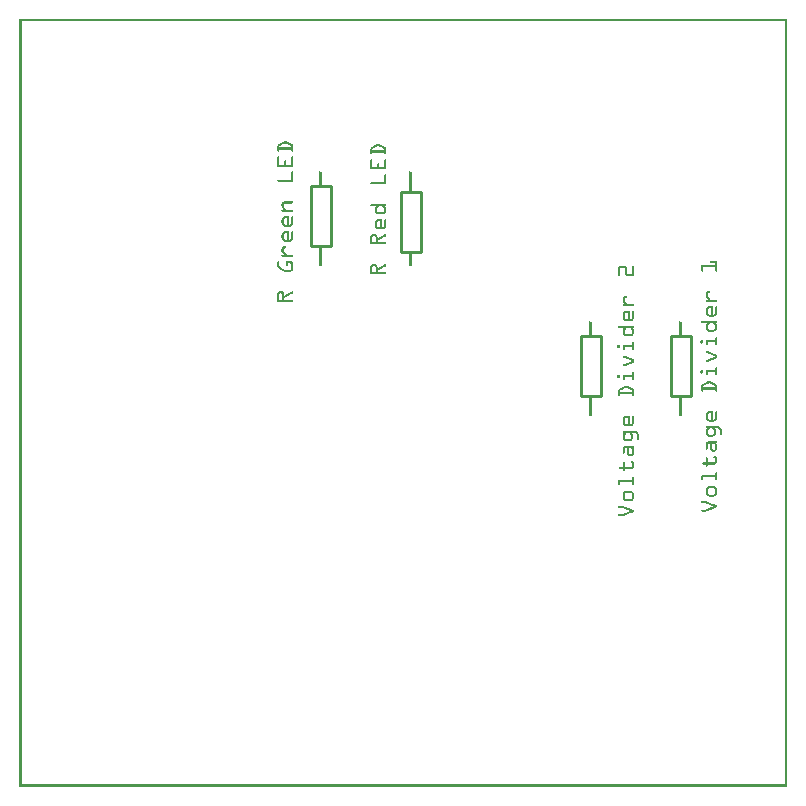
<source format=gbo>
G04 MADE WITH FRITZING*
G04 WWW.FRITZING.ORG*
G04 DOUBLE SIDED*
G04 HOLES PLATED*
G04 CONTOUR ON CENTER OF CONTOUR VECTOR*
%ASAXBY*%
%FSLAX23Y23*%
%MOIN*%
%OFA0B0*%
%SFA1.0B1.0*%
%ADD10C,0.010000*%
%ADD11R,0.001000X0.001000*%
%LNSILK0*%
G90*
G70*
G54D10*
X1038Y1802D02*
X1038Y2002D01*
D02*
X1038Y2002D02*
X972Y2002D01*
D02*
X972Y2002D02*
X972Y1802D01*
D02*
X972Y1802D02*
X1038Y1802D01*
D02*
X1272Y1983D02*
X1272Y1783D01*
D02*
X1272Y1783D02*
X1338Y1783D01*
D02*
X1338Y1783D02*
X1338Y1983D01*
D02*
X1338Y1983D02*
X1272Y1983D01*
D02*
X2238Y1302D02*
X2238Y1502D01*
D02*
X2238Y1502D02*
X2172Y1502D01*
D02*
X2172Y1502D02*
X2172Y1302D01*
D02*
X2172Y1302D02*
X2238Y1302D01*
D02*
X1938Y1302D02*
X1938Y1502D01*
D02*
X1938Y1502D02*
X1872Y1502D01*
D02*
X1872Y1502D02*
X1872Y1302D01*
D02*
X1872Y1302D02*
X1938Y1302D01*
G54D11*
X0Y2559D02*
X2558Y2559D01*
X0Y2558D02*
X2558Y2558D01*
X0Y2557D02*
X2558Y2557D01*
X0Y2556D02*
X2558Y2556D01*
X0Y2555D02*
X2558Y2555D01*
X0Y2554D02*
X2558Y2554D01*
X0Y2553D02*
X2558Y2553D01*
X0Y2552D02*
X2558Y2552D01*
X0Y2551D02*
X7Y2551D01*
X2551Y2551D02*
X2558Y2551D01*
X0Y2550D02*
X7Y2550D01*
X2551Y2550D02*
X2558Y2550D01*
X0Y2549D02*
X7Y2549D01*
X2551Y2549D02*
X2558Y2549D01*
X0Y2548D02*
X7Y2548D01*
X2551Y2548D02*
X2558Y2548D01*
X0Y2547D02*
X7Y2547D01*
X2551Y2547D02*
X2558Y2547D01*
X0Y2546D02*
X7Y2546D01*
X2551Y2546D02*
X2558Y2546D01*
X0Y2545D02*
X7Y2545D01*
X2551Y2545D02*
X2558Y2545D01*
X0Y2544D02*
X7Y2544D01*
X2551Y2544D02*
X2558Y2544D01*
X0Y2543D02*
X7Y2543D01*
X2551Y2543D02*
X2558Y2543D01*
X0Y2542D02*
X7Y2542D01*
X2551Y2542D02*
X2558Y2542D01*
X0Y2541D02*
X7Y2541D01*
X2551Y2541D02*
X2558Y2541D01*
X0Y2540D02*
X7Y2540D01*
X2551Y2540D02*
X2558Y2540D01*
X0Y2539D02*
X7Y2539D01*
X2551Y2539D02*
X2558Y2539D01*
X0Y2538D02*
X7Y2538D01*
X2551Y2538D02*
X2558Y2538D01*
X0Y2537D02*
X7Y2537D01*
X2551Y2537D02*
X2558Y2537D01*
X0Y2536D02*
X7Y2536D01*
X2551Y2536D02*
X2558Y2536D01*
X0Y2535D02*
X7Y2535D01*
X2551Y2535D02*
X2558Y2535D01*
X0Y2534D02*
X7Y2534D01*
X2551Y2534D02*
X2558Y2534D01*
X0Y2533D02*
X7Y2533D01*
X2551Y2533D02*
X2558Y2533D01*
X0Y2532D02*
X7Y2532D01*
X2551Y2532D02*
X2558Y2532D01*
X0Y2531D02*
X7Y2531D01*
X2551Y2531D02*
X2558Y2531D01*
X0Y2530D02*
X7Y2530D01*
X2551Y2530D02*
X2558Y2530D01*
X0Y2529D02*
X7Y2529D01*
X2551Y2529D02*
X2558Y2529D01*
X0Y2528D02*
X7Y2528D01*
X2551Y2528D02*
X2558Y2528D01*
X0Y2527D02*
X7Y2527D01*
X2551Y2527D02*
X2558Y2527D01*
X0Y2526D02*
X7Y2526D01*
X2551Y2526D02*
X2558Y2526D01*
X0Y2525D02*
X7Y2525D01*
X2551Y2525D02*
X2558Y2525D01*
X0Y2524D02*
X7Y2524D01*
X2551Y2524D02*
X2558Y2524D01*
X0Y2523D02*
X7Y2523D01*
X2551Y2523D02*
X2558Y2523D01*
X0Y2522D02*
X7Y2522D01*
X2551Y2522D02*
X2558Y2522D01*
X0Y2521D02*
X7Y2521D01*
X2551Y2521D02*
X2558Y2521D01*
X0Y2520D02*
X7Y2520D01*
X2551Y2520D02*
X2558Y2520D01*
X0Y2519D02*
X7Y2519D01*
X2551Y2519D02*
X2558Y2519D01*
X0Y2518D02*
X7Y2518D01*
X2551Y2518D02*
X2558Y2518D01*
X0Y2517D02*
X7Y2517D01*
X2551Y2517D02*
X2558Y2517D01*
X0Y2516D02*
X7Y2516D01*
X2551Y2516D02*
X2558Y2516D01*
X0Y2515D02*
X7Y2515D01*
X2551Y2515D02*
X2558Y2515D01*
X0Y2514D02*
X7Y2514D01*
X2551Y2514D02*
X2558Y2514D01*
X0Y2513D02*
X7Y2513D01*
X2551Y2513D02*
X2558Y2513D01*
X0Y2512D02*
X7Y2512D01*
X2551Y2512D02*
X2558Y2512D01*
X0Y2511D02*
X7Y2511D01*
X2551Y2511D02*
X2558Y2511D01*
X0Y2510D02*
X7Y2510D01*
X2551Y2510D02*
X2558Y2510D01*
X0Y2509D02*
X7Y2509D01*
X2551Y2509D02*
X2558Y2509D01*
X0Y2508D02*
X7Y2508D01*
X2551Y2508D02*
X2558Y2508D01*
X0Y2507D02*
X7Y2507D01*
X2551Y2507D02*
X2558Y2507D01*
X0Y2506D02*
X7Y2506D01*
X2551Y2506D02*
X2558Y2506D01*
X0Y2505D02*
X7Y2505D01*
X2551Y2505D02*
X2558Y2505D01*
X0Y2504D02*
X7Y2504D01*
X2551Y2504D02*
X2558Y2504D01*
X0Y2503D02*
X7Y2503D01*
X2551Y2503D02*
X2558Y2503D01*
X0Y2502D02*
X7Y2502D01*
X2551Y2502D02*
X2558Y2502D01*
X0Y2501D02*
X7Y2501D01*
X2551Y2501D02*
X2558Y2501D01*
X0Y2500D02*
X7Y2500D01*
X2551Y2500D02*
X2558Y2500D01*
X0Y2499D02*
X7Y2499D01*
X2551Y2499D02*
X2558Y2499D01*
X0Y2498D02*
X7Y2498D01*
X2551Y2498D02*
X2558Y2498D01*
X0Y2497D02*
X7Y2497D01*
X2551Y2497D02*
X2558Y2497D01*
X0Y2496D02*
X7Y2496D01*
X2551Y2496D02*
X2558Y2496D01*
X0Y2495D02*
X7Y2495D01*
X2551Y2495D02*
X2558Y2495D01*
X0Y2494D02*
X7Y2494D01*
X2551Y2494D02*
X2558Y2494D01*
X0Y2493D02*
X7Y2493D01*
X2551Y2493D02*
X2558Y2493D01*
X0Y2492D02*
X7Y2492D01*
X2551Y2492D02*
X2558Y2492D01*
X0Y2491D02*
X7Y2491D01*
X2551Y2491D02*
X2558Y2491D01*
X0Y2490D02*
X7Y2490D01*
X2551Y2490D02*
X2558Y2490D01*
X0Y2489D02*
X7Y2489D01*
X2551Y2489D02*
X2558Y2489D01*
X0Y2488D02*
X7Y2488D01*
X2551Y2488D02*
X2558Y2488D01*
X0Y2487D02*
X7Y2487D01*
X2551Y2487D02*
X2558Y2487D01*
X0Y2486D02*
X7Y2486D01*
X2551Y2486D02*
X2558Y2486D01*
X0Y2485D02*
X7Y2485D01*
X2551Y2485D02*
X2558Y2485D01*
X0Y2484D02*
X7Y2484D01*
X2551Y2484D02*
X2558Y2484D01*
X0Y2483D02*
X7Y2483D01*
X2551Y2483D02*
X2558Y2483D01*
X0Y2482D02*
X7Y2482D01*
X2551Y2482D02*
X2558Y2482D01*
X0Y2481D02*
X7Y2481D01*
X2551Y2481D02*
X2558Y2481D01*
X0Y2480D02*
X7Y2480D01*
X2551Y2480D02*
X2558Y2480D01*
X0Y2479D02*
X7Y2479D01*
X2551Y2479D02*
X2558Y2479D01*
X0Y2478D02*
X7Y2478D01*
X2551Y2478D02*
X2558Y2478D01*
X0Y2477D02*
X7Y2477D01*
X2551Y2477D02*
X2558Y2477D01*
X0Y2476D02*
X7Y2476D01*
X2551Y2476D02*
X2558Y2476D01*
X0Y2475D02*
X7Y2475D01*
X2551Y2475D02*
X2558Y2475D01*
X0Y2474D02*
X7Y2474D01*
X2551Y2474D02*
X2558Y2474D01*
X0Y2473D02*
X7Y2473D01*
X2551Y2473D02*
X2558Y2473D01*
X0Y2472D02*
X7Y2472D01*
X2551Y2472D02*
X2558Y2472D01*
X0Y2471D02*
X7Y2471D01*
X2551Y2471D02*
X2558Y2471D01*
X0Y2470D02*
X7Y2470D01*
X2551Y2470D02*
X2558Y2470D01*
X0Y2469D02*
X7Y2469D01*
X2551Y2469D02*
X2558Y2469D01*
X0Y2468D02*
X7Y2468D01*
X2551Y2468D02*
X2558Y2468D01*
X0Y2467D02*
X7Y2467D01*
X2551Y2467D02*
X2558Y2467D01*
X0Y2466D02*
X7Y2466D01*
X2551Y2466D02*
X2558Y2466D01*
X0Y2465D02*
X7Y2465D01*
X2551Y2465D02*
X2558Y2465D01*
X0Y2464D02*
X7Y2464D01*
X2551Y2464D02*
X2558Y2464D01*
X0Y2463D02*
X7Y2463D01*
X2551Y2463D02*
X2558Y2463D01*
X0Y2462D02*
X7Y2462D01*
X2551Y2462D02*
X2558Y2462D01*
X0Y2461D02*
X7Y2461D01*
X2551Y2461D02*
X2558Y2461D01*
X0Y2460D02*
X7Y2460D01*
X2551Y2460D02*
X2558Y2460D01*
X0Y2459D02*
X7Y2459D01*
X2551Y2459D02*
X2558Y2459D01*
X0Y2458D02*
X7Y2458D01*
X2551Y2458D02*
X2558Y2458D01*
X0Y2457D02*
X7Y2457D01*
X2551Y2457D02*
X2558Y2457D01*
X0Y2456D02*
X7Y2456D01*
X2551Y2456D02*
X2558Y2456D01*
X0Y2455D02*
X7Y2455D01*
X2551Y2455D02*
X2558Y2455D01*
X0Y2454D02*
X7Y2454D01*
X2551Y2454D02*
X2558Y2454D01*
X0Y2453D02*
X7Y2453D01*
X2551Y2453D02*
X2558Y2453D01*
X0Y2452D02*
X7Y2452D01*
X2551Y2452D02*
X2558Y2452D01*
X0Y2451D02*
X7Y2451D01*
X2551Y2451D02*
X2558Y2451D01*
X0Y2450D02*
X7Y2450D01*
X2551Y2450D02*
X2558Y2450D01*
X0Y2449D02*
X7Y2449D01*
X2551Y2449D02*
X2558Y2449D01*
X0Y2448D02*
X7Y2448D01*
X2551Y2448D02*
X2558Y2448D01*
X0Y2447D02*
X7Y2447D01*
X2551Y2447D02*
X2558Y2447D01*
X0Y2446D02*
X7Y2446D01*
X2551Y2446D02*
X2558Y2446D01*
X0Y2445D02*
X7Y2445D01*
X2551Y2445D02*
X2558Y2445D01*
X0Y2444D02*
X7Y2444D01*
X2551Y2444D02*
X2558Y2444D01*
X0Y2443D02*
X7Y2443D01*
X2551Y2443D02*
X2558Y2443D01*
X0Y2442D02*
X7Y2442D01*
X2551Y2442D02*
X2558Y2442D01*
X0Y2441D02*
X7Y2441D01*
X2551Y2441D02*
X2558Y2441D01*
X0Y2440D02*
X7Y2440D01*
X2551Y2440D02*
X2558Y2440D01*
X0Y2439D02*
X7Y2439D01*
X2551Y2439D02*
X2558Y2439D01*
X0Y2438D02*
X7Y2438D01*
X2551Y2438D02*
X2558Y2438D01*
X0Y2437D02*
X7Y2437D01*
X2551Y2437D02*
X2558Y2437D01*
X0Y2436D02*
X7Y2436D01*
X2551Y2436D02*
X2558Y2436D01*
X0Y2435D02*
X7Y2435D01*
X2551Y2435D02*
X2558Y2435D01*
X0Y2434D02*
X7Y2434D01*
X2551Y2434D02*
X2558Y2434D01*
X0Y2433D02*
X7Y2433D01*
X2551Y2433D02*
X2558Y2433D01*
X0Y2432D02*
X7Y2432D01*
X2551Y2432D02*
X2558Y2432D01*
X0Y2431D02*
X7Y2431D01*
X2551Y2431D02*
X2558Y2431D01*
X0Y2430D02*
X7Y2430D01*
X2551Y2430D02*
X2558Y2430D01*
X0Y2429D02*
X7Y2429D01*
X2551Y2429D02*
X2558Y2429D01*
X0Y2428D02*
X7Y2428D01*
X2551Y2428D02*
X2558Y2428D01*
X0Y2427D02*
X7Y2427D01*
X2551Y2427D02*
X2558Y2427D01*
X0Y2426D02*
X7Y2426D01*
X2551Y2426D02*
X2558Y2426D01*
X0Y2425D02*
X7Y2425D01*
X2551Y2425D02*
X2558Y2425D01*
X0Y2424D02*
X7Y2424D01*
X2551Y2424D02*
X2558Y2424D01*
X0Y2423D02*
X7Y2423D01*
X2551Y2423D02*
X2558Y2423D01*
X0Y2422D02*
X7Y2422D01*
X2551Y2422D02*
X2558Y2422D01*
X0Y2421D02*
X7Y2421D01*
X2551Y2421D02*
X2558Y2421D01*
X0Y2420D02*
X7Y2420D01*
X2551Y2420D02*
X2558Y2420D01*
X0Y2419D02*
X7Y2419D01*
X2551Y2419D02*
X2558Y2419D01*
X0Y2418D02*
X7Y2418D01*
X2551Y2418D02*
X2558Y2418D01*
X0Y2417D02*
X7Y2417D01*
X2551Y2417D02*
X2558Y2417D01*
X0Y2416D02*
X7Y2416D01*
X2551Y2416D02*
X2558Y2416D01*
X0Y2415D02*
X7Y2415D01*
X2551Y2415D02*
X2558Y2415D01*
X0Y2414D02*
X7Y2414D01*
X2551Y2414D02*
X2558Y2414D01*
X0Y2413D02*
X7Y2413D01*
X2551Y2413D02*
X2558Y2413D01*
X0Y2412D02*
X7Y2412D01*
X2551Y2412D02*
X2558Y2412D01*
X0Y2411D02*
X7Y2411D01*
X2551Y2411D02*
X2558Y2411D01*
X0Y2410D02*
X7Y2410D01*
X2551Y2410D02*
X2558Y2410D01*
X0Y2409D02*
X7Y2409D01*
X2551Y2409D02*
X2558Y2409D01*
X0Y2408D02*
X7Y2408D01*
X2551Y2408D02*
X2558Y2408D01*
X0Y2407D02*
X7Y2407D01*
X2551Y2407D02*
X2558Y2407D01*
X0Y2406D02*
X7Y2406D01*
X2551Y2406D02*
X2558Y2406D01*
X0Y2405D02*
X7Y2405D01*
X2551Y2405D02*
X2558Y2405D01*
X0Y2404D02*
X7Y2404D01*
X2551Y2404D02*
X2558Y2404D01*
X0Y2403D02*
X7Y2403D01*
X2551Y2403D02*
X2558Y2403D01*
X0Y2402D02*
X7Y2402D01*
X2551Y2402D02*
X2558Y2402D01*
X0Y2401D02*
X7Y2401D01*
X2551Y2401D02*
X2558Y2401D01*
X0Y2400D02*
X7Y2400D01*
X2551Y2400D02*
X2558Y2400D01*
X0Y2399D02*
X7Y2399D01*
X2551Y2399D02*
X2558Y2399D01*
X0Y2398D02*
X7Y2398D01*
X2551Y2398D02*
X2558Y2398D01*
X0Y2397D02*
X7Y2397D01*
X2551Y2397D02*
X2558Y2397D01*
X0Y2396D02*
X7Y2396D01*
X2551Y2396D02*
X2558Y2396D01*
X0Y2395D02*
X7Y2395D01*
X2551Y2395D02*
X2558Y2395D01*
X0Y2394D02*
X7Y2394D01*
X2551Y2394D02*
X2558Y2394D01*
X0Y2393D02*
X7Y2393D01*
X2551Y2393D02*
X2558Y2393D01*
X0Y2392D02*
X7Y2392D01*
X2551Y2392D02*
X2558Y2392D01*
X0Y2391D02*
X7Y2391D01*
X2551Y2391D02*
X2558Y2391D01*
X0Y2390D02*
X7Y2390D01*
X2551Y2390D02*
X2558Y2390D01*
X0Y2389D02*
X7Y2389D01*
X2551Y2389D02*
X2558Y2389D01*
X0Y2388D02*
X7Y2388D01*
X2551Y2388D02*
X2558Y2388D01*
X0Y2387D02*
X7Y2387D01*
X2551Y2387D02*
X2558Y2387D01*
X0Y2386D02*
X7Y2386D01*
X2551Y2386D02*
X2558Y2386D01*
X0Y2385D02*
X7Y2385D01*
X2551Y2385D02*
X2558Y2385D01*
X0Y2384D02*
X7Y2384D01*
X2551Y2384D02*
X2558Y2384D01*
X0Y2383D02*
X7Y2383D01*
X2551Y2383D02*
X2558Y2383D01*
X0Y2382D02*
X7Y2382D01*
X2551Y2382D02*
X2558Y2382D01*
X0Y2381D02*
X7Y2381D01*
X2551Y2381D02*
X2558Y2381D01*
X0Y2380D02*
X7Y2380D01*
X2551Y2380D02*
X2558Y2380D01*
X0Y2379D02*
X7Y2379D01*
X2551Y2379D02*
X2558Y2379D01*
X0Y2378D02*
X7Y2378D01*
X2551Y2378D02*
X2558Y2378D01*
X0Y2377D02*
X7Y2377D01*
X2551Y2377D02*
X2558Y2377D01*
X0Y2376D02*
X7Y2376D01*
X2551Y2376D02*
X2558Y2376D01*
X0Y2375D02*
X7Y2375D01*
X2551Y2375D02*
X2558Y2375D01*
X0Y2374D02*
X7Y2374D01*
X2551Y2374D02*
X2558Y2374D01*
X0Y2373D02*
X7Y2373D01*
X2551Y2373D02*
X2558Y2373D01*
X0Y2372D02*
X7Y2372D01*
X2551Y2372D02*
X2558Y2372D01*
X0Y2371D02*
X7Y2371D01*
X2551Y2371D02*
X2558Y2371D01*
X0Y2370D02*
X7Y2370D01*
X2551Y2370D02*
X2558Y2370D01*
X0Y2369D02*
X7Y2369D01*
X2551Y2369D02*
X2558Y2369D01*
X0Y2368D02*
X7Y2368D01*
X2551Y2368D02*
X2558Y2368D01*
X0Y2367D02*
X7Y2367D01*
X2551Y2367D02*
X2558Y2367D01*
X0Y2366D02*
X7Y2366D01*
X2551Y2366D02*
X2558Y2366D01*
X0Y2365D02*
X7Y2365D01*
X2551Y2365D02*
X2558Y2365D01*
X0Y2364D02*
X7Y2364D01*
X2551Y2364D02*
X2558Y2364D01*
X0Y2363D02*
X7Y2363D01*
X2551Y2363D02*
X2558Y2363D01*
X0Y2362D02*
X7Y2362D01*
X2551Y2362D02*
X2558Y2362D01*
X0Y2361D02*
X7Y2361D01*
X2551Y2361D02*
X2558Y2361D01*
X0Y2360D02*
X7Y2360D01*
X2551Y2360D02*
X2558Y2360D01*
X0Y2359D02*
X7Y2359D01*
X2551Y2359D02*
X2558Y2359D01*
X0Y2358D02*
X7Y2358D01*
X2551Y2358D02*
X2558Y2358D01*
X0Y2357D02*
X7Y2357D01*
X2551Y2357D02*
X2558Y2357D01*
X0Y2356D02*
X7Y2356D01*
X2551Y2356D02*
X2558Y2356D01*
X0Y2355D02*
X7Y2355D01*
X2551Y2355D02*
X2558Y2355D01*
X0Y2354D02*
X7Y2354D01*
X2551Y2354D02*
X2558Y2354D01*
X0Y2353D02*
X7Y2353D01*
X2551Y2353D02*
X2558Y2353D01*
X0Y2352D02*
X7Y2352D01*
X2551Y2352D02*
X2558Y2352D01*
X0Y2351D02*
X7Y2351D01*
X2551Y2351D02*
X2558Y2351D01*
X0Y2350D02*
X7Y2350D01*
X2551Y2350D02*
X2558Y2350D01*
X0Y2349D02*
X7Y2349D01*
X2551Y2349D02*
X2558Y2349D01*
X0Y2348D02*
X7Y2348D01*
X2551Y2348D02*
X2558Y2348D01*
X0Y2347D02*
X7Y2347D01*
X2551Y2347D02*
X2558Y2347D01*
X0Y2346D02*
X7Y2346D01*
X2551Y2346D02*
X2558Y2346D01*
X0Y2345D02*
X7Y2345D01*
X2551Y2345D02*
X2558Y2345D01*
X0Y2344D02*
X7Y2344D01*
X2551Y2344D02*
X2558Y2344D01*
X0Y2343D02*
X7Y2343D01*
X2551Y2343D02*
X2558Y2343D01*
X0Y2342D02*
X7Y2342D01*
X2551Y2342D02*
X2558Y2342D01*
X0Y2341D02*
X7Y2341D01*
X2551Y2341D02*
X2558Y2341D01*
X0Y2340D02*
X7Y2340D01*
X2551Y2340D02*
X2558Y2340D01*
X0Y2339D02*
X7Y2339D01*
X2551Y2339D02*
X2558Y2339D01*
X0Y2338D02*
X7Y2338D01*
X2551Y2338D02*
X2558Y2338D01*
X0Y2337D02*
X7Y2337D01*
X2551Y2337D02*
X2558Y2337D01*
X0Y2336D02*
X7Y2336D01*
X2551Y2336D02*
X2558Y2336D01*
X0Y2335D02*
X7Y2335D01*
X2551Y2335D02*
X2558Y2335D01*
X0Y2334D02*
X7Y2334D01*
X2551Y2334D02*
X2558Y2334D01*
X0Y2333D02*
X7Y2333D01*
X2551Y2333D02*
X2558Y2333D01*
X0Y2332D02*
X7Y2332D01*
X2551Y2332D02*
X2558Y2332D01*
X0Y2331D02*
X7Y2331D01*
X2551Y2331D02*
X2558Y2331D01*
X0Y2330D02*
X7Y2330D01*
X2551Y2330D02*
X2558Y2330D01*
X0Y2329D02*
X7Y2329D01*
X2551Y2329D02*
X2558Y2329D01*
X0Y2328D02*
X7Y2328D01*
X2551Y2328D02*
X2558Y2328D01*
X0Y2327D02*
X7Y2327D01*
X2551Y2327D02*
X2558Y2327D01*
X0Y2326D02*
X7Y2326D01*
X2551Y2326D02*
X2558Y2326D01*
X0Y2325D02*
X7Y2325D01*
X2551Y2325D02*
X2558Y2325D01*
X0Y2324D02*
X7Y2324D01*
X2551Y2324D02*
X2558Y2324D01*
X0Y2323D02*
X7Y2323D01*
X2551Y2323D02*
X2558Y2323D01*
X0Y2322D02*
X7Y2322D01*
X2551Y2322D02*
X2558Y2322D01*
X0Y2321D02*
X7Y2321D01*
X2551Y2321D02*
X2558Y2321D01*
X0Y2320D02*
X7Y2320D01*
X2551Y2320D02*
X2558Y2320D01*
X0Y2319D02*
X7Y2319D01*
X2551Y2319D02*
X2558Y2319D01*
X0Y2318D02*
X7Y2318D01*
X2551Y2318D02*
X2558Y2318D01*
X0Y2317D02*
X7Y2317D01*
X2551Y2317D02*
X2558Y2317D01*
X0Y2316D02*
X7Y2316D01*
X2551Y2316D02*
X2558Y2316D01*
X0Y2315D02*
X7Y2315D01*
X2551Y2315D02*
X2558Y2315D01*
X0Y2314D02*
X7Y2314D01*
X2551Y2314D02*
X2558Y2314D01*
X0Y2313D02*
X7Y2313D01*
X2551Y2313D02*
X2558Y2313D01*
X0Y2312D02*
X7Y2312D01*
X2551Y2312D02*
X2558Y2312D01*
X0Y2311D02*
X7Y2311D01*
X2551Y2311D02*
X2558Y2311D01*
X0Y2310D02*
X7Y2310D01*
X2551Y2310D02*
X2558Y2310D01*
X0Y2309D02*
X7Y2309D01*
X2551Y2309D02*
X2558Y2309D01*
X0Y2308D02*
X7Y2308D01*
X2551Y2308D02*
X2558Y2308D01*
X0Y2307D02*
X7Y2307D01*
X2551Y2307D02*
X2558Y2307D01*
X0Y2306D02*
X7Y2306D01*
X2551Y2306D02*
X2558Y2306D01*
X0Y2305D02*
X7Y2305D01*
X2551Y2305D02*
X2558Y2305D01*
X0Y2304D02*
X7Y2304D01*
X2551Y2304D02*
X2558Y2304D01*
X0Y2303D02*
X7Y2303D01*
X2551Y2303D02*
X2558Y2303D01*
X0Y2302D02*
X7Y2302D01*
X2551Y2302D02*
X2558Y2302D01*
X0Y2301D02*
X7Y2301D01*
X2551Y2301D02*
X2558Y2301D01*
X0Y2300D02*
X7Y2300D01*
X2551Y2300D02*
X2558Y2300D01*
X0Y2299D02*
X7Y2299D01*
X2551Y2299D02*
X2558Y2299D01*
X0Y2298D02*
X7Y2298D01*
X2551Y2298D02*
X2558Y2298D01*
X0Y2297D02*
X7Y2297D01*
X2551Y2297D02*
X2558Y2297D01*
X0Y2296D02*
X7Y2296D01*
X2551Y2296D02*
X2558Y2296D01*
X0Y2295D02*
X7Y2295D01*
X2551Y2295D02*
X2558Y2295D01*
X0Y2294D02*
X7Y2294D01*
X2551Y2294D02*
X2558Y2294D01*
X0Y2293D02*
X7Y2293D01*
X2551Y2293D02*
X2558Y2293D01*
X0Y2292D02*
X7Y2292D01*
X2551Y2292D02*
X2558Y2292D01*
X0Y2291D02*
X7Y2291D01*
X2551Y2291D02*
X2558Y2291D01*
X0Y2290D02*
X7Y2290D01*
X2551Y2290D02*
X2558Y2290D01*
X0Y2289D02*
X7Y2289D01*
X2551Y2289D02*
X2558Y2289D01*
X0Y2288D02*
X7Y2288D01*
X2551Y2288D02*
X2558Y2288D01*
X0Y2287D02*
X7Y2287D01*
X2551Y2287D02*
X2558Y2287D01*
X0Y2286D02*
X7Y2286D01*
X2551Y2286D02*
X2558Y2286D01*
X0Y2285D02*
X7Y2285D01*
X2551Y2285D02*
X2558Y2285D01*
X0Y2284D02*
X7Y2284D01*
X2551Y2284D02*
X2558Y2284D01*
X0Y2283D02*
X7Y2283D01*
X2551Y2283D02*
X2558Y2283D01*
X0Y2282D02*
X7Y2282D01*
X2551Y2282D02*
X2558Y2282D01*
X0Y2281D02*
X7Y2281D01*
X2551Y2281D02*
X2558Y2281D01*
X0Y2280D02*
X7Y2280D01*
X2551Y2280D02*
X2558Y2280D01*
X0Y2279D02*
X7Y2279D01*
X2551Y2279D02*
X2558Y2279D01*
X0Y2278D02*
X7Y2278D01*
X2551Y2278D02*
X2558Y2278D01*
X0Y2277D02*
X7Y2277D01*
X2551Y2277D02*
X2558Y2277D01*
X0Y2276D02*
X7Y2276D01*
X2551Y2276D02*
X2558Y2276D01*
X0Y2275D02*
X7Y2275D01*
X2551Y2275D02*
X2558Y2275D01*
X0Y2274D02*
X7Y2274D01*
X2551Y2274D02*
X2558Y2274D01*
X0Y2273D02*
X7Y2273D01*
X2551Y2273D02*
X2558Y2273D01*
X0Y2272D02*
X7Y2272D01*
X2551Y2272D02*
X2558Y2272D01*
X0Y2271D02*
X7Y2271D01*
X2551Y2271D02*
X2558Y2271D01*
X0Y2270D02*
X7Y2270D01*
X2551Y2270D02*
X2558Y2270D01*
X0Y2269D02*
X7Y2269D01*
X2551Y2269D02*
X2558Y2269D01*
X0Y2268D02*
X7Y2268D01*
X2551Y2268D02*
X2558Y2268D01*
X0Y2267D02*
X7Y2267D01*
X2551Y2267D02*
X2558Y2267D01*
X0Y2266D02*
X7Y2266D01*
X2551Y2266D02*
X2558Y2266D01*
X0Y2265D02*
X7Y2265D01*
X2551Y2265D02*
X2558Y2265D01*
X0Y2264D02*
X7Y2264D01*
X2551Y2264D02*
X2558Y2264D01*
X0Y2263D02*
X7Y2263D01*
X2551Y2263D02*
X2558Y2263D01*
X0Y2262D02*
X7Y2262D01*
X2551Y2262D02*
X2558Y2262D01*
X0Y2261D02*
X7Y2261D01*
X2551Y2261D02*
X2558Y2261D01*
X0Y2260D02*
X7Y2260D01*
X2551Y2260D02*
X2558Y2260D01*
X0Y2259D02*
X7Y2259D01*
X2551Y2259D02*
X2558Y2259D01*
X0Y2258D02*
X7Y2258D01*
X2551Y2258D02*
X2558Y2258D01*
X0Y2257D02*
X7Y2257D01*
X2551Y2257D02*
X2558Y2257D01*
X0Y2256D02*
X7Y2256D01*
X2551Y2256D02*
X2558Y2256D01*
X0Y2255D02*
X7Y2255D01*
X2551Y2255D02*
X2558Y2255D01*
X0Y2254D02*
X7Y2254D01*
X2551Y2254D02*
X2558Y2254D01*
X0Y2253D02*
X7Y2253D01*
X2551Y2253D02*
X2558Y2253D01*
X0Y2252D02*
X7Y2252D01*
X2551Y2252D02*
X2558Y2252D01*
X0Y2251D02*
X7Y2251D01*
X2551Y2251D02*
X2558Y2251D01*
X0Y2250D02*
X7Y2250D01*
X2551Y2250D02*
X2558Y2250D01*
X0Y2249D02*
X7Y2249D01*
X2551Y2249D02*
X2558Y2249D01*
X0Y2248D02*
X7Y2248D01*
X2551Y2248D02*
X2558Y2248D01*
X0Y2247D02*
X7Y2247D01*
X2551Y2247D02*
X2558Y2247D01*
X0Y2246D02*
X7Y2246D01*
X2551Y2246D02*
X2558Y2246D01*
X0Y2245D02*
X7Y2245D01*
X2551Y2245D02*
X2558Y2245D01*
X0Y2244D02*
X7Y2244D01*
X2551Y2244D02*
X2558Y2244D01*
X0Y2243D02*
X7Y2243D01*
X2551Y2243D02*
X2558Y2243D01*
X0Y2242D02*
X7Y2242D01*
X2551Y2242D02*
X2558Y2242D01*
X0Y2241D02*
X7Y2241D01*
X2551Y2241D02*
X2558Y2241D01*
X0Y2240D02*
X7Y2240D01*
X2551Y2240D02*
X2558Y2240D01*
X0Y2239D02*
X7Y2239D01*
X2551Y2239D02*
X2558Y2239D01*
X0Y2238D02*
X7Y2238D01*
X2551Y2238D02*
X2558Y2238D01*
X0Y2237D02*
X7Y2237D01*
X2551Y2237D02*
X2558Y2237D01*
X0Y2236D02*
X7Y2236D01*
X2551Y2236D02*
X2558Y2236D01*
X0Y2235D02*
X7Y2235D01*
X2551Y2235D02*
X2558Y2235D01*
X0Y2234D02*
X7Y2234D01*
X2551Y2234D02*
X2558Y2234D01*
X0Y2233D02*
X7Y2233D01*
X2551Y2233D02*
X2558Y2233D01*
X0Y2232D02*
X7Y2232D01*
X2551Y2232D02*
X2558Y2232D01*
X0Y2231D02*
X7Y2231D01*
X2551Y2231D02*
X2558Y2231D01*
X0Y2230D02*
X7Y2230D01*
X2551Y2230D02*
X2558Y2230D01*
X0Y2229D02*
X7Y2229D01*
X2551Y2229D02*
X2558Y2229D01*
X0Y2228D02*
X7Y2228D01*
X2551Y2228D02*
X2558Y2228D01*
X0Y2227D02*
X7Y2227D01*
X2551Y2227D02*
X2558Y2227D01*
X0Y2226D02*
X7Y2226D01*
X2551Y2226D02*
X2558Y2226D01*
X0Y2225D02*
X7Y2225D01*
X2551Y2225D02*
X2558Y2225D01*
X0Y2224D02*
X7Y2224D01*
X2551Y2224D02*
X2558Y2224D01*
X0Y2223D02*
X7Y2223D01*
X2551Y2223D02*
X2558Y2223D01*
X0Y2222D02*
X7Y2222D01*
X2551Y2222D02*
X2558Y2222D01*
X0Y2221D02*
X7Y2221D01*
X2551Y2221D02*
X2558Y2221D01*
X0Y2220D02*
X7Y2220D01*
X2551Y2220D02*
X2558Y2220D01*
X0Y2219D02*
X7Y2219D01*
X2551Y2219D02*
X2558Y2219D01*
X0Y2218D02*
X7Y2218D01*
X2551Y2218D02*
X2558Y2218D01*
X0Y2217D02*
X7Y2217D01*
X2551Y2217D02*
X2558Y2217D01*
X0Y2216D02*
X7Y2216D01*
X2551Y2216D02*
X2558Y2216D01*
X0Y2215D02*
X7Y2215D01*
X2551Y2215D02*
X2558Y2215D01*
X0Y2214D02*
X7Y2214D01*
X2551Y2214D02*
X2558Y2214D01*
X0Y2213D02*
X7Y2213D01*
X2551Y2213D02*
X2558Y2213D01*
X0Y2212D02*
X7Y2212D01*
X2551Y2212D02*
X2558Y2212D01*
X0Y2211D02*
X7Y2211D01*
X2551Y2211D02*
X2558Y2211D01*
X0Y2210D02*
X7Y2210D01*
X2551Y2210D02*
X2558Y2210D01*
X0Y2209D02*
X7Y2209D01*
X2551Y2209D02*
X2558Y2209D01*
X0Y2208D02*
X7Y2208D01*
X2551Y2208D02*
X2558Y2208D01*
X0Y2207D02*
X7Y2207D01*
X2551Y2207D02*
X2558Y2207D01*
X0Y2206D02*
X7Y2206D01*
X2551Y2206D02*
X2558Y2206D01*
X0Y2205D02*
X7Y2205D01*
X2551Y2205D02*
X2558Y2205D01*
X0Y2204D02*
X7Y2204D01*
X2551Y2204D02*
X2558Y2204D01*
X0Y2203D02*
X7Y2203D01*
X2551Y2203D02*
X2558Y2203D01*
X0Y2202D02*
X7Y2202D01*
X2551Y2202D02*
X2558Y2202D01*
X0Y2201D02*
X7Y2201D01*
X2551Y2201D02*
X2558Y2201D01*
X0Y2200D02*
X7Y2200D01*
X2551Y2200D02*
X2558Y2200D01*
X0Y2199D02*
X7Y2199D01*
X2551Y2199D02*
X2558Y2199D01*
X0Y2198D02*
X7Y2198D01*
X2551Y2198D02*
X2558Y2198D01*
X0Y2197D02*
X7Y2197D01*
X2551Y2197D02*
X2558Y2197D01*
X0Y2196D02*
X7Y2196D01*
X2551Y2196D02*
X2558Y2196D01*
X0Y2195D02*
X7Y2195D01*
X2551Y2195D02*
X2558Y2195D01*
X0Y2194D02*
X7Y2194D01*
X2551Y2194D02*
X2558Y2194D01*
X0Y2193D02*
X7Y2193D01*
X2551Y2193D02*
X2558Y2193D01*
X0Y2192D02*
X7Y2192D01*
X2551Y2192D02*
X2558Y2192D01*
X0Y2191D02*
X7Y2191D01*
X2551Y2191D02*
X2558Y2191D01*
X0Y2190D02*
X7Y2190D01*
X2551Y2190D02*
X2558Y2190D01*
X0Y2189D02*
X7Y2189D01*
X2551Y2189D02*
X2558Y2189D01*
X0Y2188D02*
X7Y2188D01*
X2551Y2188D02*
X2558Y2188D01*
X0Y2187D02*
X7Y2187D01*
X2551Y2187D02*
X2558Y2187D01*
X0Y2186D02*
X7Y2186D01*
X2551Y2186D02*
X2558Y2186D01*
X0Y2185D02*
X7Y2185D01*
X2551Y2185D02*
X2558Y2185D01*
X0Y2184D02*
X7Y2184D01*
X2551Y2184D02*
X2558Y2184D01*
X0Y2183D02*
X7Y2183D01*
X2551Y2183D02*
X2558Y2183D01*
X0Y2182D02*
X7Y2182D01*
X2551Y2182D02*
X2558Y2182D01*
X0Y2181D02*
X7Y2181D01*
X2551Y2181D02*
X2558Y2181D01*
X0Y2180D02*
X7Y2180D01*
X2551Y2180D02*
X2558Y2180D01*
X0Y2179D02*
X7Y2179D01*
X2551Y2179D02*
X2558Y2179D01*
X0Y2178D02*
X7Y2178D01*
X2551Y2178D02*
X2558Y2178D01*
X0Y2177D02*
X7Y2177D01*
X2551Y2177D02*
X2558Y2177D01*
X0Y2176D02*
X7Y2176D01*
X2551Y2176D02*
X2558Y2176D01*
X0Y2175D02*
X7Y2175D01*
X2551Y2175D02*
X2558Y2175D01*
X0Y2174D02*
X7Y2174D01*
X2551Y2174D02*
X2558Y2174D01*
X0Y2173D02*
X7Y2173D01*
X2551Y2173D02*
X2558Y2173D01*
X0Y2172D02*
X7Y2172D01*
X2551Y2172D02*
X2558Y2172D01*
X0Y2171D02*
X7Y2171D01*
X2551Y2171D02*
X2558Y2171D01*
X0Y2170D02*
X7Y2170D01*
X2551Y2170D02*
X2558Y2170D01*
X0Y2169D02*
X7Y2169D01*
X2551Y2169D02*
X2558Y2169D01*
X0Y2168D02*
X7Y2168D01*
X2551Y2168D02*
X2558Y2168D01*
X0Y2167D02*
X7Y2167D01*
X2551Y2167D02*
X2558Y2167D01*
X0Y2166D02*
X7Y2166D01*
X2551Y2166D02*
X2558Y2166D01*
X0Y2165D02*
X7Y2165D01*
X2551Y2165D02*
X2558Y2165D01*
X0Y2164D02*
X7Y2164D01*
X2551Y2164D02*
X2558Y2164D01*
X0Y2163D02*
X7Y2163D01*
X2551Y2163D02*
X2558Y2163D01*
X0Y2162D02*
X7Y2162D01*
X2551Y2162D02*
X2558Y2162D01*
X0Y2161D02*
X7Y2161D01*
X2551Y2161D02*
X2558Y2161D01*
X0Y2160D02*
X7Y2160D01*
X2551Y2160D02*
X2558Y2160D01*
X0Y2159D02*
X7Y2159D01*
X2551Y2159D02*
X2558Y2159D01*
X0Y2158D02*
X7Y2158D01*
X2551Y2158D02*
X2558Y2158D01*
X0Y2157D02*
X7Y2157D01*
X2551Y2157D02*
X2558Y2157D01*
X0Y2156D02*
X7Y2156D01*
X2551Y2156D02*
X2558Y2156D01*
X0Y2155D02*
X7Y2155D01*
X2551Y2155D02*
X2558Y2155D01*
X0Y2154D02*
X7Y2154D01*
X2551Y2154D02*
X2558Y2154D01*
X0Y2153D02*
X7Y2153D01*
X2551Y2153D02*
X2558Y2153D01*
X0Y2152D02*
X7Y2152D01*
X886Y2152D02*
X886Y2152D01*
X2551Y2152D02*
X2558Y2152D01*
X0Y2151D02*
X7Y2151D01*
X881Y2151D02*
X891Y2151D01*
X2551Y2151D02*
X2558Y2151D01*
X0Y2150D02*
X7Y2150D01*
X879Y2150D02*
X893Y2150D01*
X2551Y2150D02*
X2558Y2150D01*
X0Y2149D02*
X7Y2149D01*
X877Y2149D02*
X895Y2149D01*
X2551Y2149D02*
X2558Y2149D01*
X0Y2148D02*
X7Y2148D01*
X875Y2148D02*
X898Y2148D01*
X2551Y2148D02*
X2558Y2148D01*
X0Y2147D02*
X7Y2147D01*
X873Y2147D02*
X900Y2147D01*
X2551Y2147D02*
X2558Y2147D01*
X0Y2146D02*
X7Y2146D01*
X871Y2146D02*
X902Y2146D01*
X2551Y2146D02*
X2558Y2146D01*
X0Y2145D02*
X7Y2145D01*
X869Y2145D02*
X904Y2145D01*
X2551Y2145D02*
X2558Y2145D01*
X0Y2144D02*
X7Y2144D01*
X867Y2144D02*
X882Y2144D01*
X891Y2144D02*
X906Y2144D01*
X2551Y2144D02*
X2558Y2144D01*
X0Y2143D02*
X7Y2143D01*
X865Y2143D02*
X880Y2143D01*
X893Y2143D02*
X907Y2143D01*
X2551Y2143D02*
X2558Y2143D01*
X0Y2142D02*
X7Y2142D01*
X864Y2142D02*
X878Y2142D01*
X895Y2142D02*
X909Y2142D01*
X1193Y2142D02*
X1200Y2142D01*
X2551Y2142D02*
X2558Y2142D01*
X0Y2141D02*
X7Y2141D01*
X863Y2141D02*
X876Y2141D01*
X897Y2141D02*
X910Y2141D01*
X1190Y2141D02*
X1203Y2141D01*
X2551Y2141D02*
X2558Y2141D01*
X0Y2140D02*
X7Y2140D01*
X862Y2140D02*
X874Y2140D01*
X899Y2140D02*
X911Y2140D01*
X1188Y2140D02*
X1205Y2140D01*
X2551Y2140D02*
X2558Y2140D01*
X0Y2139D02*
X7Y2139D01*
X861Y2139D02*
X872Y2139D01*
X901Y2139D02*
X911Y2139D01*
X1186Y2139D02*
X1207Y2139D01*
X2551Y2139D02*
X2558Y2139D01*
X0Y2138D02*
X7Y2138D01*
X861Y2138D02*
X870Y2138D01*
X903Y2138D02*
X912Y2138D01*
X1184Y2138D02*
X1209Y2138D01*
X2551Y2138D02*
X2558Y2138D01*
X0Y2137D02*
X7Y2137D01*
X860Y2137D02*
X868Y2137D01*
X905Y2137D02*
X912Y2137D01*
X1182Y2137D02*
X1211Y2137D01*
X2551Y2137D02*
X2558Y2137D01*
X0Y2136D02*
X7Y2136D01*
X860Y2136D02*
X866Y2136D01*
X906Y2136D02*
X913Y2136D01*
X1180Y2136D02*
X1213Y2136D01*
X2551Y2136D02*
X2558Y2136D01*
X0Y2135D02*
X7Y2135D01*
X860Y2135D02*
X866Y2135D01*
X907Y2135D02*
X913Y2135D01*
X1178Y2135D02*
X1193Y2135D01*
X1200Y2135D02*
X1215Y2135D01*
X2551Y2135D02*
X2558Y2135D01*
X0Y2134D02*
X7Y2134D01*
X860Y2134D02*
X866Y2134D01*
X907Y2134D02*
X913Y2134D01*
X1176Y2134D02*
X1191Y2134D01*
X1202Y2134D02*
X1217Y2134D01*
X2551Y2134D02*
X2558Y2134D01*
X0Y2133D02*
X7Y2133D01*
X860Y2133D02*
X866Y2133D01*
X907Y2133D02*
X913Y2133D01*
X1175Y2133D02*
X1189Y2133D01*
X1204Y2133D02*
X1219Y2133D01*
X2551Y2133D02*
X2558Y2133D01*
X0Y2132D02*
X7Y2132D01*
X860Y2132D02*
X866Y2132D01*
X907Y2132D02*
X913Y2132D01*
X1173Y2132D02*
X1187Y2132D01*
X1206Y2132D02*
X1220Y2132D01*
X2551Y2132D02*
X2558Y2132D01*
X0Y2131D02*
X7Y2131D01*
X860Y2131D02*
X913Y2131D01*
X1172Y2131D02*
X1185Y2131D01*
X1208Y2131D02*
X1221Y2131D01*
X2551Y2131D02*
X2558Y2131D01*
X0Y2130D02*
X7Y2130D01*
X860Y2130D02*
X913Y2130D01*
X1172Y2130D02*
X1183Y2130D01*
X1210Y2130D02*
X1221Y2130D01*
X2551Y2130D02*
X2558Y2130D01*
X0Y2129D02*
X7Y2129D01*
X860Y2129D02*
X913Y2129D01*
X1171Y2129D02*
X1181Y2129D01*
X1212Y2129D02*
X1222Y2129D01*
X2551Y2129D02*
X2558Y2129D01*
X0Y2128D02*
X7Y2128D01*
X860Y2128D02*
X913Y2128D01*
X1171Y2128D02*
X1179Y2128D01*
X1214Y2128D02*
X1222Y2128D01*
X2551Y2128D02*
X2558Y2128D01*
X0Y2127D02*
X7Y2127D01*
X860Y2127D02*
X913Y2127D01*
X1170Y2127D02*
X1177Y2127D01*
X1216Y2127D02*
X1223Y2127D01*
X2551Y2127D02*
X2558Y2127D01*
X0Y2126D02*
X7Y2126D01*
X860Y2126D02*
X913Y2126D01*
X1170Y2126D02*
X1176Y2126D01*
X1217Y2126D02*
X1223Y2126D01*
X2551Y2126D02*
X2558Y2126D01*
X0Y2125D02*
X7Y2125D01*
X860Y2125D02*
X913Y2125D01*
X1170Y2125D02*
X1176Y2125D01*
X1217Y2125D02*
X1223Y2125D01*
X2551Y2125D02*
X2558Y2125D01*
X0Y2124D02*
X7Y2124D01*
X860Y2124D02*
X866Y2124D01*
X907Y2124D02*
X913Y2124D01*
X1170Y2124D02*
X1176Y2124D01*
X1217Y2124D02*
X1223Y2124D01*
X2551Y2124D02*
X2558Y2124D01*
X0Y2123D02*
X7Y2123D01*
X860Y2123D02*
X866Y2123D01*
X907Y2123D02*
X913Y2123D01*
X1170Y2123D02*
X1176Y2123D01*
X1217Y2123D02*
X1223Y2123D01*
X2551Y2123D02*
X2558Y2123D01*
X0Y2122D02*
X7Y2122D01*
X860Y2122D02*
X866Y2122D01*
X907Y2122D02*
X913Y2122D01*
X1170Y2122D02*
X1176Y2122D01*
X1217Y2122D02*
X1223Y2122D01*
X2551Y2122D02*
X2558Y2122D01*
X0Y2121D02*
X7Y2121D01*
X860Y2121D02*
X866Y2121D01*
X907Y2121D02*
X913Y2121D01*
X1170Y2121D02*
X1223Y2121D01*
X2551Y2121D02*
X2558Y2121D01*
X0Y2120D02*
X7Y2120D01*
X860Y2120D02*
X865Y2120D01*
X907Y2120D02*
X913Y2120D01*
X1170Y2120D02*
X1223Y2120D01*
X2551Y2120D02*
X2558Y2120D01*
X0Y2119D02*
X7Y2119D01*
X860Y2119D02*
X865Y2119D01*
X907Y2119D02*
X912Y2119D01*
X1170Y2119D02*
X1223Y2119D01*
X2551Y2119D02*
X2558Y2119D01*
X0Y2118D02*
X7Y2118D01*
X861Y2118D02*
X864Y2118D01*
X909Y2118D02*
X911Y2118D01*
X1170Y2118D02*
X1223Y2118D01*
X2551Y2118D02*
X2558Y2118D01*
X0Y2117D02*
X7Y2117D01*
X1170Y2117D02*
X1223Y2117D01*
X2551Y2117D02*
X2558Y2117D01*
X0Y2116D02*
X7Y2116D01*
X1170Y2116D02*
X1223Y2116D01*
X2551Y2116D02*
X2558Y2116D01*
X0Y2115D02*
X7Y2115D01*
X1170Y2115D02*
X1223Y2115D01*
X2551Y2115D02*
X2558Y2115D01*
X0Y2114D02*
X7Y2114D01*
X1170Y2114D02*
X1176Y2114D01*
X1217Y2114D02*
X1223Y2114D01*
X2551Y2114D02*
X2558Y2114D01*
X0Y2113D02*
X7Y2113D01*
X1170Y2113D02*
X1176Y2113D01*
X1217Y2113D02*
X1223Y2113D01*
X2551Y2113D02*
X2558Y2113D01*
X0Y2112D02*
X7Y2112D01*
X1170Y2112D02*
X1176Y2112D01*
X1217Y2112D02*
X1223Y2112D01*
X2551Y2112D02*
X2558Y2112D01*
X0Y2111D02*
X7Y2111D01*
X1170Y2111D02*
X1176Y2111D01*
X1217Y2111D02*
X1223Y2111D01*
X2551Y2111D02*
X2558Y2111D01*
X0Y2110D02*
X7Y2110D01*
X1170Y2110D02*
X1175Y2110D01*
X1217Y2110D02*
X1223Y2110D01*
X2551Y2110D02*
X2558Y2110D01*
X0Y2109D02*
X7Y2109D01*
X1171Y2109D02*
X1175Y2109D01*
X1218Y2109D02*
X1222Y2109D01*
X2551Y2109D02*
X2558Y2109D01*
X0Y2108D02*
X7Y2108D01*
X2551Y2108D02*
X2558Y2108D01*
X0Y2107D02*
X7Y2107D01*
X2551Y2107D02*
X2558Y2107D01*
X0Y2106D02*
X7Y2106D01*
X2551Y2106D02*
X2558Y2106D01*
X0Y2105D02*
X7Y2105D01*
X2551Y2105D02*
X2558Y2105D01*
X0Y2104D02*
X7Y2104D01*
X2551Y2104D02*
X2558Y2104D01*
X0Y2103D02*
X7Y2103D01*
X2551Y2103D02*
X2558Y2103D01*
X0Y2102D02*
X7Y2102D01*
X2551Y2102D02*
X2558Y2102D01*
X0Y2101D02*
X7Y2101D01*
X861Y2101D02*
X865Y2101D01*
X908Y2101D02*
X912Y2101D01*
X2551Y2101D02*
X2558Y2101D01*
X0Y2100D02*
X7Y2100D01*
X860Y2100D02*
X865Y2100D01*
X907Y2100D02*
X912Y2100D01*
X2551Y2100D02*
X2558Y2100D01*
X0Y2099D02*
X7Y2099D01*
X860Y2099D02*
X866Y2099D01*
X907Y2099D02*
X913Y2099D01*
X2551Y2099D02*
X2558Y2099D01*
X0Y2098D02*
X7Y2098D01*
X860Y2098D02*
X866Y2098D01*
X907Y2098D02*
X913Y2098D01*
X2551Y2098D02*
X2558Y2098D01*
X0Y2097D02*
X7Y2097D01*
X860Y2097D02*
X866Y2097D01*
X907Y2097D02*
X913Y2097D01*
X2551Y2097D02*
X2558Y2097D01*
X0Y2096D02*
X7Y2096D01*
X860Y2096D02*
X866Y2096D01*
X907Y2096D02*
X913Y2096D01*
X2551Y2096D02*
X2558Y2096D01*
X0Y2095D02*
X7Y2095D01*
X860Y2095D02*
X866Y2095D01*
X907Y2095D02*
X913Y2095D01*
X2551Y2095D02*
X2558Y2095D01*
X0Y2094D02*
X7Y2094D01*
X860Y2094D02*
X866Y2094D01*
X907Y2094D02*
X913Y2094D01*
X2551Y2094D02*
X2558Y2094D01*
X0Y2093D02*
X7Y2093D01*
X860Y2093D02*
X866Y2093D01*
X907Y2093D02*
X913Y2093D01*
X2551Y2093D02*
X2558Y2093D01*
X0Y2092D02*
X7Y2092D01*
X860Y2092D02*
X866Y2092D01*
X907Y2092D02*
X913Y2092D01*
X1172Y2092D02*
X1174Y2092D01*
X1219Y2092D02*
X1221Y2092D01*
X2551Y2092D02*
X2558Y2092D01*
X0Y2091D02*
X7Y2091D01*
X860Y2091D02*
X866Y2091D01*
X907Y2091D02*
X913Y2091D01*
X1171Y2091D02*
X1175Y2091D01*
X1218Y2091D02*
X1222Y2091D01*
X2551Y2091D02*
X2558Y2091D01*
X0Y2090D02*
X7Y2090D01*
X860Y2090D02*
X866Y2090D01*
X907Y2090D02*
X913Y2090D01*
X1170Y2090D02*
X1176Y2090D01*
X1217Y2090D02*
X1223Y2090D01*
X2551Y2090D02*
X2558Y2090D01*
X0Y2089D02*
X7Y2089D01*
X860Y2089D02*
X866Y2089D01*
X907Y2089D02*
X913Y2089D01*
X1170Y2089D02*
X1176Y2089D01*
X1217Y2089D02*
X1223Y2089D01*
X2551Y2089D02*
X2558Y2089D01*
X0Y2088D02*
X7Y2088D01*
X860Y2088D02*
X866Y2088D01*
X886Y2088D02*
X887Y2088D01*
X907Y2088D02*
X913Y2088D01*
X1170Y2088D02*
X1176Y2088D01*
X1217Y2088D02*
X1223Y2088D01*
X2551Y2088D02*
X2558Y2088D01*
X0Y2087D02*
X7Y2087D01*
X860Y2087D02*
X866Y2087D01*
X884Y2087D02*
X888Y2087D01*
X907Y2087D02*
X913Y2087D01*
X1170Y2087D02*
X1176Y2087D01*
X1217Y2087D02*
X1223Y2087D01*
X2551Y2087D02*
X2558Y2087D01*
X0Y2086D02*
X7Y2086D01*
X860Y2086D02*
X866Y2086D01*
X883Y2086D02*
X889Y2086D01*
X907Y2086D02*
X913Y2086D01*
X1170Y2086D02*
X1176Y2086D01*
X1217Y2086D02*
X1223Y2086D01*
X2551Y2086D02*
X2558Y2086D01*
X0Y2085D02*
X7Y2085D01*
X860Y2085D02*
X866Y2085D01*
X883Y2085D02*
X889Y2085D01*
X907Y2085D02*
X913Y2085D01*
X1170Y2085D02*
X1176Y2085D01*
X1217Y2085D02*
X1223Y2085D01*
X2551Y2085D02*
X2558Y2085D01*
X0Y2084D02*
X7Y2084D01*
X860Y2084D02*
X866Y2084D01*
X883Y2084D02*
X889Y2084D01*
X907Y2084D02*
X913Y2084D01*
X1170Y2084D02*
X1176Y2084D01*
X1217Y2084D02*
X1223Y2084D01*
X2551Y2084D02*
X2558Y2084D01*
X0Y2083D02*
X7Y2083D01*
X860Y2083D02*
X866Y2083D01*
X883Y2083D02*
X889Y2083D01*
X907Y2083D02*
X913Y2083D01*
X1170Y2083D02*
X1176Y2083D01*
X1217Y2083D02*
X1223Y2083D01*
X2551Y2083D02*
X2558Y2083D01*
X0Y2082D02*
X7Y2082D01*
X860Y2082D02*
X866Y2082D01*
X883Y2082D02*
X889Y2082D01*
X907Y2082D02*
X913Y2082D01*
X1170Y2082D02*
X1176Y2082D01*
X1217Y2082D02*
X1223Y2082D01*
X2551Y2082D02*
X2558Y2082D01*
X0Y2081D02*
X7Y2081D01*
X860Y2081D02*
X866Y2081D01*
X883Y2081D02*
X889Y2081D01*
X907Y2081D02*
X913Y2081D01*
X1170Y2081D02*
X1176Y2081D01*
X1217Y2081D02*
X1223Y2081D01*
X2551Y2081D02*
X2558Y2081D01*
X0Y2080D02*
X7Y2080D01*
X860Y2080D02*
X866Y2080D01*
X883Y2080D02*
X889Y2080D01*
X907Y2080D02*
X913Y2080D01*
X1170Y2080D02*
X1176Y2080D01*
X1217Y2080D02*
X1223Y2080D01*
X2551Y2080D02*
X2558Y2080D01*
X0Y2079D02*
X7Y2079D01*
X860Y2079D02*
X866Y2079D01*
X883Y2079D02*
X889Y2079D01*
X907Y2079D02*
X913Y2079D01*
X1170Y2079D02*
X1176Y2079D01*
X1217Y2079D02*
X1223Y2079D01*
X2551Y2079D02*
X2558Y2079D01*
X0Y2078D02*
X7Y2078D01*
X860Y2078D02*
X866Y2078D01*
X883Y2078D02*
X889Y2078D01*
X907Y2078D02*
X913Y2078D01*
X1170Y2078D02*
X1176Y2078D01*
X1195Y2078D02*
X1198Y2078D01*
X1217Y2078D02*
X1223Y2078D01*
X2551Y2078D02*
X2558Y2078D01*
X0Y2077D02*
X7Y2077D01*
X860Y2077D02*
X866Y2077D01*
X883Y2077D02*
X889Y2077D01*
X907Y2077D02*
X913Y2077D01*
X1170Y2077D02*
X1176Y2077D01*
X1194Y2077D02*
X1199Y2077D01*
X1217Y2077D02*
X1223Y2077D01*
X2551Y2077D02*
X2558Y2077D01*
X0Y2076D02*
X7Y2076D01*
X860Y2076D02*
X866Y2076D01*
X883Y2076D02*
X889Y2076D01*
X907Y2076D02*
X913Y2076D01*
X1170Y2076D02*
X1176Y2076D01*
X1194Y2076D02*
X1199Y2076D01*
X1217Y2076D02*
X1223Y2076D01*
X2551Y2076D02*
X2558Y2076D01*
X0Y2075D02*
X7Y2075D01*
X860Y2075D02*
X866Y2075D01*
X883Y2075D02*
X889Y2075D01*
X907Y2075D02*
X913Y2075D01*
X1170Y2075D02*
X1176Y2075D01*
X1193Y2075D02*
X1199Y2075D01*
X1217Y2075D02*
X1223Y2075D01*
X2551Y2075D02*
X2558Y2075D01*
X0Y2074D02*
X7Y2074D01*
X860Y2074D02*
X913Y2074D01*
X1170Y2074D02*
X1176Y2074D01*
X1193Y2074D02*
X1199Y2074D01*
X1217Y2074D02*
X1223Y2074D01*
X2551Y2074D02*
X2558Y2074D01*
X0Y2073D02*
X7Y2073D01*
X860Y2073D02*
X913Y2073D01*
X1170Y2073D02*
X1176Y2073D01*
X1193Y2073D02*
X1199Y2073D01*
X1217Y2073D02*
X1223Y2073D01*
X2551Y2073D02*
X2558Y2073D01*
X0Y2072D02*
X7Y2072D01*
X860Y2072D02*
X913Y2072D01*
X1170Y2072D02*
X1176Y2072D01*
X1193Y2072D02*
X1199Y2072D01*
X1217Y2072D02*
X1223Y2072D01*
X2551Y2072D02*
X2558Y2072D01*
X0Y2071D02*
X7Y2071D01*
X860Y2071D02*
X913Y2071D01*
X1170Y2071D02*
X1176Y2071D01*
X1193Y2071D02*
X1199Y2071D01*
X1217Y2071D02*
X1223Y2071D01*
X2551Y2071D02*
X2558Y2071D01*
X0Y2070D02*
X7Y2070D01*
X860Y2070D02*
X913Y2070D01*
X1170Y2070D02*
X1176Y2070D01*
X1193Y2070D02*
X1199Y2070D01*
X1217Y2070D02*
X1223Y2070D01*
X2551Y2070D02*
X2558Y2070D01*
X0Y2069D02*
X7Y2069D01*
X860Y2069D02*
X913Y2069D01*
X1170Y2069D02*
X1176Y2069D01*
X1193Y2069D02*
X1199Y2069D01*
X1217Y2069D02*
X1223Y2069D01*
X2551Y2069D02*
X2558Y2069D01*
X0Y2068D02*
X7Y2068D01*
X860Y2068D02*
X913Y2068D01*
X1170Y2068D02*
X1176Y2068D01*
X1193Y2068D02*
X1199Y2068D01*
X1217Y2068D02*
X1223Y2068D01*
X2551Y2068D02*
X2558Y2068D01*
X0Y2067D02*
X7Y2067D01*
X1170Y2067D02*
X1176Y2067D01*
X1193Y2067D02*
X1199Y2067D01*
X1217Y2067D02*
X1223Y2067D01*
X2551Y2067D02*
X2558Y2067D01*
X0Y2066D02*
X7Y2066D01*
X1170Y2066D02*
X1176Y2066D01*
X1193Y2066D02*
X1199Y2066D01*
X1217Y2066D02*
X1223Y2066D01*
X2551Y2066D02*
X2558Y2066D01*
X0Y2065D02*
X7Y2065D01*
X1170Y2065D02*
X1223Y2065D01*
X2551Y2065D02*
X2558Y2065D01*
X0Y2064D02*
X7Y2064D01*
X1170Y2064D02*
X1223Y2064D01*
X2551Y2064D02*
X2558Y2064D01*
X0Y2063D02*
X7Y2063D01*
X1170Y2063D02*
X1223Y2063D01*
X2551Y2063D02*
X2558Y2063D01*
X0Y2062D02*
X7Y2062D01*
X1170Y2062D02*
X1223Y2062D01*
X2551Y2062D02*
X2558Y2062D01*
X0Y2061D02*
X7Y2061D01*
X1170Y2061D02*
X1223Y2061D01*
X2551Y2061D02*
X2558Y2061D01*
X0Y2060D02*
X7Y2060D01*
X1170Y2060D02*
X1223Y2060D01*
X2551Y2060D02*
X2558Y2060D01*
X0Y2059D02*
X7Y2059D01*
X1170Y2059D02*
X1223Y2059D01*
X2551Y2059D02*
X2558Y2059D01*
X0Y2058D02*
X7Y2058D01*
X2551Y2058D02*
X2558Y2058D01*
X0Y2057D02*
X7Y2057D01*
X2551Y2057D02*
X2558Y2057D01*
X0Y2056D02*
X7Y2056D01*
X2551Y2056D02*
X2558Y2056D01*
X0Y2055D02*
X7Y2055D01*
X2551Y2055D02*
X2558Y2055D01*
X0Y2054D02*
X7Y2054D01*
X2551Y2054D02*
X2558Y2054D01*
X0Y2053D02*
X7Y2053D01*
X2551Y2053D02*
X2558Y2053D01*
X0Y2052D02*
X7Y2052D01*
X2551Y2052D02*
X2558Y2052D01*
X0Y2051D02*
X7Y2051D01*
X908Y2051D02*
X912Y2051D01*
X1000Y2051D02*
X1001Y2051D01*
X1008Y2051D02*
X1009Y2051D01*
X1300Y2051D02*
X1301Y2051D01*
X1308Y2051D02*
X1309Y2051D01*
X2551Y2051D02*
X2558Y2051D01*
X0Y2050D02*
X7Y2050D01*
X907Y2050D02*
X912Y2050D01*
X1000Y2050D02*
X1009Y2050D01*
X1300Y2050D02*
X1309Y2050D01*
X2551Y2050D02*
X2558Y2050D01*
X0Y2049D02*
X7Y2049D01*
X907Y2049D02*
X913Y2049D01*
X1000Y2049D02*
X1009Y2049D01*
X1300Y2049D02*
X1309Y2049D01*
X2551Y2049D02*
X2558Y2049D01*
X0Y2048D02*
X7Y2048D01*
X907Y2048D02*
X913Y2048D01*
X1000Y2048D02*
X1009Y2048D01*
X1300Y2048D02*
X1309Y2048D01*
X2551Y2048D02*
X2558Y2048D01*
X0Y2047D02*
X7Y2047D01*
X907Y2047D02*
X913Y2047D01*
X1000Y2047D02*
X1009Y2047D01*
X1300Y2047D02*
X1309Y2047D01*
X2551Y2047D02*
X2558Y2047D01*
X0Y2046D02*
X7Y2046D01*
X907Y2046D02*
X913Y2046D01*
X1000Y2046D02*
X1009Y2046D01*
X1300Y2046D02*
X1309Y2046D01*
X2551Y2046D02*
X2558Y2046D01*
X0Y2045D02*
X7Y2045D01*
X907Y2045D02*
X913Y2045D01*
X1000Y2045D02*
X1009Y2045D01*
X1300Y2045D02*
X1309Y2045D01*
X2551Y2045D02*
X2558Y2045D01*
X0Y2044D02*
X7Y2044D01*
X907Y2044D02*
X913Y2044D01*
X1000Y2044D02*
X1009Y2044D01*
X1300Y2044D02*
X1309Y2044D01*
X2551Y2044D02*
X2558Y2044D01*
X0Y2043D02*
X7Y2043D01*
X907Y2043D02*
X913Y2043D01*
X1000Y2043D02*
X1009Y2043D01*
X1300Y2043D02*
X1309Y2043D01*
X2551Y2043D02*
X2558Y2043D01*
X0Y2042D02*
X7Y2042D01*
X907Y2042D02*
X913Y2042D01*
X1000Y2042D02*
X1009Y2042D01*
X1219Y2042D02*
X1221Y2042D01*
X1300Y2042D02*
X1309Y2042D01*
X2551Y2042D02*
X2558Y2042D01*
X0Y2041D02*
X7Y2041D01*
X907Y2041D02*
X913Y2041D01*
X1000Y2041D02*
X1009Y2041D01*
X1218Y2041D02*
X1222Y2041D01*
X1300Y2041D02*
X1309Y2041D01*
X2551Y2041D02*
X2558Y2041D01*
X0Y2040D02*
X7Y2040D01*
X907Y2040D02*
X913Y2040D01*
X1000Y2040D02*
X1009Y2040D01*
X1217Y2040D02*
X1223Y2040D01*
X1300Y2040D02*
X1309Y2040D01*
X2551Y2040D02*
X2558Y2040D01*
X0Y2039D02*
X7Y2039D01*
X907Y2039D02*
X913Y2039D01*
X1000Y2039D02*
X1009Y2039D01*
X1217Y2039D02*
X1223Y2039D01*
X1300Y2039D02*
X1309Y2039D01*
X2551Y2039D02*
X2558Y2039D01*
X0Y2038D02*
X7Y2038D01*
X907Y2038D02*
X913Y2038D01*
X1000Y2038D02*
X1009Y2038D01*
X1217Y2038D02*
X1223Y2038D01*
X1300Y2038D02*
X1309Y2038D01*
X2551Y2038D02*
X2558Y2038D01*
X0Y2037D02*
X7Y2037D01*
X907Y2037D02*
X913Y2037D01*
X1000Y2037D02*
X1009Y2037D01*
X1217Y2037D02*
X1223Y2037D01*
X1300Y2037D02*
X1309Y2037D01*
X2551Y2037D02*
X2558Y2037D01*
X0Y2036D02*
X7Y2036D01*
X907Y2036D02*
X913Y2036D01*
X1000Y2036D02*
X1009Y2036D01*
X1217Y2036D02*
X1223Y2036D01*
X1300Y2036D02*
X1309Y2036D01*
X2551Y2036D02*
X2558Y2036D01*
X0Y2035D02*
X7Y2035D01*
X907Y2035D02*
X913Y2035D01*
X1000Y2035D02*
X1009Y2035D01*
X1217Y2035D02*
X1223Y2035D01*
X1300Y2035D02*
X1309Y2035D01*
X2551Y2035D02*
X2558Y2035D01*
X0Y2034D02*
X7Y2034D01*
X907Y2034D02*
X913Y2034D01*
X1000Y2034D02*
X1009Y2034D01*
X1217Y2034D02*
X1223Y2034D01*
X1300Y2034D02*
X1309Y2034D01*
X2551Y2034D02*
X2558Y2034D01*
X0Y2033D02*
X7Y2033D01*
X907Y2033D02*
X913Y2033D01*
X1000Y2033D02*
X1009Y2033D01*
X1217Y2033D02*
X1223Y2033D01*
X1300Y2033D02*
X1309Y2033D01*
X2551Y2033D02*
X2558Y2033D01*
X0Y2032D02*
X7Y2032D01*
X907Y2032D02*
X913Y2032D01*
X1000Y2032D02*
X1009Y2032D01*
X1217Y2032D02*
X1223Y2032D01*
X1300Y2032D02*
X1309Y2032D01*
X2551Y2032D02*
X2558Y2032D01*
X0Y2031D02*
X7Y2031D01*
X907Y2031D02*
X913Y2031D01*
X1000Y2031D02*
X1009Y2031D01*
X1217Y2031D02*
X1223Y2031D01*
X1300Y2031D02*
X1309Y2031D01*
X2551Y2031D02*
X2558Y2031D01*
X0Y2030D02*
X7Y2030D01*
X907Y2030D02*
X913Y2030D01*
X1000Y2030D02*
X1009Y2030D01*
X1217Y2030D02*
X1223Y2030D01*
X1300Y2030D02*
X1309Y2030D01*
X2551Y2030D02*
X2558Y2030D01*
X0Y2029D02*
X7Y2029D01*
X907Y2029D02*
X913Y2029D01*
X1000Y2029D02*
X1009Y2029D01*
X1217Y2029D02*
X1223Y2029D01*
X1300Y2029D02*
X1309Y2029D01*
X2551Y2029D02*
X2558Y2029D01*
X0Y2028D02*
X7Y2028D01*
X907Y2028D02*
X913Y2028D01*
X1000Y2028D02*
X1009Y2028D01*
X1217Y2028D02*
X1223Y2028D01*
X1300Y2028D02*
X1309Y2028D01*
X2551Y2028D02*
X2558Y2028D01*
X0Y2027D02*
X7Y2027D01*
X907Y2027D02*
X913Y2027D01*
X1000Y2027D02*
X1009Y2027D01*
X1217Y2027D02*
X1223Y2027D01*
X1300Y2027D02*
X1309Y2027D01*
X2551Y2027D02*
X2558Y2027D01*
X0Y2026D02*
X7Y2026D01*
X907Y2026D02*
X913Y2026D01*
X1000Y2026D02*
X1009Y2026D01*
X1217Y2026D02*
X1223Y2026D01*
X1300Y2026D02*
X1309Y2026D01*
X2551Y2026D02*
X2558Y2026D01*
X0Y2025D02*
X7Y2025D01*
X907Y2025D02*
X913Y2025D01*
X1000Y2025D02*
X1009Y2025D01*
X1217Y2025D02*
X1223Y2025D01*
X1300Y2025D02*
X1309Y2025D01*
X2551Y2025D02*
X2558Y2025D01*
X0Y2024D02*
X7Y2024D01*
X862Y2024D02*
X913Y2024D01*
X1000Y2024D02*
X1009Y2024D01*
X1217Y2024D02*
X1223Y2024D01*
X1300Y2024D02*
X1309Y2024D01*
X2551Y2024D02*
X2558Y2024D01*
X0Y2023D02*
X7Y2023D01*
X860Y2023D02*
X913Y2023D01*
X1000Y2023D02*
X1009Y2023D01*
X1217Y2023D02*
X1223Y2023D01*
X1300Y2023D02*
X1309Y2023D01*
X2551Y2023D02*
X2558Y2023D01*
X0Y2022D02*
X7Y2022D01*
X860Y2022D02*
X913Y2022D01*
X1000Y2022D02*
X1009Y2022D01*
X1217Y2022D02*
X1223Y2022D01*
X1300Y2022D02*
X1309Y2022D01*
X2551Y2022D02*
X2558Y2022D01*
X0Y2021D02*
X7Y2021D01*
X860Y2021D02*
X913Y2021D01*
X1000Y2021D02*
X1009Y2021D01*
X1217Y2021D02*
X1223Y2021D01*
X1300Y2021D02*
X1309Y2021D01*
X2551Y2021D02*
X2558Y2021D01*
X0Y2020D02*
X7Y2020D01*
X860Y2020D02*
X913Y2020D01*
X1000Y2020D02*
X1009Y2020D01*
X1217Y2020D02*
X1223Y2020D01*
X1300Y2020D02*
X1309Y2020D01*
X2551Y2020D02*
X2558Y2020D01*
X0Y2019D02*
X7Y2019D01*
X860Y2019D02*
X913Y2019D01*
X1000Y2019D02*
X1009Y2019D01*
X1217Y2019D02*
X1223Y2019D01*
X1300Y2019D02*
X1309Y2019D01*
X2551Y2019D02*
X2558Y2019D01*
X0Y2018D02*
X7Y2018D01*
X861Y2018D02*
X913Y2018D01*
X1000Y2018D02*
X1009Y2018D01*
X1217Y2018D02*
X1223Y2018D01*
X1300Y2018D02*
X1309Y2018D01*
X2551Y2018D02*
X2558Y2018D01*
X0Y2017D02*
X7Y2017D01*
X1000Y2017D02*
X1009Y2017D01*
X1217Y2017D02*
X1223Y2017D01*
X1300Y2017D02*
X1309Y2017D01*
X2551Y2017D02*
X2558Y2017D01*
X0Y2016D02*
X7Y2016D01*
X1000Y2016D02*
X1009Y2016D01*
X1217Y2016D02*
X1223Y2016D01*
X1300Y2016D02*
X1309Y2016D01*
X2551Y2016D02*
X2558Y2016D01*
X0Y2015D02*
X7Y2015D01*
X1000Y2015D02*
X1009Y2015D01*
X1173Y2015D02*
X1223Y2015D01*
X1300Y2015D02*
X1309Y2015D01*
X2551Y2015D02*
X2558Y2015D01*
X0Y2014D02*
X7Y2014D01*
X1000Y2014D02*
X1009Y2014D01*
X1171Y2014D02*
X1223Y2014D01*
X1300Y2014D02*
X1309Y2014D01*
X2551Y2014D02*
X2558Y2014D01*
X0Y2013D02*
X7Y2013D01*
X1000Y2013D02*
X1009Y2013D01*
X1170Y2013D02*
X1223Y2013D01*
X1300Y2013D02*
X1309Y2013D01*
X2551Y2013D02*
X2558Y2013D01*
X0Y2012D02*
X7Y2012D01*
X1000Y2012D02*
X1009Y2012D01*
X1170Y2012D02*
X1223Y2012D01*
X1300Y2012D02*
X1309Y2012D01*
X2551Y2012D02*
X2558Y2012D01*
X0Y2011D02*
X7Y2011D01*
X1000Y2011D02*
X1009Y2011D01*
X1170Y2011D02*
X1223Y2011D01*
X1300Y2011D02*
X1309Y2011D01*
X2551Y2011D02*
X2558Y2011D01*
X0Y2010D02*
X7Y2010D01*
X1000Y2010D02*
X1009Y2010D01*
X1170Y2010D02*
X1223Y2010D01*
X1300Y2010D02*
X1309Y2010D01*
X2551Y2010D02*
X2558Y2010D01*
X0Y2009D02*
X7Y2009D01*
X1000Y2009D02*
X1009Y2009D01*
X1171Y2009D02*
X1223Y2009D01*
X1300Y2009D02*
X1309Y2009D01*
X2551Y2009D02*
X2558Y2009D01*
X0Y2008D02*
X7Y2008D01*
X1000Y2008D02*
X1009Y2008D01*
X1300Y2008D02*
X1309Y2008D01*
X2551Y2008D02*
X2558Y2008D01*
X0Y2007D02*
X7Y2007D01*
X1000Y2007D02*
X1009Y2007D01*
X1300Y2007D02*
X1309Y2007D01*
X2551Y2007D02*
X2558Y2007D01*
X0Y2006D02*
X7Y2006D01*
X1000Y2006D02*
X1009Y2006D01*
X1300Y2006D02*
X1309Y2006D01*
X2551Y2006D02*
X2558Y2006D01*
X0Y2005D02*
X7Y2005D01*
X1000Y2005D02*
X1009Y2005D01*
X1300Y2005D02*
X1309Y2005D01*
X2551Y2005D02*
X2558Y2005D01*
X0Y2004D02*
X7Y2004D01*
X1000Y2004D02*
X1009Y2004D01*
X1300Y2004D02*
X1309Y2004D01*
X2551Y2004D02*
X2558Y2004D01*
X0Y2003D02*
X7Y2003D01*
X1000Y2003D02*
X1009Y2003D01*
X1300Y2003D02*
X1309Y2003D01*
X2551Y2003D02*
X2558Y2003D01*
X0Y2002D02*
X7Y2002D01*
X1300Y2002D02*
X1309Y2002D01*
X2551Y2002D02*
X2558Y2002D01*
X0Y2001D02*
X7Y2001D01*
X1300Y2001D02*
X1309Y2001D01*
X2551Y2001D02*
X2558Y2001D01*
X0Y2000D02*
X7Y2000D01*
X1300Y2000D02*
X1309Y2000D01*
X2551Y2000D02*
X2558Y2000D01*
X0Y1999D02*
X7Y1999D01*
X1300Y1999D02*
X1309Y1999D01*
X2551Y1999D02*
X2558Y1999D01*
X0Y1998D02*
X7Y1998D01*
X1300Y1998D02*
X1309Y1998D01*
X2551Y1998D02*
X2558Y1998D01*
X0Y1997D02*
X7Y1997D01*
X1300Y1997D02*
X1309Y1997D01*
X2551Y1997D02*
X2558Y1997D01*
X0Y1996D02*
X7Y1996D01*
X1300Y1996D02*
X1309Y1996D01*
X2551Y1996D02*
X2558Y1996D01*
X0Y1995D02*
X7Y1995D01*
X1300Y1995D02*
X1309Y1995D01*
X2551Y1995D02*
X2558Y1995D01*
X0Y1994D02*
X7Y1994D01*
X1300Y1994D02*
X1309Y1994D01*
X2551Y1994D02*
X2558Y1994D01*
X0Y1993D02*
X7Y1993D01*
X1300Y1993D02*
X1309Y1993D01*
X2551Y1993D02*
X2558Y1993D01*
X0Y1992D02*
X7Y1992D01*
X1300Y1992D02*
X1309Y1992D01*
X2551Y1992D02*
X2558Y1992D01*
X0Y1991D02*
X7Y1991D01*
X1300Y1991D02*
X1309Y1991D01*
X2551Y1991D02*
X2558Y1991D01*
X0Y1990D02*
X7Y1990D01*
X1300Y1990D02*
X1309Y1990D01*
X2551Y1990D02*
X2558Y1990D01*
X0Y1989D02*
X7Y1989D01*
X1300Y1989D02*
X1309Y1989D01*
X2551Y1989D02*
X2558Y1989D01*
X0Y1988D02*
X7Y1988D01*
X1300Y1988D02*
X1309Y1988D01*
X2551Y1988D02*
X2558Y1988D01*
X0Y1987D02*
X7Y1987D01*
X1300Y1987D02*
X1309Y1987D01*
X2551Y1987D02*
X2558Y1987D01*
X0Y1986D02*
X7Y1986D01*
X1300Y1986D02*
X1309Y1986D01*
X2551Y1986D02*
X2558Y1986D01*
X0Y1985D02*
X7Y1985D01*
X1300Y1985D02*
X1309Y1985D01*
X2551Y1985D02*
X2558Y1985D01*
X0Y1984D02*
X7Y1984D01*
X1300Y1984D02*
X1309Y1984D01*
X2551Y1984D02*
X2558Y1984D01*
X0Y1983D02*
X7Y1983D01*
X2551Y1983D02*
X2558Y1983D01*
X0Y1982D02*
X7Y1982D01*
X2551Y1982D02*
X2558Y1982D01*
X0Y1981D02*
X7Y1981D01*
X2551Y1981D02*
X2558Y1981D01*
X0Y1980D02*
X7Y1980D01*
X2551Y1980D02*
X2558Y1980D01*
X0Y1979D02*
X7Y1979D01*
X2551Y1979D02*
X2558Y1979D01*
X0Y1978D02*
X7Y1978D01*
X2551Y1978D02*
X2558Y1978D01*
X0Y1977D02*
X7Y1977D01*
X2551Y1977D02*
X2558Y1977D01*
X0Y1976D02*
X7Y1976D01*
X2551Y1976D02*
X2558Y1976D01*
X0Y1975D02*
X7Y1975D01*
X2551Y1975D02*
X2558Y1975D01*
X0Y1974D02*
X7Y1974D01*
X2551Y1974D02*
X2558Y1974D01*
X0Y1973D02*
X7Y1973D01*
X2551Y1973D02*
X2558Y1973D01*
X0Y1972D02*
X7Y1972D01*
X2551Y1972D02*
X2558Y1972D01*
X0Y1971D02*
X7Y1971D01*
X2551Y1971D02*
X2558Y1971D01*
X0Y1970D02*
X7Y1970D01*
X2551Y1970D02*
X2558Y1970D01*
X0Y1969D02*
X7Y1969D01*
X2551Y1969D02*
X2558Y1969D01*
X0Y1968D02*
X7Y1968D01*
X2551Y1968D02*
X2558Y1968D01*
X0Y1967D02*
X7Y1967D01*
X2551Y1967D02*
X2558Y1967D01*
X0Y1966D02*
X7Y1966D01*
X2551Y1966D02*
X2558Y1966D01*
X0Y1965D02*
X7Y1965D01*
X2551Y1965D02*
X2558Y1965D01*
X0Y1964D02*
X7Y1964D01*
X2551Y1964D02*
X2558Y1964D01*
X0Y1963D02*
X7Y1963D01*
X2551Y1963D02*
X2558Y1963D01*
X0Y1962D02*
X7Y1962D01*
X2551Y1962D02*
X2558Y1962D01*
X0Y1961D02*
X7Y1961D01*
X2551Y1961D02*
X2558Y1961D01*
X0Y1960D02*
X7Y1960D01*
X2551Y1960D02*
X2558Y1960D01*
X0Y1959D02*
X7Y1959D01*
X2551Y1959D02*
X2558Y1959D01*
X0Y1958D02*
X7Y1958D01*
X2551Y1958D02*
X2558Y1958D01*
X0Y1957D02*
X7Y1957D01*
X2551Y1957D02*
X2558Y1957D01*
X0Y1956D02*
X7Y1956D01*
X2551Y1956D02*
X2558Y1956D01*
X0Y1955D02*
X7Y1955D01*
X2551Y1955D02*
X2558Y1955D01*
X0Y1954D02*
X7Y1954D01*
X2551Y1954D02*
X2558Y1954D01*
X0Y1953D02*
X7Y1953D01*
X2551Y1953D02*
X2558Y1953D01*
X0Y1952D02*
X7Y1952D01*
X2551Y1952D02*
X2558Y1952D01*
X0Y1951D02*
X7Y1951D01*
X883Y1951D02*
X912Y1951D01*
X2551Y1951D02*
X2558Y1951D01*
X0Y1950D02*
X7Y1950D01*
X880Y1950D02*
X912Y1950D01*
X2551Y1950D02*
X2558Y1950D01*
X0Y1949D02*
X7Y1949D01*
X878Y1949D02*
X913Y1949D01*
X2551Y1949D02*
X2558Y1949D01*
X0Y1948D02*
X7Y1948D01*
X877Y1948D02*
X913Y1948D01*
X2551Y1948D02*
X2558Y1948D01*
X0Y1947D02*
X7Y1947D01*
X877Y1947D02*
X912Y1947D01*
X2551Y1947D02*
X2558Y1947D01*
X0Y1946D02*
X7Y1946D01*
X876Y1946D02*
X912Y1946D01*
X2551Y1946D02*
X2558Y1946D01*
X0Y1945D02*
X7Y1945D01*
X875Y1945D02*
X909Y1945D01*
X2551Y1945D02*
X2558Y1945D01*
X0Y1944D02*
X7Y1944D01*
X875Y1944D02*
X883Y1944D01*
X2551Y1944D02*
X2558Y1944D01*
X0Y1943D02*
X7Y1943D01*
X875Y1943D02*
X881Y1943D01*
X2551Y1943D02*
X2558Y1943D01*
X0Y1942D02*
X7Y1942D01*
X874Y1942D02*
X881Y1942D01*
X1172Y1942D02*
X1221Y1942D01*
X2551Y1942D02*
X2558Y1942D01*
X0Y1941D02*
X7Y1941D01*
X874Y1941D02*
X880Y1941D01*
X1171Y1941D02*
X1222Y1941D01*
X2551Y1941D02*
X2558Y1941D01*
X0Y1940D02*
X7Y1940D01*
X874Y1940D02*
X880Y1940D01*
X1170Y1940D02*
X1223Y1940D01*
X2551Y1940D02*
X2558Y1940D01*
X0Y1939D02*
X7Y1939D01*
X874Y1939D02*
X880Y1939D01*
X1170Y1939D02*
X1223Y1939D01*
X2551Y1939D02*
X2558Y1939D01*
X0Y1938D02*
X7Y1938D01*
X874Y1938D02*
X880Y1938D01*
X1170Y1938D02*
X1223Y1938D01*
X2551Y1938D02*
X2558Y1938D01*
X0Y1937D02*
X7Y1937D01*
X874Y1937D02*
X880Y1937D01*
X1171Y1937D02*
X1222Y1937D01*
X2551Y1937D02*
X2558Y1937D01*
X0Y1936D02*
X7Y1936D01*
X874Y1936D02*
X880Y1936D01*
X1172Y1936D02*
X1221Y1936D01*
X2551Y1936D02*
X2558Y1936D01*
X0Y1935D02*
X7Y1935D01*
X875Y1935D02*
X881Y1935D01*
X1189Y1935D02*
X1197Y1935D01*
X1210Y1935D02*
X1219Y1935D01*
X2551Y1935D02*
X2558Y1935D01*
X0Y1934D02*
X7Y1934D01*
X875Y1934D02*
X882Y1934D01*
X1188Y1934D02*
X1196Y1934D01*
X1211Y1934D02*
X1220Y1934D01*
X2551Y1934D02*
X2558Y1934D01*
X0Y1933D02*
X7Y1933D01*
X875Y1933D02*
X882Y1933D01*
X1187Y1933D02*
X1195Y1933D01*
X1212Y1933D02*
X1221Y1933D01*
X2551Y1933D02*
X2558Y1933D01*
X0Y1932D02*
X7Y1932D01*
X876Y1932D02*
X883Y1932D01*
X1186Y1932D02*
X1195Y1932D01*
X1213Y1932D02*
X1221Y1932D01*
X2551Y1932D02*
X2558Y1932D01*
X0Y1931D02*
X7Y1931D01*
X876Y1931D02*
X883Y1931D01*
X1186Y1931D02*
X1194Y1931D01*
X1214Y1931D02*
X1222Y1931D01*
X2551Y1931D02*
X2558Y1931D01*
X0Y1930D02*
X7Y1930D01*
X877Y1930D02*
X884Y1930D01*
X1185Y1930D02*
X1193Y1930D01*
X1215Y1930D02*
X1222Y1930D01*
X2551Y1930D02*
X2558Y1930D01*
X0Y1929D02*
X7Y1929D01*
X877Y1929D02*
X885Y1929D01*
X1185Y1929D02*
X1192Y1929D01*
X1216Y1929D02*
X1223Y1929D01*
X2551Y1929D02*
X2558Y1929D01*
X0Y1928D02*
X7Y1928D01*
X878Y1928D02*
X885Y1928D01*
X1185Y1928D02*
X1191Y1928D01*
X1216Y1928D02*
X1223Y1928D01*
X2551Y1928D02*
X2558Y1928D01*
X0Y1927D02*
X7Y1927D01*
X879Y1927D02*
X886Y1927D01*
X1185Y1927D02*
X1191Y1927D01*
X1217Y1927D02*
X1223Y1927D01*
X2551Y1927D02*
X2558Y1927D01*
X0Y1926D02*
X7Y1926D01*
X879Y1926D02*
X887Y1926D01*
X1185Y1926D02*
X1191Y1926D01*
X1217Y1926D02*
X1223Y1926D01*
X2551Y1926D02*
X2558Y1926D01*
X0Y1925D02*
X7Y1925D01*
X880Y1925D02*
X887Y1925D01*
X1185Y1925D02*
X1191Y1925D01*
X1217Y1925D02*
X1223Y1925D01*
X2551Y1925D02*
X2558Y1925D01*
X0Y1924D02*
X7Y1924D01*
X876Y1924D02*
X911Y1924D01*
X1185Y1924D02*
X1191Y1924D01*
X1217Y1924D02*
X1223Y1924D01*
X2551Y1924D02*
X2558Y1924D01*
X0Y1923D02*
X7Y1923D01*
X875Y1923D02*
X912Y1923D01*
X1185Y1923D02*
X1191Y1923D01*
X1217Y1923D02*
X1223Y1923D01*
X2551Y1923D02*
X2558Y1923D01*
X0Y1922D02*
X7Y1922D01*
X875Y1922D02*
X913Y1922D01*
X1185Y1922D02*
X1191Y1922D01*
X1217Y1922D02*
X1223Y1922D01*
X2551Y1922D02*
X2558Y1922D01*
X0Y1921D02*
X7Y1921D01*
X874Y1921D02*
X913Y1921D01*
X1185Y1921D02*
X1191Y1921D01*
X1217Y1921D02*
X1223Y1921D01*
X2551Y1921D02*
X2558Y1921D01*
X0Y1920D02*
X7Y1920D01*
X875Y1920D02*
X913Y1920D01*
X1185Y1920D02*
X1191Y1920D01*
X1217Y1920D02*
X1223Y1920D01*
X2551Y1920D02*
X2558Y1920D01*
X0Y1919D02*
X7Y1919D01*
X875Y1919D02*
X912Y1919D01*
X1185Y1919D02*
X1191Y1919D01*
X1216Y1919D02*
X1223Y1919D01*
X2551Y1919D02*
X2558Y1919D01*
X0Y1918D02*
X7Y1918D01*
X876Y1918D02*
X911Y1918D01*
X1185Y1918D02*
X1192Y1918D01*
X1216Y1918D02*
X1223Y1918D01*
X2551Y1918D02*
X2558Y1918D01*
X0Y1917D02*
X7Y1917D01*
X1185Y1917D02*
X1193Y1917D01*
X1215Y1917D02*
X1222Y1917D01*
X2551Y1917D02*
X2558Y1917D01*
X0Y1916D02*
X7Y1916D01*
X1186Y1916D02*
X1194Y1916D01*
X1214Y1916D02*
X1222Y1916D01*
X2551Y1916D02*
X2558Y1916D01*
X0Y1915D02*
X7Y1915D01*
X1187Y1915D02*
X1221Y1915D01*
X2551Y1915D02*
X2558Y1915D01*
X0Y1914D02*
X7Y1914D01*
X1187Y1914D02*
X1220Y1914D01*
X2551Y1914D02*
X2558Y1914D01*
X0Y1913D02*
X7Y1913D01*
X1188Y1913D02*
X1220Y1913D01*
X2551Y1913D02*
X2558Y1913D01*
X0Y1912D02*
X7Y1912D01*
X1189Y1912D02*
X1219Y1912D01*
X2551Y1912D02*
X2558Y1912D01*
X0Y1911D02*
X7Y1911D01*
X1190Y1911D02*
X1218Y1911D01*
X2551Y1911D02*
X2558Y1911D01*
X0Y1910D02*
X7Y1910D01*
X1191Y1910D02*
X1217Y1910D01*
X2551Y1910D02*
X2558Y1910D01*
X0Y1909D02*
X7Y1909D01*
X1193Y1909D02*
X1215Y1909D01*
X2551Y1909D02*
X2558Y1909D01*
X0Y1908D02*
X7Y1908D01*
X2551Y1908D02*
X2558Y1908D01*
X0Y1907D02*
X7Y1907D01*
X2551Y1907D02*
X2558Y1907D01*
X0Y1906D02*
X7Y1906D01*
X2551Y1906D02*
X2558Y1906D01*
X0Y1905D02*
X7Y1905D01*
X2551Y1905D02*
X2558Y1905D01*
X0Y1904D02*
X7Y1904D01*
X2551Y1904D02*
X2558Y1904D01*
X0Y1903D02*
X7Y1903D01*
X2551Y1903D02*
X2558Y1903D01*
X0Y1902D02*
X7Y1902D01*
X887Y1902D02*
X895Y1902D01*
X2551Y1902D02*
X2558Y1902D01*
X0Y1901D02*
X7Y1901D01*
X882Y1901D02*
X897Y1901D01*
X908Y1901D02*
X912Y1901D01*
X2551Y1901D02*
X2558Y1901D01*
X0Y1900D02*
X7Y1900D01*
X881Y1900D02*
X898Y1900D01*
X907Y1900D02*
X912Y1900D01*
X2551Y1900D02*
X2558Y1900D01*
X0Y1899D02*
X7Y1899D01*
X880Y1899D02*
X898Y1899D01*
X907Y1899D02*
X913Y1899D01*
X2551Y1899D02*
X2558Y1899D01*
X0Y1898D02*
X7Y1898D01*
X879Y1898D02*
X898Y1898D01*
X907Y1898D02*
X913Y1898D01*
X2551Y1898D02*
X2558Y1898D01*
X0Y1897D02*
X7Y1897D01*
X878Y1897D02*
X898Y1897D01*
X907Y1897D02*
X913Y1897D01*
X2551Y1897D02*
X2558Y1897D01*
X0Y1896D02*
X7Y1896D01*
X877Y1896D02*
X898Y1896D01*
X907Y1896D02*
X913Y1896D01*
X2551Y1896D02*
X2558Y1896D01*
X0Y1895D02*
X7Y1895D01*
X876Y1895D02*
X886Y1895D01*
X892Y1895D02*
X898Y1895D01*
X907Y1895D02*
X913Y1895D01*
X2551Y1895D02*
X2558Y1895D01*
X0Y1894D02*
X7Y1894D01*
X876Y1894D02*
X884Y1894D01*
X892Y1894D02*
X898Y1894D01*
X907Y1894D02*
X913Y1894D01*
X2551Y1894D02*
X2558Y1894D01*
X0Y1893D02*
X7Y1893D01*
X875Y1893D02*
X882Y1893D01*
X892Y1893D02*
X898Y1893D01*
X907Y1893D02*
X913Y1893D01*
X2551Y1893D02*
X2558Y1893D01*
X0Y1892D02*
X7Y1892D01*
X875Y1892D02*
X882Y1892D01*
X892Y1892D02*
X898Y1892D01*
X907Y1892D02*
X913Y1892D01*
X1194Y1892D02*
X1207Y1892D01*
X1219Y1892D02*
X1221Y1892D01*
X2551Y1892D02*
X2558Y1892D01*
X0Y1891D02*
X7Y1891D01*
X875Y1891D02*
X881Y1891D01*
X892Y1891D02*
X898Y1891D01*
X907Y1891D02*
X913Y1891D01*
X1192Y1891D02*
X1208Y1891D01*
X1218Y1891D02*
X1222Y1891D01*
X2551Y1891D02*
X2558Y1891D01*
X0Y1890D02*
X7Y1890D01*
X874Y1890D02*
X881Y1890D01*
X892Y1890D02*
X898Y1890D01*
X907Y1890D02*
X913Y1890D01*
X1190Y1890D02*
X1208Y1890D01*
X1217Y1890D02*
X1223Y1890D01*
X2551Y1890D02*
X2558Y1890D01*
X0Y1889D02*
X7Y1889D01*
X874Y1889D02*
X880Y1889D01*
X892Y1889D02*
X898Y1889D01*
X907Y1889D02*
X913Y1889D01*
X1189Y1889D02*
X1208Y1889D01*
X1217Y1889D02*
X1223Y1889D01*
X2551Y1889D02*
X2558Y1889D01*
X0Y1888D02*
X7Y1888D01*
X874Y1888D02*
X880Y1888D01*
X892Y1888D02*
X898Y1888D01*
X907Y1888D02*
X913Y1888D01*
X1188Y1888D02*
X1208Y1888D01*
X1217Y1888D02*
X1223Y1888D01*
X2551Y1888D02*
X2558Y1888D01*
X0Y1887D02*
X7Y1887D01*
X874Y1887D02*
X880Y1887D01*
X892Y1887D02*
X898Y1887D01*
X907Y1887D02*
X913Y1887D01*
X1188Y1887D02*
X1208Y1887D01*
X1217Y1887D02*
X1223Y1887D01*
X2551Y1887D02*
X2558Y1887D01*
X0Y1886D02*
X7Y1886D01*
X874Y1886D02*
X880Y1886D01*
X892Y1886D02*
X898Y1886D01*
X907Y1886D02*
X913Y1886D01*
X1187Y1886D02*
X1208Y1886D01*
X1217Y1886D02*
X1223Y1886D01*
X2551Y1886D02*
X2558Y1886D01*
X0Y1885D02*
X7Y1885D01*
X874Y1885D02*
X880Y1885D01*
X892Y1885D02*
X898Y1885D01*
X907Y1885D02*
X913Y1885D01*
X1186Y1885D02*
X1194Y1885D01*
X1202Y1885D02*
X1208Y1885D01*
X1217Y1885D02*
X1223Y1885D01*
X2551Y1885D02*
X2558Y1885D01*
X0Y1884D02*
X7Y1884D01*
X874Y1884D02*
X880Y1884D01*
X892Y1884D02*
X898Y1884D01*
X907Y1884D02*
X913Y1884D01*
X1186Y1884D02*
X1193Y1884D01*
X1202Y1884D02*
X1208Y1884D01*
X1217Y1884D02*
X1223Y1884D01*
X2551Y1884D02*
X2558Y1884D01*
X0Y1883D02*
X7Y1883D01*
X874Y1883D02*
X880Y1883D01*
X892Y1883D02*
X898Y1883D01*
X907Y1883D02*
X913Y1883D01*
X1185Y1883D02*
X1192Y1883D01*
X1202Y1883D02*
X1208Y1883D01*
X1217Y1883D02*
X1223Y1883D01*
X2551Y1883D02*
X2558Y1883D01*
X0Y1882D02*
X7Y1882D01*
X874Y1882D02*
X880Y1882D01*
X892Y1882D02*
X898Y1882D01*
X907Y1882D02*
X913Y1882D01*
X1185Y1882D02*
X1191Y1882D01*
X1202Y1882D02*
X1208Y1882D01*
X1217Y1882D02*
X1223Y1882D01*
X2551Y1882D02*
X2558Y1882D01*
X0Y1881D02*
X7Y1881D01*
X874Y1881D02*
X880Y1881D01*
X892Y1881D02*
X898Y1881D01*
X907Y1881D02*
X913Y1881D01*
X1185Y1881D02*
X1191Y1881D01*
X1202Y1881D02*
X1208Y1881D01*
X1217Y1881D02*
X1223Y1881D01*
X2551Y1881D02*
X2558Y1881D01*
X0Y1880D02*
X7Y1880D01*
X874Y1880D02*
X880Y1880D01*
X892Y1880D02*
X898Y1880D01*
X907Y1880D02*
X913Y1880D01*
X1185Y1880D02*
X1191Y1880D01*
X1202Y1880D02*
X1208Y1880D01*
X1217Y1880D02*
X1223Y1880D01*
X2551Y1880D02*
X2558Y1880D01*
X0Y1879D02*
X7Y1879D01*
X874Y1879D02*
X881Y1879D01*
X892Y1879D02*
X898Y1879D01*
X906Y1879D02*
X913Y1879D01*
X1185Y1879D02*
X1191Y1879D01*
X1202Y1879D02*
X1208Y1879D01*
X1217Y1879D02*
X1223Y1879D01*
X2551Y1879D02*
X2558Y1879D01*
X0Y1878D02*
X7Y1878D01*
X875Y1878D02*
X881Y1878D01*
X892Y1878D02*
X898Y1878D01*
X906Y1878D02*
X913Y1878D01*
X1185Y1878D02*
X1191Y1878D01*
X1202Y1878D02*
X1208Y1878D01*
X1217Y1878D02*
X1223Y1878D01*
X2551Y1878D02*
X2558Y1878D01*
X0Y1877D02*
X7Y1877D01*
X875Y1877D02*
X882Y1877D01*
X892Y1877D02*
X898Y1877D01*
X905Y1877D02*
X912Y1877D01*
X1185Y1877D02*
X1191Y1877D01*
X1202Y1877D02*
X1208Y1877D01*
X1217Y1877D02*
X1223Y1877D01*
X2551Y1877D02*
X2558Y1877D01*
X0Y1876D02*
X7Y1876D01*
X875Y1876D02*
X883Y1876D01*
X892Y1876D02*
X898Y1876D01*
X904Y1876D02*
X912Y1876D01*
X1185Y1876D02*
X1191Y1876D01*
X1202Y1876D02*
X1208Y1876D01*
X1217Y1876D02*
X1223Y1876D01*
X2551Y1876D02*
X2558Y1876D01*
X0Y1875D02*
X7Y1875D01*
X876Y1875D02*
X884Y1875D01*
X892Y1875D02*
X898Y1875D01*
X903Y1875D02*
X911Y1875D01*
X1185Y1875D02*
X1191Y1875D01*
X1202Y1875D02*
X1208Y1875D01*
X1217Y1875D02*
X1223Y1875D01*
X2551Y1875D02*
X2558Y1875D01*
X0Y1874D02*
X7Y1874D01*
X877Y1874D02*
X911Y1874D01*
X1185Y1874D02*
X1191Y1874D01*
X1202Y1874D02*
X1208Y1874D01*
X1217Y1874D02*
X1223Y1874D01*
X2551Y1874D02*
X2558Y1874D01*
X0Y1873D02*
X7Y1873D01*
X877Y1873D02*
X910Y1873D01*
X1185Y1873D02*
X1191Y1873D01*
X1202Y1873D02*
X1208Y1873D01*
X1217Y1873D02*
X1223Y1873D01*
X2551Y1873D02*
X2558Y1873D01*
X0Y1872D02*
X7Y1872D01*
X878Y1872D02*
X909Y1872D01*
X1185Y1872D02*
X1191Y1872D01*
X1202Y1872D02*
X1208Y1872D01*
X1217Y1872D02*
X1223Y1872D01*
X2551Y1872D02*
X2558Y1872D01*
X0Y1871D02*
X7Y1871D01*
X879Y1871D02*
X908Y1871D01*
X1185Y1871D02*
X1191Y1871D01*
X1202Y1871D02*
X1208Y1871D01*
X1217Y1871D02*
X1223Y1871D01*
X2551Y1871D02*
X2558Y1871D01*
X0Y1870D02*
X7Y1870D01*
X880Y1870D02*
X907Y1870D01*
X1185Y1870D02*
X1191Y1870D01*
X1202Y1870D02*
X1208Y1870D01*
X1217Y1870D02*
X1223Y1870D01*
X2551Y1870D02*
X2558Y1870D01*
X0Y1869D02*
X7Y1869D01*
X882Y1869D02*
X906Y1869D01*
X1185Y1869D02*
X1191Y1869D01*
X1202Y1869D02*
X1208Y1869D01*
X1216Y1869D02*
X1223Y1869D01*
X2551Y1869D02*
X2558Y1869D01*
X0Y1868D02*
X7Y1868D01*
X884Y1868D02*
X904Y1868D01*
X1185Y1868D02*
X1192Y1868D01*
X1202Y1868D02*
X1208Y1868D01*
X1216Y1868D02*
X1223Y1868D01*
X2551Y1868D02*
X2558Y1868D01*
X0Y1867D02*
X7Y1867D01*
X1185Y1867D02*
X1193Y1867D01*
X1202Y1867D02*
X1208Y1867D01*
X1215Y1867D02*
X1222Y1867D01*
X2551Y1867D02*
X2558Y1867D01*
X0Y1866D02*
X7Y1866D01*
X1186Y1866D02*
X1194Y1866D01*
X1202Y1866D02*
X1208Y1866D01*
X1214Y1866D02*
X1222Y1866D01*
X2551Y1866D02*
X2558Y1866D01*
X0Y1865D02*
X7Y1865D01*
X1187Y1865D02*
X1221Y1865D01*
X2551Y1865D02*
X2558Y1865D01*
X0Y1864D02*
X7Y1864D01*
X1187Y1864D02*
X1220Y1864D01*
X2551Y1864D02*
X2558Y1864D01*
X0Y1863D02*
X7Y1863D01*
X1188Y1863D02*
X1220Y1863D01*
X2551Y1863D02*
X2558Y1863D01*
X0Y1862D02*
X7Y1862D01*
X1189Y1862D02*
X1219Y1862D01*
X2551Y1862D02*
X2558Y1862D01*
X0Y1861D02*
X7Y1861D01*
X1190Y1861D02*
X1218Y1861D01*
X2551Y1861D02*
X2558Y1861D01*
X0Y1860D02*
X7Y1860D01*
X1191Y1860D02*
X1217Y1860D01*
X2551Y1860D02*
X2558Y1860D01*
X0Y1859D02*
X7Y1859D01*
X1193Y1859D02*
X1215Y1859D01*
X2551Y1859D02*
X2558Y1859D01*
X0Y1858D02*
X7Y1858D01*
X2551Y1858D02*
X2558Y1858D01*
X0Y1857D02*
X7Y1857D01*
X2551Y1857D02*
X2558Y1857D01*
X0Y1856D02*
X7Y1856D01*
X2551Y1856D02*
X2558Y1856D01*
X0Y1855D02*
X7Y1855D01*
X2551Y1855D02*
X2558Y1855D01*
X0Y1854D02*
X7Y1854D01*
X2551Y1854D02*
X2558Y1854D01*
X0Y1853D02*
X7Y1853D01*
X2551Y1853D02*
X2558Y1853D01*
X0Y1852D02*
X7Y1852D01*
X886Y1852D02*
X895Y1852D01*
X2551Y1852D02*
X2558Y1852D01*
X0Y1851D02*
X7Y1851D01*
X882Y1851D02*
X897Y1851D01*
X908Y1851D02*
X912Y1851D01*
X2551Y1851D02*
X2558Y1851D01*
X0Y1850D02*
X7Y1850D01*
X881Y1850D02*
X898Y1850D01*
X907Y1850D02*
X912Y1850D01*
X2551Y1850D02*
X2558Y1850D01*
X0Y1849D02*
X7Y1849D01*
X880Y1849D02*
X898Y1849D01*
X907Y1849D02*
X913Y1849D01*
X2551Y1849D02*
X2558Y1849D01*
X0Y1848D02*
X7Y1848D01*
X879Y1848D02*
X898Y1848D01*
X907Y1848D02*
X913Y1848D01*
X2551Y1848D02*
X2558Y1848D01*
X0Y1847D02*
X7Y1847D01*
X878Y1847D02*
X898Y1847D01*
X907Y1847D02*
X913Y1847D01*
X2551Y1847D02*
X2558Y1847D01*
X0Y1846D02*
X7Y1846D01*
X877Y1846D02*
X898Y1846D01*
X907Y1846D02*
X913Y1846D01*
X2551Y1846D02*
X2558Y1846D01*
X0Y1845D02*
X7Y1845D01*
X876Y1845D02*
X886Y1845D01*
X892Y1845D02*
X898Y1845D01*
X907Y1845D02*
X913Y1845D01*
X2551Y1845D02*
X2558Y1845D01*
X0Y1844D02*
X7Y1844D01*
X876Y1844D02*
X884Y1844D01*
X892Y1844D02*
X898Y1844D01*
X907Y1844D02*
X913Y1844D01*
X2551Y1844D02*
X2558Y1844D01*
X0Y1843D02*
X7Y1843D01*
X875Y1843D02*
X882Y1843D01*
X892Y1843D02*
X898Y1843D01*
X907Y1843D02*
X913Y1843D01*
X2551Y1843D02*
X2558Y1843D01*
X0Y1842D02*
X7Y1842D01*
X875Y1842D02*
X882Y1842D01*
X892Y1842D02*
X898Y1842D01*
X907Y1842D02*
X913Y1842D01*
X1177Y1842D02*
X1187Y1842D01*
X1219Y1842D02*
X1221Y1842D01*
X2551Y1842D02*
X2558Y1842D01*
X0Y1841D02*
X7Y1841D01*
X875Y1841D02*
X881Y1841D01*
X892Y1841D02*
X898Y1841D01*
X907Y1841D02*
X913Y1841D01*
X1175Y1841D02*
X1189Y1841D01*
X1217Y1841D02*
X1222Y1841D01*
X2551Y1841D02*
X2558Y1841D01*
X0Y1840D02*
X7Y1840D01*
X874Y1840D02*
X881Y1840D01*
X892Y1840D02*
X898Y1840D01*
X907Y1840D02*
X913Y1840D01*
X1174Y1840D02*
X1190Y1840D01*
X1215Y1840D02*
X1223Y1840D01*
X2551Y1840D02*
X2558Y1840D01*
X0Y1839D02*
X7Y1839D01*
X874Y1839D02*
X880Y1839D01*
X892Y1839D02*
X898Y1839D01*
X907Y1839D02*
X913Y1839D01*
X1173Y1839D02*
X1191Y1839D01*
X1213Y1839D02*
X1223Y1839D01*
X2551Y1839D02*
X2558Y1839D01*
X0Y1838D02*
X7Y1838D01*
X874Y1838D02*
X880Y1838D01*
X892Y1838D02*
X898Y1838D01*
X907Y1838D02*
X913Y1838D01*
X1172Y1838D02*
X1192Y1838D01*
X1212Y1838D02*
X1223Y1838D01*
X2551Y1838D02*
X2558Y1838D01*
X0Y1837D02*
X7Y1837D01*
X874Y1837D02*
X880Y1837D01*
X892Y1837D02*
X898Y1837D01*
X907Y1837D02*
X913Y1837D01*
X1171Y1837D02*
X1192Y1837D01*
X1210Y1837D02*
X1222Y1837D01*
X2551Y1837D02*
X2558Y1837D01*
X0Y1836D02*
X7Y1836D01*
X874Y1836D02*
X880Y1836D01*
X892Y1836D02*
X898Y1836D01*
X907Y1836D02*
X913Y1836D01*
X1171Y1836D02*
X1193Y1836D01*
X1208Y1836D02*
X1221Y1836D01*
X2551Y1836D02*
X2558Y1836D01*
X0Y1835D02*
X7Y1835D01*
X874Y1835D02*
X880Y1835D01*
X892Y1835D02*
X898Y1835D01*
X907Y1835D02*
X913Y1835D01*
X1170Y1835D02*
X1178Y1835D01*
X1186Y1835D02*
X1193Y1835D01*
X1207Y1835D02*
X1220Y1835D01*
X2551Y1835D02*
X2558Y1835D01*
X0Y1834D02*
X7Y1834D01*
X874Y1834D02*
X880Y1834D01*
X892Y1834D02*
X898Y1834D01*
X907Y1834D02*
X913Y1834D01*
X1170Y1834D02*
X1177Y1834D01*
X1187Y1834D02*
X1193Y1834D01*
X1205Y1834D02*
X1218Y1834D01*
X2551Y1834D02*
X2558Y1834D01*
X0Y1833D02*
X7Y1833D01*
X874Y1833D02*
X880Y1833D01*
X892Y1833D02*
X898Y1833D01*
X907Y1833D02*
X913Y1833D01*
X1170Y1833D02*
X1176Y1833D01*
X1187Y1833D02*
X1194Y1833D01*
X1203Y1833D02*
X1216Y1833D01*
X2551Y1833D02*
X2558Y1833D01*
X0Y1832D02*
X7Y1832D01*
X874Y1832D02*
X880Y1832D01*
X892Y1832D02*
X898Y1832D01*
X907Y1832D02*
X913Y1832D01*
X1170Y1832D02*
X1176Y1832D01*
X1188Y1832D02*
X1194Y1832D01*
X1201Y1832D02*
X1214Y1832D01*
X2551Y1832D02*
X2558Y1832D01*
X0Y1831D02*
X7Y1831D01*
X874Y1831D02*
X880Y1831D01*
X892Y1831D02*
X898Y1831D01*
X907Y1831D02*
X913Y1831D01*
X1170Y1831D02*
X1176Y1831D01*
X1188Y1831D02*
X1194Y1831D01*
X1200Y1831D02*
X1213Y1831D01*
X2551Y1831D02*
X2558Y1831D01*
X0Y1830D02*
X7Y1830D01*
X874Y1830D02*
X880Y1830D01*
X892Y1830D02*
X898Y1830D01*
X907Y1830D02*
X913Y1830D01*
X1170Y1830D02*
X1176Y1830D01*
X1188Y1830D02*
X1194Y1830D01*
X1198Y1830D02*
X1211Y1830D01*
X2551Y1830D02*
X2558Y1830D01*
X0Y1829D02*
X7Y1829D01*
X874Y1829D02*
X881Y1829D01*
X892Y1829D02*
X898Y1829D01*
X906Y1829D02*
X913Y1829D01*
X1170Y1829D02*
X1176Y1829D01*
X1188Y1829D02*
X1194Y1829D01*
X1196Y1829D02*
X1209Y1829D01*
X2551Y1829D02*
X2558Y1829D01*
X0Y1828D02*
X7Y1828D01*
X875Y1828D02*
X881Y1828D01*
X892Y1828D02*
X898Y1828D01*
X906Y1828D02*
X913Y1828D01*
X1170Y1828D02*
X1176Y1828D01*
X1188Y1828D02*
X1208Y1828D01*
X2551Y1828D02*
X2558Y1828D01*
X0Y1827D02*
X7Y1827D01*
X875Y1827D02*
X882Y1827D01*
X892Y1827D02*
X898Y1827D01*
X905Y1827D02*
X912Y1827D01*
X1170Y1827D02*
X1176Y1827D01*
X1188Y1827D02*
X1206Y1827D01*
X2551Y1827D02*
X2558Y1827D01*
X0Y1826D02*
X7Y1826D01*
X875Y1826D02*
X883Y1826D01*
X892Y1826D02*
X898Y1826D01*
X904Y1826D02*
X912Y1826D01*
X1170Y1826D02*
X1176Y1826D01*
X1188Y1826D02*
X1204Y1826D01*
X2551Y1826D02*
X2558Y1826D01*
X0Y1825D02*
X7Y1825D01*
X876Y1825D02*
X884Y1825D01*
X892Y1825D02*
X898Y1825D01*
X903Y1825D02*
X911Y1825D01*
X1170Y1825D02*
X1176Y1825D01*
X1188Y1825D02*
X1202Y1825D01*
X2551Y1825D02*
X2558Y1825D01*
X0Y1824D02*
X7Y1824D01*
X877Y1824D02*
X911Y1824D01*
X1170Y1824D02*
X1176Y1824D01*
X1188Y1824D02*
X1201Y1824D01*
X2551Y1824D02*
X2558Y1824D01*
X0Y1823D02*
X7Y1823D01*
X877Y1823D02*
X910Y1823D01*
X1170Y1823D02*
X1176Y1823D01*
X1188Y1823D02*
X1199Y1823D01*
X2551Y1823D02*
X2558Y1823D01*
X0Y1822D02*
X7Y1822D01*
X878Y1822D02*
X909Y1822D01*
X1170Y1822D02*
X1176Y1822D01*
X1188Y1822D02*
X1197Y1822D01*
X2551Y1822D02*
X2558Y1822D01*
X0Y1821D02*
X7Y1821D01*
X879Y1821D02*
X908Y1821D01*
X1170Y1821D02*
X1176Y1821D01*
X1188Y1821D02*
X1196Y1821D01*
X2551Y1821D02*
X2558Y1821D01*
X0Y1820D02*
X7Y1820D01*
X880Y1820D02*
X907Y1820D01*
X1170Y1820D02*
X1176Y1820D01*
X1188Y1820D02*
X1194Y1820D01*
X2551Y1820D02*
X2558Y1820D01*
X0Y1819D02*
X7Y1819D01*
X882Y1819D02*
X906Y1819D01*
X1170Y1819D02*
X1176Y1819D01*
X1188Y1819D02*
X1194Y1819D01*
X2551Y1819D02*
X2558Y1819D01*
X0Y1818D02*
X7Y1818D01*
X884Y1818D02*
X904Y1818D01*
X1170Y1818D02*
X1176Y1818D01*
X1188Y1818D02*
X1194Y1818D01*
X2551Y1818D02*
X2558Y1818D01*
X0Y1817D02*
X7Y1817D01*
X1170Y1817D02*
X1176Y1817D01*
X1188Y1817D02*
X1194Y1817D01*
X2551Y1817D02*
X2558Y1817D01*
X0Y1816D02*
X7Y1816D01*
X1170Y1816D02*
X1176Y1816D01*
X1188Y1816D02*
X1194Y1816D01*
X2551Y1816D02*
X2558Y1816D01*
X0Y1815D02*
X7Y1815D01*
X1170Y1815D02*
X1220Y1815D01*
X2551Y1815D02*
X2558Y1815D01*
X0Y1814D02*
X7Y1814D01*
X1170Y1814D02*
X1222Y1814D01*
X2551Y1814D02*
X2558Y1814D01*
X0Y1813D02*
X7Y1813D01*
X1170Y1813D02*
X1223Y1813D01*
X2551Y1813D02*
X2558Y1813D01*
X0Y1812D02*
X7Y1812D01*
X1170Y1812D02*
X1223Y1812D01*
X2551Y1812D02*
X2558Y1812D01*
X0Y1811D02*
X7Y1811D01*
X1170Y1811D02*
X1223Y1811D01*
X2551Y1811D02*
X2558Y1811D01*
X0Y1810D02*
X7Y1810D01*
X1170Y1810D02*
X1223Y1810D01*
X2551Y1810D02*
X2558Y1810D01*
X0Y1809D02*
X7Y1809D01*
X1170Y1809D02*
X1222Y1809D01*
X2551Y1809D02*
X2558Y1809D01*
X0Y1808D02*
X7Y1808D01*
X2551Y1808D02*
X2558Y1808D01*
X0Y1807D02*
X7Y1807D01*
X2551Y1807D02*
X2558Y1807D01*
X0Y1806D02*
X7Y1806D01*
X2551Y1806D02*
X2558Y1806D01*
X0Y1805D02*
X7Y1805D01*
X2551Y1805D02*
X2558Y1805D01*
X0Y1804D02*
X7Y1804D01*
X2551Y1804D02*
X2558Y1804D01*
X0Y1803D02*
X7Y1803D01*
X2551Y1803D02*
X2558Y1803D01*
X0Y1802D02*
X7Y1802D01*
X884Y1802D02*
X886Y1802D01*
X1000Y1802D02*
X1009Y1802D01*
X2551Y1802D02*
X2558Y1802D01*
X0Y1801D02*
X7Y1801D01*
X880Y1801D02*
X888Y1801D01*
X1000Y1801D02*
X1009Y1801D01*
X2551Y1801D02*
X2558Y1801D01*
X0Y1800D02*
X7Y1800D01*
X879Y1800D02*
X889Y1800D01*
X1000Y1800D02*
X1009Y1800D01*
X2551Y1800D02*
X2558Y1800D01*
X0Y1799D02*
X7Y1799D01*
X878Y1799D02*
X889Y1799D01*
X1000Y1799D02*
X1009Y1799D01*
X2551Y1799D02*
X2558Y1799D01*
X0Y1798D02*
X7Y1798D01*
X877Y1798D02*
X889Y1798D01*
X1000Y1798D02*
X1009Y1798D01*
X2551Y1798D02*
X2558Y1798D01*
X0Y1797D02*
X7Y1797D01*
X876Y1797D02*
X889Y1797D01*
X1000Y1797D02*
X1009Y1797D01*
X2551Y1797D02*
X2558Y1797D01*
X0Y1796D02*
X7Y1796D01*
X875Y1796D02*
X888Y1796D01*
X1000Y1796D02*
X1009Y1796D01*
X2551Y1796D02*
X2558Y1796D01*
X0Y1795D02*
X7Y1795D01*
X875Y1795D02*
X884Y1795D01*
X1000Y1795D02*
X1009Y1795D01*
X2551Y1795D02*
X2558Y1795D01*
X0Y1794D02*
X7Y1794D01*
X875Y1794D02*
X881Y1794D01*
X1000Y1794D02*
X1009Y1794D01*
X2551Y1794D02*
X2558Y1794D01*
X0Y1793D02*
X7Y1793D01*
X874Y1793D02*
X881Y1793D01*
X1000Y1793D02*
X1009Y1793D01*
X2551Y1793D02*
X2558Y1793D01*
X0Y1792D02*
X7Y1792D01*
X874Y1792D02*
X880Y1792D01*
X1000Y1792D02*
X1009Y1792D01*
X2551Y1792D02*
X2558Y1792D01*
X0Y1791D02*
X7Y1791D01*
X874Y1791D02*
X880Y1791D01*
X1000Y1791D02*
X1009Y1791D01*
X2551Y1791D02*
X2558Y1791D01*
X0Y1790D02*
X7Y1790D01*
X874Y1790D02*
X880Y1790D01*
X1000Y1790D02*
X1009Y1790D01*
X2551Y1790D02*
X2558Y1790D01*
X0Y1789D02*
X7Y1789D01*
X874Y1789D02*
X880Y1789D01*
X1000Y1789D02*
X1009Y1789D01*
X2551Y1789D02*
X2558Y1789D01*
X0Y1788D02*
X7Y1788D01*
X874Y1788D02*
X880Y1788D01*
X1000Y1788D02*
X1009Y1788D01*
X2551Y1788D02*
X2558Y1788D01*
X0Y1787D02*
X7Y1787D01*
X874Y1787D02*
X880Y1787D01*
X1000Y1787D02*
X1009Y1787D01*
X2551Y1787D02*
X2558Y1787D01*
X0Y1786D02*
X7Y1786D01*
X874Y1786D02*
X880Y1786D01*
X1000Y1786D02*
X1009Y1786D01*
X2551Y1786D02*
X2558Y1786D01*
X0Y1785D02*
X7Y1785D01*
X874Y1785D02*
X881Y1785D01*
X1000Y1785D02*
X1009Y1785D01*
X2551Y1785D02*
X2558Y1785D01*
X0Y1784D02*
X7Y1784D01*
X874Y1784D02*
X882Y1784D01*
X1000Y1784D02*
X1009Y1784D01*
X2551Y1784D02*
X2558Y1784D01*
X0Y1783D02*
X7Y1783D01*
X875Y1783D02*
X883Y1783D01*
X1000Y1783D02*
X1009Y1783D01*
X1300Y1783D02*
X1309Y1783D01*
X2551Y1783D02*
X2558Y1783D01*
X0Y1782D02*
X7Y1782D01*
X876Y1782D02*
X884Y1782D01*
X1000Y1782D02*
X1009Y1782D01*
X1300Y1782D02*
X1309Y1782D01*
X2551Y1782D02*
X2558Y1782D01*
X0Y1781D02*
X7Y1781D01*
X876Y1781D02*
X885Y1781D01*
X1000Y1781D02*
X1009Y1781D01*
X1300Y1781D02*
X1309Y1781D01*
X2551Y1781D02*
X2558Y1781D01*
X0Y1780D02*
X7Y1780D01*
X877Y1780D02*
X886Y1780D01*
X1000Y1780D02*
X1009Y1780D01*
X1300Y1780D02*
X1309Y1780D01*
X2551Y1780D02*
X2558Y1780D01*
X0Y1779D02*
X7Y1779D01*
X878Y1779D02*
X886Y1779D01*
X1000Y1779D02*
X1009Y1779D01*
X1300Y1779D02*
X1309Y1779D01*
X2551Y1779D02*
X2558Y1779D01*
X0Y1778D02*
X7Y1778D01*
X879Y1778D02*
X887Y1778D01*
X1000Y1778D02*
X1009Y1778D01*
X1300Y1778D02*
X1309Y1778D01*
X2551Y1778D02*
X2558Y1778D01*
X0Y1777D02*
X7Y1777D01*
X880Y1777D02*
X888Y1777D01*
X1000Y1777D02*
X1009Y1777D01*
X1300Y1777D02*
X1309Y1777D01*
X2551Y1777D02*
X2558Y1777D01*
X0Y1776D02*
X7Y1776D01*
X881Y1776D02*
X889Y1776D01*
X1000Y1776D02*
X1009Y1776D01*
X1300Y1776D02*
X1309Y1776D01*
X2551Y1776D02*
X2558Y1776D01*
X0Y1775D02*
X7Y1775D01*
X882Y1775D02*
X890Y1775D01*
X1000Y1775D02*
X1009Y1775D01*
X1300Y1775D02*
X1309Y1775D01*
X2551Y1775D02*
X2558Y1775D01*
X0Y1774D02*
X7Y1774D01*
X876Y1774D02*
X911Y1774D01*
X1000Y1774D02*
X1009Y1774D01*
X1300Y1774D02*
X1309Y1774D01*
X2551Y1774D02*
X2558Y1774D01*
X0Y1773D02*
X7Y1773D01*
X875Y1773D02*
X912Y1773D01*
X1000Y1773D02*
X1009Y1773D01*
X1300Y1773D02*
X1309Y1773D01*
X2551Y1773D02*
X2558Y1773D01*
X0Y1772D02*
X7Y1772D01*
X875Y1772D02*
X913Y1772D01*
X1000Y1772D02*
X1009Y1772D01*
X1300Y1772D02*
X1309Y1772D01*
X2551Y1772D02*
X2558Y1772D01*
X0Y1771D02*
X7Y1771D01*
X874Y1771D02*
X913Y1771D01*
X1000Y1771D02*
X1009Y1771D01*
X1300Y1771D02*
X1309Y1771D01*
X2551Y1771D02*
X2558Y1771D01*
X0Y1770D02*
X7Y1770D01*
X875Y1770D02*
X913Y1770D01*
X1000Y1770D02*
X1009Y1770D01*
X1300Y1770D02*
X1309Y1770D01*
X2551Y1770D02*
X2558Y1770D01*
X0Y1769D02*
X7Y1769D01*
X875Y1769D02*
X912Y1769D01*
X1000Y1769D02*
X1009Y1769D01*
X1300Y1769D02*
X1309Y1769D01*
X2551Y1769D02*
X2558Y1769D01*
X0Y1768D02*
X7Y1768D01*
X876Y1768D02*
X911Y1768D01*
X1000Y1768D02*
X1009Y1768D01*
X1300Y1768D02*
X1309Y1768D01*
X2551Y1768D02*
X2558Y1768D01*
X0Y1767D02*
X7Y1767D01*
X1000Y1767D02*
X1009Y1767D01*
X1300Y1767D02*
X1309Y1767D01*
X2551Y1767D02*
X2558Y1767D01*
X0Y1766D02*
X7Y1766D01*
X1000Y1766D02*
X1009Y1766D01*
X1300Y1766D02*
X1309Y1766D01*
X2551Y1766D02*
X2558Y1766D01*
X0Y1765D02*
X7Y1765D01*
X1000Y1765D02*
X1009Y1765D01*
X1300Y1765D02*
X1309Y1765D01*
X2551Y1765D02*
X2558Y1765D01*
X0Y1764D02*
X7Y1764D01*
X1000Y1764D02*
X1009Y1764D01*
X1300Y1764D02*
X1309Y1764D01*
X2551Y1764D02*
X2558Y1764D01*
X0Y1763D02*
X7Y1763D01*
X1000Y1763D02*
X1009Y1763D01*
X1300Y1763D02*
X1309Y1763D01*
X2551Y1763D02*
X2558Y1763D01*
X0Y1762D02*
X7Y1762D01*
X1000Y1762D02*
X1009Y1762D01*
X1300Y1762D02*
X1309Y1762D01*
X2551Y1762D02*
X2558Y1762D01*
X0Y1761D02*
X7Y1761D01*
X1000Y1761D02*
X1009Y1761D01*
X1300Y1761D02*
X1309Y1761D01*
X2551Y1761D02*
X2558Y1761D01*
X0Y1760D02*
X7Y1760D01*
X1000Y1760D02*
X1009Y1760D01*
X1300Y1760D02*
X1309Y1760D01*
X2551Y1760D02*
X2558Y1760D01*
X0Y1759D02*
X7Y1759D01*
X1000Y1759D02*
X1009Y1759D01*
X1300Y1759D02*
X1309Y1759D01*
X2551Y1759D02*
X2558Y1759D01*
X0Y1758D02*
X7Y1758D01*
X1000Y1758D02*
X1009Y1758D01*
X1300Y1758D02*
X1309Y1758D01*
X2551Y1758D02*
X2558Y1758D01*
X0Y1757D02*
X7Y1757D01*
X1000Y1757D02*
X1009Y1757D01*
X1300Y1757D02*
X1309Y1757D01*
X2551Y1757D02*
X2558Y1757D01*
X0Y1756D02*
X7Y1756D01*
X1000Y1756D02*
X1009Y1756D01*
X1300Y1756D02*
X1309Y1756D01*
X2551Y1756D02*
X2558Y1756D01*
X0Y1755D02*
X7Y1755D01*
X1000Y1755D02*
X1009Y1755D01*
X1300Y1755D02*
X1309Y1755D01*
X2551Y1755D02*
X2558Y1755D01*
X0Y1754D02*
X7Y1754D01*
X1000Y1754D02*
X1009Y1754D01*
X1300Y1754D02*
X1309Y1754D01*
X2551Y1754D02*
X2558Y1754D01*
X0Y1753D02*
X7Y1753D01*
X1000Y1753D02*
X1009Y1753D01*
X1300Y1753D02*
X1309Y1753D01*
X2551Y1753D02*
X2558Y1753D01*
X0Y1752D02*
X7Y1752D01*
X889Y1752D02*
X903Y1752D01*
X1000Y1752D02*
X1009Y1752D01*
X1300Y1752D02*
X1309Y1752D01*
X2305Y1752D02*
X2324Y1752D01*
X2551Y1752D02*
X2558Y1752D01*
X0Y1751D02*
X7Y1751D01*
X861Y1751D02*
X865Y1751D01*
X889Y1751D02*
X907Y1751D01*
X1000Y1751D02*
X1009Y1751D01*
X1300Y1751D02*
X1309Y1751D01*
X2303Y1751D02*
X2325Y1751D01*
X2551Y1751D02*
X2558Y1751D01*
X0Y1750D02*
X7Y1750D01*
X860Y1750D02*
X865Y1750D01*
X889Y1750D02*
X908Y1750D01*
X1000Y1750D02*
X1009Y1750D01*
X1300Y1750D02*
X1309Y1750D01*
X2303Y1750D02*
X2326Y1750D01*
X2551Y1750D02*
X2558Y1750D01*
X0Y1749D02*
X7Y1749D01*
X860Y1749D02*
X866Y1749D01*
X889Y1749D02*
X910Y1749D01*
X1000Y1749D02*
X1009Y1749D01*
X1300Y1749D02*
X1309Y1749D01*
X2302Y1749D02*
X2326Y1749D01*
X2551Y1749D02*
X2558Y1749D01*
X0Y1748D02*
X7Y1748D01*
X860Y1748D02*
X866Y1748D01*
X889Y1748D02*
X910Y1748D01*
X1000Y1748D02*
X1009Y1748D01*
X1300Y1748D02*
X1309Y1748D01*
X2302Y1748D02*
X2326Y1748D01*
X2551Y1748D02*
X2558Y1748D01*
X0Y1747D02*
X7Y1747D01*
X860Y1747D02*
X866Y1747D01*
X889Y1747D02*
X911Y1747D01*
X1000Y1747D02*
X1009Y1747D01*
X1300Y1747D02*
X1309Y1747D01*
X2303Y1747D02*
X2326Y1747D01*
X2551Y1747D02*
X2558Y1747D01*
X0Y1746D02*
X7Y1746D01*
X860Y1746D02*
X866Y1746D01*
X889Y1746D02*
X912Y1746D01*
X1000Y1746D02*
X1009Y1746D01*
X1300Y1746D02*
X1309Y1746D01*
X2304Y1746D02*
X2326Y1746D01*
X2551Y1746D02*
X2558Y1746D01*
X0Y1745D02*
X7Y1745D01*
X860Y1745D02*
X866Y1745D01*
X889Y1745D02*
X896Y1745D01*
X903Y1745D02*
X912Y1745D01*
X1000Y1745D02*
X1009Y1745D01*
X1300Y1745D02*
X1309Y1745D01*
X2320Y1745D02*
X2326Y1745D01*
X2551Y1745D02*
X2558Y1745D01*
X0Y1744D02*
X7Y1744D01*
X860Y1744D02*
X866Y1744D01*
X889Y1744D02*
X895Y1744D01*
X906Y1744D02*
X912Y1744D01*
X1000Y1744D02*
X1009Y1744D01*
X1300Y1744D02*
X1309Y1744D01*
X2320Y1744D02*
X2326Y1744D01*
X2551Y1744D02*
X2558Y1744D01*
X0Y1743D02*
X7Y1743D01*
X860Y1743D02*
X866Y1743D01*
X889Y1743D02*
X895Y1743D01*
X906Y1743D02*
X913Y1743D01*
X1000Y1743D02*
X1009Y1743D01*
X1300Y1743D02*
X1309Y1743D01*
X2320Y1743D02*
X2326Y1743D01*
X2551Y1743D02*
X2558Y1743D01*
X0Y1742D02*
X7Y1742D01*
X860Y1742D02*
X866Y1742D01*
X889Y1742D02*
X895Y1742D01*
X907Y1742D02*
X913Y1742D01*
X1000Y1742D02*
X1009Y1742D01*
X1177Y1742D02*
X1187Y1742D01*
X1219Y1742D02*
X1221Y1742D01*
X1300Y1742D02*
X1309Y1742D01*
X2320Y1742D02*
X2326Y1742D01*
X2551Y1742D02*
X2558Y1742D01*
X0Y1741D02*
X7Y1741D01*
X860Y1741D02*
X866Y1741D01*
X889Y1741D02*
X895Y1741D01*
X907Y1741D02*
X913Y1741D01*
X1000Y1741D02*
X1009Y1741D01*
X1175Y1741D02*
X1189Y1741D01*
X1217Y1741D02*
X1222Y1741D01*
X1300Y1741D02*
X1309Y1741D01*
X2320Y1741D02*
X2326Y1741D01*
X2551Y1741D02*
X2558Y1741D01*
X0Y1740D02*
X7Y1740D01*
X860Y1740D02*
X866Y1740D01*
X889Y1740D02*
X895Y1740D01*
X907Y1740D02*
X913Y1740D01*
X1000Y1740D02*
X1009Y1740D01*
X1174Y1740D02*
X1190Y1740D01*
X1215Y1740D02*
X1223Y1740D01*
X1300Y1740D02*
X1309Y1740D01*
X2320Y1740D02*
X2326Y1740D01*
X2551Y1740D02*
X2558Y1740D01*
X0Y1739D02*
X7Y1739D01*
X860Y1739D02*
X866Y1739D01*
X889Y1739D02*
X895Y1739D01*
X907Y1739D02*
X913Y1739D01*
X1000Y1739D02*
X1009Y1739D01*
X1173Y1739D02*
X1191Y1739D01*
X1213Y1739D02*
X1223Y1739D01*
X1300Y1739D02*
X1309Y1739D01*
X2320Y1739D02*
X2326Y1739D01*
X2551Y1739D02*
X2558Y1739D01*
X0Y1738D02*
X7Y1738D01*
X860Y1738D02*
X866Y1738D01*
X889Y1738D02*
X895Y1738D01*
X907Y1738D02*
X913Y1738D01*
X1000Y1738D02*
X1009Y1738D01*
X1172Y1738D02*
X1192Y1738D01*
X1212Y1738D02*
X1223Y1738D01*
X1300Y1738D02*
X1309Y1738D01*
X2273Y1738D02*
X2326Y1738D01*
X2551Y1738D02*
X2558Y1738D01*
X0Y1737D02*
X7Y1737D01*
X860Y1737D02*
X866Y1737D01*
X889Y1737D02*
X895Y1737D01*
X907Y1737D02*
X913Y1737D01*
X1000Y1737D02*
X1009Y1737D01*
X1171Y1737D02*
X1192Y1737D01*
X1210Y1737D02*
X1222Y1737D01*
X1300Y1737D02*
X1309Y1737D01*
X2273Y1737D02*
X2326Y1737D01*
X2551Y1737D02*
X2558Y1737D01*
X0Y1736D02*
X7Y1736D01*
X860Y1736D02*
X867Y1736D01*
X890Y1736D02*
X894Y1736D01*
X907Y1736D02*
X913Y1736D01*
X1000Y1736D02*
X1009Y1736D01*
X1171Y1736D02*
X1193Y1736D01*
X1208Y1736D02*
X1221Y1736D01*
X1300Y1736D02*
X1309Y1736D01*
X2000Y1736D02*
X2022Y1736D01*
X2045Y1736D02*
X2048Y1736D01*
X2273Y1736D02*
X2326Y1736D01*
X2551Y1736D02*
X2558Y1736D01*
X0Y1735D02*
X7Y1735D01*
X860Y1735D02*
X868Y1735D01*
X891Y1735D02*
X893Y1735D01*
X907Y1735D02*
X913Y1735D01*
X1170Y1735D02*
X1178Y1735D01*
X1186Y1735D02*
X1193Y1735D01*
X1207Y1735D02*
X1220Y1735D01*
X1998Y1735D02*
X2023Y1735D01*
X2044Y1735D02*
X2049Y1735D01*
X2273Y1735D02*
X2326Y1735D01*
X2551Y1735D02*
X2558Y1735D01*
X0Y1734D02*
X7Y1734D01*
X860Y1734D02*
X869Y1734D01*
X907Y1734D02*
X913Y1734D01*
X1170Y1734D02*
X1177Y1734D01*
X1187Y1734D02*
X1193Y1734D01*
X1205Y1734D02*
X1218Y1734D01*
X1998Y1734D02*
X2024Y1734D01*
X2043Y1734D02*
X2049Y1734D01*
X2273Y1734D02*
X2326Y1734D01*
X2551Y1734D02*
X2558Y1734D01*
X0Y1733D02*
X7Y1733D01*
X861Y1733D02*
X870Y1733D01*
X907Y1733D02*
X913Y1733D01*
X1170Y1733D02*
X1176Y1733D01*
X1187Y1733D02*
X1194Y1733D01*
X1203Y1733D02*
X1216Y1733D01*
X1997Y1733D02*
X2025Y1733D01*
X2043Y1733D02*
X2049Y1733D01*
X2273Y1733D02*
X2326Y1733D01*
X2551Y1733D02*
X2558Y1733D01*
X0Y1732D02*
X7Y1732D01*
X862Y1732D02*
X871Y1732D01*
X907Y1732D02*
X913Y1732D01*
X1170Y1732D02*
X1176Y1732D01*
X1188Y1732D02*
X1194Y1732D01*
X1201Y1732D02*
X1214Y1732D01*
X1996Y1732D02*
X2025Y1732D01*
X2043Y1732D02*
X2049Y1732D01*
X2273Y1732D02*
X2326Y1732D01*
X2551Y1732D02*
X2558Y1732D01*
X0Y1731D02*
X7Y1731D01*
X862Y1731D02*
X873Y1731D01*
X907Y1731D02*
X913Y1731D01*
X1170Y1731D02*
X1176Y1731D01*
X1188Y1731D02*
X1194Y1731D01*
X1200Y1731D02*
X1213Y1731D01*
X1996Y1731D02*
X2026Y1731D01*
X2043Y1731D02*
X2049Y1731D01*
X2273Y1731D02*
X2279Y1731D01*
X2320Y1731D02*
X2326Y1731D01*
X2551Y1731D02*
X2558Y1731D01*
X0Y1730D02*
X7Y1730D01*
X863Y1730D02*
X874Y1730D01*
X907Y1730D02*
X913Y1730D01*
X1170Y1730D02*
X1176Y1730D01*
X1188Y1730D02*
X1194Y1730D01*
X1198Y1730D02*
X1211Y1730D01*
X1996Y1730D02*
X2026Y1730D01*
X2043Y1730D02*
X2049Y1730D01*
X2273Y1730D02*
X2279Y1730D01*
X2320Y1730D02*
X2326Y1730D01*
X2551Y1730D02*
X2558Y1730D01*
X0Y1729D02*
X7Y1729D01*
X865Y1729D02*
X875Y1729D01*
X907Y1729D02*
X913Y1729D01*
X1170Y1729D02*
X1176Y1729D01*
X1188Y1729D02*
X1194Y1729D01*
X1196Y1729D02*
X1209Y1729D01*
X1996Y1729D02*
X2002Y1729D01*
X2020Y1729D02*
X2026Y1729D01*
X2043Y1729D02*
X2049Y1729D01*
X2273Y1729D02*
X2279Y1729D01*
X2320Y1729D02*
X2326Y1729D01*
X2551Y1729D02*
X2558Y1729D01*
X0Y1728D02*
X7Y1728D01*
X866Y1728D02*
X876Y1728D01*
X907Y1728D02*
X913Y1728D01*
X1170Y1728D02*
X1176Y1728D01*
X1188Y1728D02*
X1208Y1728D01*
X1996Y1728D02*
X2002Y1728D01*
X2020Y1728D02*
X2026Y1728D01*
X2043Y1728D02*
X2049Y1728D01*
X2273Y1728D02*
X2279Y1728D01*
X2320Y1728D02*
X2326Y1728D01*
X2551Y1728D02*
X2558Y1728D01*
X0Y1727D02*
X7Y1727D01*
X867Y1727D02*
X878Y1727D01*
X907Y1727D02*
X913Y1727D01*
X1170Y1727D02*
X1176Y1727D01*
X1188Y1727D02*
X1206Y1727D01*
X1996Y1727D02*
X2002Y1727D01*
X2020Y1727D02*
X2026Y1727D01*
X2043Y1727D02*
X2049Y1727D01*
X2273Y1727D02*
X2279Y1727D01*
X2320Y1727D02*
X2326Y1727D01*
X2551Y1727D02*
X2558Y1727D01*
X0Y1726D02*
X7Y1726D01*
X869Y1726D02*
X879Y1726D01*
X906Y1726D02*
X913Y1726D01*
X1170Y1726D02*
X1176Y1726D01*
X1188Y1726D02*
X1204Y1726D01*
X1996Y1726D02*
X2002Y1726D01*
X2020Y1726D02*
X2026Y1726D01*
X2043Y1726D02*
X2049Y1726D01*
X2273Y1726D02*
X2279Y1726D01*
X2320Y1726D02*
X2326Y1726D01*
X2551Y1726D02*
X2558Y1726D01*
X0Y1725D02*
X7Y1725D01*
X870Y1725D02*
X881Y1725D01*
X905Y1725D02*
X912Y1725D01*
X1170Y1725D02*
X1176Y1725D01*
X1188Y1725D02*
X1202Y1725D01*
X1996Y1725D02*
X2002Y1725D01*
X2020Y1725D02*
X2026Y1725D01*
X2043Y1725D02*
X2049Y1725D01*
X2273Y1725D02*
X2279Y1725D01*
X2320Y1725D02*
X2326Y1725D01*
X2551Y1725D02*
X2558Y1725D01*
X0Y1724D02*
X7Y1724D01*
X871Y1724D02*
X912Y1724D01*
X1170Y1724D02*
X1176Y1724D01*
X1188Y1724D02*
X1201Y1724D01*
X1996Y1724D02*
X2002Y1724D01*
X2020Y1724D02*
X2026Y1724D01*
X2043Y1724D02*
X2049Y1724D01*
X2273Y1724D02*
X2279Y1724D01*
X2320Y1724D02*
X2326Y1724D01*
X2551Y1724D02*
X2558Y1724D01*
X0Y1723D02*
X7Y1723D01*
X872Y1723D02*
X912Y1723D01*
X1170Y1723D02*
X1176Y1723D01*
X1188Y1723D02*
X1199Y1723D01*
X1996Y1723D02*
X2002Y1723D01*
X2020Y1723D02*
X2026Y1723D01*
X2043Y1723D02*
X2049Y1723D01*
X2273Y1723D02*
X2279Y1723D01*
X2320Y1723D02*
X2326Y1723D01*
X2551Y1723D02*
X2558Y1723D01*
X0Y1722D02*
X7Y1722D01*
X874Y1722D02*
X911Y1722D01*
X1170Y1722D02*
X1176Y1722D01*
X1188Y1722D02*
X1197Y1722D01*
X1996Y1722D02*
X2002Y1722D01*
X2020Y1722D02*
X2026Y1722D01*
X2043Y1722D02*
X2049Y1722D01*
X2273Y1722D02*
X2279Y1722D01*
X2320Y1722D02*
X2326Y1722D01*
X2551Y1722D02*
X2558Y1722D01*
X0Y1721D02*
X7Y1721D01*
X875Y1721D02*
X910Y1721D01*
X1170Y1721D02*
X1176Y1721D01*
X1188Y1721D02*
X1196Y1721D01*
X1996Y1721D02*
X2002Y1721D01*
X2020Y1721D02*
X2026Y1721D01*
X2043Y1721D02*
X2049Y1721D01*
X2273Y1721D02*
X2279Y1721D01*
X2320Y1721D02*
X2326Y1721D01*
X2551Y1721D02*
X2558Y1721D01*
X0Y1720D02*
X7Y1720D01*
X876Y1720D02*
X909Y1720D01*
X1170Y1720D02*
X1176Y1720D01*
X1188Y1720D02*
X1194Y1720D01*
X1996Y1720D02*
X2002Y1720D01*
X2020Y1720D02*
X2026Y1720D01*
X2043Y1720D02*
X2049Y1720D01*
X2273Y1720D02*
X2279Y1720D01*
X2320Y1720D02*
X2326Y1720D01*
X2551Y1720D02*
X2558Y1720D01*
X0Y1719D02*
X7Y1719D01*
X878Y1719D02*
X908Y1719D01*
X1170Y1719D02*
X1176Y1719D01*
X1188Y1719D02*
X1194Y1719D01*
X1996Y1719D02*
X2002Y1719D01*
X2020Y1719D02*
X2026Y1719D01*
X2043Y1719D02*
X2049Y1719D01*
X2274Y1719D02*
X2278Y1719D01*
X2321Y1719D02*
X2325Y1719D01*
X2551Y1719D02*
X2558Y1719D01*
X0Y1718D02*
X7Y1718D01*
X881Y1718D02*
X906Y1718D01*
X1170Y1718D02*
X1176Y1718D01*
X1188Y1718D02*
X1194Y1718D01*
X1996Y1718D02*
X2002Y1718D01*
X2020Y1718D02*
X2026Y1718D01*
X2043Y1718D02*
X2049Y1718D01*
X2275Y1718D02*
X2277Y1718D01*
X2322Y1718D02*
X2324Y1718D01*
X2551Y1718D02*
X2558Y1718D01*
X0Y1717D02*
X7Y1717D01*
X1170Y1717D02*
X1176Y1717D01*
X1188Y1717D02*
X1194Y1717D01*
X1996Y1717D02*
X2002Y1717D01*
X2020Y1717D02*
X2026Y1717D01*
X2043Y1717D02*
X2049Y1717D01*
X2551Y1717D02*
X2558Y1717D01*
X0Y1716D02*
X7Y1716D01*
X1170Y1716D02*
X1176Y1716D01*
X1188Y1716D02*
X1194Y1716D01*
X1996Y1716D02*
X2002Y1716D01*
X2020Y1716D02*
X2026Y1716D01*
X2043Y1716D02*
X2049Y1716D01*
X2551Y1716D02*
X2558Y1716D01*
X0Y1715D02*
X7Y1715D01*
X1170Y1715D02*
X1220Y1715D01*
X1996Y1715D02*
X2002Y1715D01*
X2020Y1715D02*
X2026Y1715D01*
X2043Y1715D02*
X2049Y1715D01*
X2551Y1715D02*
X2558Y1715D01*
X0Y1714D02*
X7Y1714D01*
X1170Y1714D02*
X1222Y1714D01*
X1996Y1714D02*
X2002Y1714D01*
X2020Y1714D02*
X2026Y1714D01*
X2043Y1714D02*
X2049Y1714D01*
X2551Y1714D02*
X2558Y1714D01*
X0Y1713D02*
X7Y1713D01*
X1170Y1713D02*
X1223Y1713D01*
X1996Y1713D02*
X2002Y1713D01*
X2020Y1713D02*
X2026Y1713D01*
X2043Y1713D02*
X2049Y1713D01*
X2551Y1713D02*
X2558Y1713D01*
X0Y1712D02*
X7Y1712D01*
X1170Y1712D02*
X1223Y1712D01*
X1996Y1712D02*
X2002Y1712D01*
X2020Y1712D02*
X2026Y1712D01*
X2043Y1712D02*
X2049Y1712D01*
X2551Y1712D02*
X2558Y1712D01*
X0Y1711D02*
X7Y1711D01*
X1170Y1711D02*
X1223Y1711D01*
X1996Y1711D02*
X2002Y1711D01*
X2020Y1711D02*
X2026Y1711D01*
X2043Y1711D02*
X2049Y1711D01*
X2551Y1711D02*
X2558Y1711D01*
X0Y1710D02*
X7Y1710D01*
X1170Y1710D02*
X1223Y1710D01*
X1996Y1710D02*
X2002Y1710D01*
X2020Y1710D02*
X2026Y1710D01*
X2043Y1710D02*
X2049Y1710D01*
X2551Y1710D02*
X2558Y1710D01*
X0Y1709D02*
X7Y1709D01*
X1170Y1709D02*
X1222Y1709D01*
X1996Y1709D02*
X2002Y1709D01*
X2020Y1709D02*
X2049Y1709D01*
X2551Y1709D02*
X2558Y1709D01*
X0Y1708D02*
X7Y1708D01*
X1996Y1708D02*
X2002Y1708D01*
X2020Y1708D02*
X2049Y1708D01*
X2551Y1708D02*
X2558Y1708D01*
X0Y1707D02*
X7Y1707D01*
X1996Y1707D02*
X2002Y1707D01*
X2020Y1707D02*
X2049Y1707D01*
X2551Y1707D02*
X2558Y1707D01*
X0Y1706D02*
X7Y1706D01*
X1996Y1706D02*
X2002Y1706D01*
X2021Y1706D02*
X2049Y1706D01*
X2551Y1706D02*
X2558Y1706D01*
X0Y1705D02*
X7Y1705D01*
X1996Y1705D02*
X2002Y1705D01*
X2021Y1705D02*
X2049Y1705D01*
X2551Y1705D02*
X2558Y1705D01*
X0Y1704D02*
X7Y1704D01*
X1997Y1704D02*
X2002Y1704D01*
X2022Y1704D02*
X2049Y1704D01*
X2551Y1704D02*
X2558Y1704D01*
X0Y1703D02*
X7Y1703D01*
X1998Y1703D02*
X2001Y1703D01*
X2024Y1703D02*
X2049Y1703D01*
X2551Y1703D02*
X2558Y1703D01*
X0Y1702D02*
X7Y1702D01*
X2551Y1702D02*
X2558Y1702D01*
X0Y1701D02*
X7Y1701D01*
X2551Y1701D02*
X2558Y1701D01*
X0Y1700D02*
X7Y1700D01*
X2551Y1700D02*
X2558Y1700D01*
X0Y1699D02*
X7Y1699D01*
X2551Y1699D02*
X2558Y1699D01*
X0Y1698D02*
X7Y1698D01*
X2551Y1698D02*
X2558Y1698D01*
X0Y1697D02*
X7Y1697D01*
X2551Y1697D02*
X2558Y1697D01*
X0Y1696D02*
X7Y1696D01*
X2551Y1696D02*
X2558Y1696D01*
X0Y1695D02*
X7Y1695D01*
X2551Y1695D02*
X2558Y1695D01*
X0Y1694D02*
X7Y1694D01*
X2551Y1694D02*
X2558Y1694D01*
X0Y1693D02*
X7Y1693D01*
X2551Y1693D02*
X2558Y1693D01*
X0Y1692D02*
X7Y1692D01*
X2551Y1692D02*
X2558Y1692D01*
X0Y1691D02*
X7Y1691D01*
X2551Y1691D02*
X2558Y1691D01*
X0Y1690D02*
X7Y1690D01*
X2551Y1690D02*
X2558Y1690D01*
X0Y1689D02*
X7Y1689D01*
X2551Y1689D02*
X2558Y1689D01*
X0Y1688D02*
X7Y1688D01*
X2551Y1688D02*
X2558Y1688D01*
X0Y1687D02*
X7Y1687D01*
X2551Y1687D02*
X2558Y1687D01*
X0Y1686D02*
X7Y1686D01*
X2551Y1686D02*
X2558Y1686D01*
X0Y1685D02*
X7Y1685D01*
X2551Y1685D02*
X2558Y1685D01*
X0Y1684D02*
X7Y1684D01*
X2551Y1684D02*
X2558Y1684D01*
X0Y1683D02*
X7Y1683D01*
X2551Y1683D02*
X2558Y1683D01*
X0Y1682D02*
X7Y1682D01*
X2551Y1682D02*
X2558Y1682D01*
X0Y1681D02*
X7Y1681D01*
X2551Y1681D02*
X2558Y1681D01*
X0Y1680D02*
X7Y1680D01*
X2551Y1680D02*
X2558Y1680D01*
X0Y1679D02*
X7Y1679D01*
X2551Y1679D02*
X2558Y1679D01*
X0Y1678D02*
X7Y1678D01*
X2551Y1678D02*
X2558Y1678D01*
X0Y1677D02*
X7Y1677D01*
X2551Y1677D02*
X2558Y1677D01*
X0Y1676D02*
X7Y1676D01*
X2551Y1676D02*
X2558Y1676D01*
X0Y1675D02*
X7Y1675D01*
X2551Y1675D02*
X2558Y1675D01*
X0Y1674D02*
X7Y1674D01*
X2551Y1674D02*
X2558Y1674D01*
X0Y1673D02*
X7Y1673D01*
X2551Y1673D02*
X2558Y1673D01*
X0Y1672D02*
X7Y1672D01*
X2551Y1672D02*
X2558Y1672D01*
X0Y1671D02*
X7Y1671D01*
X2551Y1671D02*
X2558Y1671D01*
X0Y1670D02*
X7Y1670D01*
X2551Y1670D02*
X2558Y1670D01*
X0Y1669D02*
X7Y1669D01*
X2551Y1669D02*
X2558Y1669D01*
X0Y1668D02*
X7Y1668D01*
X2551Y1668D02*
X2558Y1668D01*
X0Y1667D02*
X7Y1667D01*
X2551Y1667D02*
X2558Y1667D01*
X0Y1666D02*
X7Y1666D01*
X2551Y1666D02*
X2558Y1666D01*
X0Y1665D02*
X7Y1665D01*
X2551Y1665D02*
X2558Y1665D01*
X0Y1664D02*
X7Y1664D01*
X2551Y1664D02*
X2558Y1664D01*
X0Y1663D02*
X7Y1663D01*
X2551Y1663D02*
X2558Y1663D01*
X0Y1662D02*
X7Y1662D01*
X2551Y1662D02*
X2558Y1662D01*
X0Y1661D02*
X7Y1661D01*
X2551Y1661D02*
X2558Y1661D01*
X0Y1660D02*
X7Y1660D01*
X2551Y1660D02*
X2558Y1660D01*
X0Y1659D02*
X7Y1659D01*
X2551Y1659D02*
X2558Y1659D01*
X0Y1658D02*
X7Y1658D01*
X2551Y1658D02*
X2558Y1658D01*
X0Y1657D02*
X7Y1657D01*
X2551Y1657D02*
X2558Y1657D01*
X0Y1656D02*
X7Y1656D01*
X2551Y1656D02*
X2558Y1656D01*
X0Y1655D02*
X7Y1655D01*
X2551Y1655D02*
X2558Y1655D01*
X0Y1654D02*
X7Y1654D01*
X2551Y1654D02*
X2558Y1654D01*
X0Y1653D02*
X7Y1653D01*
X2551Y1653D02*
X2558Y1653D01*
X0Y1652D02*
X7Y1652D01*
X870Y1652D02*
X873Y1652D01*
X2296Y1652D02*
X2300Y1652D01*
X2551Y1652D02*
X2558Y1652D01*
X0Y1651D02*
X7Y1651D01*
X866Y1651D02*
X877Y1651D01*
X908Y1651D02*
X912Y1651D01*
X2293Y1651D02*
X2301Y1651D01*
X2551Y1651D02*
X2558Y1651D01*
X0Y1650D02*
X7Y1650D01*
X864Y1650D02*
X879Y1650D01*
X906Y1650D02*
X912Y1650D01*
X2292Y1650D02*
X2302Y1650D01*
X2551Y1650D02*
X2558Y1650D01*
X0Y1649D02*
X7Y1649D01*
X863Y1649D02*
X880Y1649D01*
X904Y1649D02*
X913Y1649D01*
X2291Y1649D02*
X2302Y1649D01*
X2551Y1649D02*
X2558Y1649D01*
X0Y1648D02*
X7Y1648D01*
X862Y1648D02*
X881Y1648D01*
X902Y1648D02*
X913Y1648D01*
X2290Y1648D02*
X2302Y1648D01*
X2551Y1648D02*
X2558Y1648D01*
X0Y1647D02*
X7Y1647D01*
X861Y1647D02*
X882Y1647D01*
X901Y1647D02*
X912Y1647D01*
X2289Y1647D02*
X2302Y1647D01*
X2551Y1647D02*
X2558Y1647D01*
X0Y1646D02*
X7Y1646D01*
X861Y1646D02*
X882Y1646D01*
X899Y1646D02*
X912Y1646D01*
X2289Y1646D02*
X2301Y1646D01*
X2551Y1646D02*
X2558Y1646D01*
X0Y1645D02*
X7Y1645D01*
X860Y1645D02*
X869Y1645D01*
X874Y1645D02*
X883Y1645D01*
X897Y1645D02*
X910Y1645D01*
X2288Y1645D02*
X2296Y1645D01*
X2551Y1645D02*
X2558Y1645D01*
X0Y1644D02*
X7Y1644D01*
X860Y1644D02*
X867Y1644D01*
X876Y1644D02*
X883Y1644D01*
X896Y1644D02*
X909Y1644D01*
X2288Y1644D02*
X2295Y1644D01*
X2551Y1644D02*
X2558Y1644D01*
X0Y1643D02*
X7Y1643D01*
X860Y1643D02*
X866Y1643D01*
X877Y1643D02*
X883Y1643D01*
X894Y1643D02*
X907Y1643D01*
X2288Y1643D02*
X2294Y1643D01*
X2551Y1643D02*
X2558Y1643D01*
X0Y1642D02*
X7Y1642D01*
X860Y1642D02*
X866Y1642D01*
X877Y1642D02*
X883Y1642D01*
X892Y1642D02*
X905Y1642D01*
X2288Y1642D02*
X2294Y1642D01*
X2551Y1642D02*
X2558Y1642D01*
X0Y1641D02*
X7Y1641D01*
X860Y1641D02*
X866Y1641D01*
X877Y1641D02*
X883Y1641D01*
X890Y1641D02*
X903Y1641D01*
X2288Y1641D02*
X2294Y1641D01*
X2551Y1641D02*
X2558Y1641D01*
X0Y1640D02*
X7Y1640D01*
X860Y1640D02*
X866Y1640D01*
X877Y1640D02*
X883Y1640D01*
X889Y1640D02*
X902Y1640D01*
X2288Y1640D02*
X2294Y1640D01*
X2551Y1640D02*
X2558Y1640D01*
X0Y1639D02*
X7Y1639D01*
X860Y1639D02*
X866Y1639D01*
X877Y1639D02*
X883Y1639D01*
X887Y1639D02*
X900Y1639D01*
X2288Y1639D02*
X2294Y1639D01*
X2551Y1639D02*
X2558Y1639D01*
X0Y1638D02*
X7Y1638D01*
X860Y1638D02*
X866Y1638D01*
X877Y1638D02*
X883Y1638D01*
X885Y1638D02*
X898Y1638D01*
X2288Y1638D02*
X2294Y1638D01*
X2551Y1638D02*
X2558Y1638D01*
X0Y1637D02*
X7Y1637D01*
X860Y1637D02*
X866Y1637D01*
X877Y1637D02*
X897Y1637D01*
X2288Y1637D02*
X2294Y1637D01*
X2551Y1637D02*
X2558Y1637D01*
X0Y1636D02*
X7Y1636D01*
X860Y1636D02*
X866Y1636D01*
X877Y1636D02*
X895Y1636D01*
X2017Y1636D02*
X2024Y1636D01*
X2288Y1636D02*
X2294Y1636D01*
X2551Y1636D02*
X2558Y1636D01*
X0Y1635D02*
X7Y1635D01*
X860Y1635D02*
X866Y1635D01*
X877Y1635D02*
X893Y1635D01*
X2015Y1635D02*
X2025Y1635D01*
X2288Y1635D02*
X2295Y1635D01*
X2551Y1635D02*
X2558Y1635D01*
X0Y1634D02*
X7Y1634D01*
X860Y1634D02*
X866Y1634D01*
X877Y1634D02*
X891Y1634D01*
X2014Y1634D02*
X2026Y1634D01*
X2288Y1634D02*
X2295Y1634D01*
X2551Y1634D02*
X2558Y1634D01*
X0Y1633D02*
X7Y1633D01*
X860Y1633D02*
X866Y1633D01*
X877Y1633D02*
X890Y1633D01*
X2013Y1633D02*
X2026Y1633D01*
X2288Y1633D02*
X2296Y1633D01*
X2551Y1633D02*
X2558Y1633D01*
X0Y1632D02*
X7Y1632D01*
X860Y1632D02*
X866Y1632D01*
X877Y1632D02*
X888Y1632D01*
X2012Y1632D02*
X2025Y1632D01*
X2289Y1632D02*
X2297Y1632D01*
X2551Y1632D02*
X2558Y1632D01*
X0Y1631D02*
X7Y1631D01*
X860Y1631D02*
X866Y1631D01*
X877Y1631D02*
X886Y1631D01*
X2012Y1631D02*
X2025Y1631D01*
X2290Y1631D02*
X2298Y1631D01*
X2551Y1631D02*
X2558Y1631D01*
X0Y1630D02*
X7Y1630D01*
X860Y1630D02*
X866Y1630D01*
X877Y1630D02*
X885Y1630D01*
X2011Y1630D02*
X2023Y1630D01*
X2291Y1630D02*
X2299Y1630D01*
X2551Y1630D02*
X2558Y1630D01*
X0Y1629D02*
X7Y1629D01*
X860Y1629D02*
X866Y1629D01*
X877Y1629D02*
X883Y1629D01*
X2011Y1629D02*
X2018Y1629D01*
X2291Y1629D02*
X2300Y1629D01*
X2551Y1629D02*
X2558Y1629D01*
X0Y1628D02*
X7Y1628D01*
X860Y1628D02*
X866Y1628D01*
X877Y1628D02*
X883Y1628D01*
X2011Y1628D02*
X2017Y1628D01*
X2292Y1628D02*
X2301Y1628D01*
X2551Y1628D02*
X2558Y1628D01*
X0Y1627D02*
X7Y1627D01*
X860Y1627D02*
X866Y1627D01*
X877Y1627D02*
X883Y1627D01*
X2011Y1627D02*
X2017Y1627D01*
X2293Y1627D02*
X2302Y1627D01*
X2551Y1627D02*
X2558Y1627D01*
X0Y1626D02*
X7Y1626D01*
X860Y1626D02*
X866Y1626D01*
X877Y1626D02*
X883Y1626D01*
X2011Y1626D02*
X2017Y1626D01*
X2294Y1626D02*
X2302Y1626D01*
X2551Y1626D02*
X2558Y1626D01*
X0Y1625D02*
X7Y1625D01*
X860Y1625D02*
X866Y1625D01*
X877Y1625D02*
X883Y1625D01*
X2011Y1625D02*
X2017Y1625D01*
X2295Y1625D02*
X2303Y1625D01*
X2551Y1625D02*
X2558Y1625D01*
X0Y1624D02*
X7Y1624D01*
X860Y1624D02*
X911Y1624D01*
X2011Y1624D02*
X2017Y1624D01*
X2289Y1624D02*
X2324Y1624D01*
X2551Y1624D02*
X2558Y1624D01*
X0Y1623D02*
X7Y1623D01*
X860Y1623D02*
X912Y1623D01*
X2011Y1623D02*
X2017Y1623D01*
X2288Y1623D02*
X2325Y1623D01*
X2551Y1623D02*
X2558Y1623D01*
X0Y1622D02*
X7Y1622D01*
X860Y1622D02*
X913Y1622D01*
X2011Y1622D02*
X2017Y1622D01*
X2288Y1622D02*
X2326Y1622D01*
X2551Y1622D02*
X2558Y1622D01*
X0Y1621D02*
X7Y1621D01*
X860Y1621D02*
X913Y1621D01*
X2011Y1621D02*
X2017Y1621D01*
X2288Y1621D02*
X2326Y1621D01*
X2551Y1621D02*
X2558Y1621D01*
X0Y1620D02*
X7Y1620D01*
X860Y1620D02*
X913Y1620D01*
X2011Y1620D02*
X2018Y1620D01*
X2288Y1620D02*
X2326Y1620D01*
X2551Y1620D02*
X2558Y1620D01*
X0Y1619D02*
X7Y1619D01*
X860Y1619D02*
X912Y1619D01*
X2011Y1619D02*
X2018Y1619D01*
X2288Y1619D02*
X2325Y1619D01*
X2551Y1619D02*
X2558Y1619D01*
X0Y1618D02*
X7Y1618D01*
X860Y1618D02*
X911Y1618D01*
X2011Y1618D02*
X2019Y1618D01*
X2290Y1618D02*
X2324Y1618D01*
X2551Y1618D02*
X2558Y1618D01*
X0Y1617D02*
X7Y1617D01*
X2012Y1617D02*
X2020Y1617D01*
X2551Y1617D02*
X2558Y1617D01*
X0Y1616D02*
X7Y1616D01*
X2013Y1616D02*
X2021Y1616D01*
X2551Y1616D02*
X2558Y1616D01*
X0Y1615D02*
X7Y1615D01*
X2014Y1615D02*
X2022Y1615D01*
X2551Y1615D02*
X2558Y1615D01*
X0Y1614D02*
X7Y1614D01*
X2014Y1614D02*
X2023Y1614D01*
X2551Y1614D02*
X2558Y1614D01*
X0Y1613D02*
X7Y1613D01*
X2015Y1613D02*
X2024Y1613D01*
X2551Y1613D02*
X2558Y1613D01*
X0Y1612D02*
X7Y1612D01*
X2016Y1612D02*
X2024Y1612D01*
X2551Y1612D02*
X2558Y1612D01*
X0Y1611D02*
X7Y1611D01*
X2017Y1611D02*
X2025Y1611D01*
X2551Y1611D02*
X2558Y1611D01*
X0Y1610D02*
X7Y1610D01*
X2018Y1610D02*
X2026Y1610D01*
X2551Y1610D02*
X2558Y1610D01*
X0Y1609D02*
X7Y1609D01*
X2013Y1609D02*
X2047Y1609D01*
X2551Y1609D02*
X2558Y1609D01*
X0Y1608D02*
X7Y1608D01*
X2012Y1608D02*
X2048Y1608D01*
X2551Y1608D02*
X2558Y1608D01*
X0Y1607D02*
X7Y1607D01*
X2011Y1607D02*
X2049Y1607D01*
X2551Y1607D02*
X2558Y1607D01*
X0Y1606D02*
X7Y1606D01*
X2011Y1606D02*
X2049Y1606D01*
X2551Y1606D02*
X2558Y1606D01*
X0Y1605D02*
X7Y1605D01*
X2011Y1605D02*
X2049Y1605D01*
X2551Y1605D02*
X2558Y1605D01*
X0Y1604D02*
X7Y1604D01*
X2011Y1604D02*
X2049Y1604D01*
X2551Y1604D02*
X2558Y1604D01*
X0Y1603D02*
X7Y1603D01*
X2012Y1603D02*
X2048Y1603D01*
X2551Y1603D02*
X2558Y1603D01*
X0Y1602D02*
X7Y1602D01*
X2298Y1602D02*
X2309Y1602D01*
X2322Y1602D02*
X2324Y1602D01*
X2551Y1602D02*
X2558Y1602D01*
X0Y1601D02*
X7Y1601D01*
X2295Y1601D02*
X2310Y1601D01*
X2321Y1601D02*
X2325Y1601D01*
X2551Y1601D02*
X2558Y1601D01*
X0Y1600D02*
X7Y1600D01*
X2294Y1600D02*
X2311Y1600D01*
X2320Y1600D02*
X2326Y1600D01*
X2551Y1600D02*
X2558Y1600D01*
X0Y1599D02*
X7Y1599D01*
X2293Y1599D02*
X2311Y1599D01*
X2320Y1599D02*
X2326Y1599D01*
X2551Y1599D02*
X2558Y1599D01*
X0Y1598D02*
X7Y1598D01*
X2292Y1598D02*
X2311Y1598D01*
X2320Y1598D02*
X2326Y1598D01*
X2551Y1598D02*
X2558Y1598D01*
X0Y1597D02*
X7Y1597D01*
X2291Y1597D02*
X2311Y1597D01*
X2320Y1597D02*
X2326Y1597D01*
X2551Y1597D02*
X2558Y1597D01*
X0Y1596D02*
X7Y1596D01*
X2290Y1596D02*
X2311Y1596D01*
X2320Y1596D02*
X2326Y1596D01*
X2551Y1596D02*
X2558Y1596D01*
X0Y1595D02*
X7Y1595D01*
X2289Y1595D02*
X2298Y1595D01*
X2305Y1595D02*
X2311Y1595D01*
X2320Y1595D02*
X2326Y1595D01*
X2551Y1595D02*
X2558Y1595D01*
X0Y1594D02*
X7Y1594D01*
X2289Y1594D02*
X2297Y1594D01*
X2305Y1594D02*
X2311Y1594D01*
X2320Y1594D02*
X2326Y1594D01*
X2551Y1594D02*
X2558Y1594D01*
X0Y1593D02*
X7Y1593D01*
X2288Y1593D02*
X2295Y1593D01*
X2305Y1593D02*
X2311Y1593D01*
X2320Y1593D02*
X2326Y1593D01*
X2551Y1593D02*
X2558Y1593D01*
X0Y1592D02*
X7Y1592D01*
X2288Y1592D02*
X2295Y1592D01*
X2305Y1592D02*
X2311Y1592D01*
X2320Y1592D02*
X2326Y1592D01*
X2551Y1592D02*
X2558Y1592D01*
X0Y1591D02*
X7Y1591D01*
X2288Y1591D02*
X2294Y1591D01*
X2305Y1591D02*
X2311Y1591D01*
X2320Y1591D02*
X2326Y1591D01*
X2551Y1591D02*
X2558Y1591D01*
X0Y1590D02*
X7Y1590D01*
X2288Y1590D02*
X2294Y1590D01*
X2305Y1590D02*
X2311Y1590D01*
X2320Y1590D02*
X2326Y1590D01*
X2551Y1590D02*
X2558Y1590D01*
X0Y1589D02*
X7Y1589D01*
X2288Y1589D02*
X2294Y1589D01*
X2305Y1589D02*
X2311Y1589D01*
X2320Y1589D02*
X2326Y1589D01*
X2551Y1589D02*
X2558Y1589D01*
X0Y1588D02*
X7Y1588D01*
X2288Y1588D02*
X2294Y1588D01*
X2305Y1588D02*
X2311Y1588D01*
X2320Y1588D02*
X2326Y1588D01*
X2551Y1588D02*
X2558Y1588D01*
X0Y1587D02*
X7Y1587D01*
X2288Y1587D02*
X2294Y1587D01*
X2305Y1587D02*
X2311Y1587D01*
X2320Y1587D02*
X2326Y1587D01*
X2551Y1587D02*
X2558Y1587D01*
X0Y1586D02*
X7Y1586D01*
X2019Y1586D02*
X2033Y1586D01*
X2045Y1586D02*
X2048Y1586D01*
X2288Y1586D02*
X2294Y1586D01*
X2305Y1586D02*
X2311Y1586D01*
X2320Y1586D02*
X2326Y1586D01*
X2551Y1586D02*
X2558Y1586D01*
X0Y1585D02*
X7Y1585D01*
X2017Y1585D02*
X2034Y1585D01*
X2044Y1585D02*
X2049Y1585D01*
X2288Y1585D02*
X2294Y1585D01*
X2305Y1585D02*
X2311Y1585D01*
X2320Y1585D02*
X2326Y1585D01*
X2551Y1585D02*
X2558Y1585D01*
X0Y1584D02*
X7Y1584D01*
X2016Y1584D02*
X2034Y1584D01*
X2043Y1584D02*
X2049Y1584D01*
X2288Y1584D02*
X2294Y1584D01*
X2305Y1584D02*
X2311Y1584D01*
X2320Y1584D02*
X2326Y1584D01*
X2551Y1584D02*
X2558Y1584D01*
X0Y1583D02*
X7Y1583D01*
X2015Y1583D02*
X2035Y1583D01*
X2043Y1583D02*
X2049Y1583D01*
X2288Y1583D02*
X2294Y1583D01*
X2305Y1583D02*
X2311Y1583D01*
X2320Y1583D02*
X2326Y1583D01*
X2551Y1583D02*
X2558Y1583D01*
X0Y1582D02*
X7Y1582D01*
X2014Y1582D02*
X2035Y1582D01*
X2043Y1582D02*
X2049Y1582D01*
X2288Y1582D02*
X2294Y1582D01*
X2305Y1582D02*
X2311Y1582D01*
X2320Y1582D02*
X2326Y1582D01*
X2551Y1582D02*
X2558Y1582D01*
X0Y1581D02*
X7Y1581D01*
X2014Y1581D02*
X2035Y1581D01*
X2043Y1581D02*
X2049Y1581D01*
X2288Y1581D02*
X2294Y1581D01*
X2305Y1581D02*
X2311Y1581D01*
X2320Y1581D02*
X2326Y1581D01*
X2551Y1581D02*
X2558Y1581D01*
X0Y1580D02*
X7Y1580D01*
X2013Y1580D02*
X2035Y1580D01*
X2043Y1580D02*
X2049Y1580D01*
X2288Y1580D02*
X2294Y1580D01*
X2305Y1580D02*
X2311Y1580D01*
X2320Y1580D02*
X2326Y1580D01*
X2551Y1580D02*
X2558Y1580D01*
X0Y1579D02*
X7Y1579D01*
X2012Y1579D02*
X2020Y1579D01*
X2029Y1579D02*
X2035Y1579D01*
X2043Y1579D02*
X2049Y1579D01*
X2288Y1579D02*
X2294Y1579D01*
X2305Y1579D02*
X2311Y1579D01*
X2320Y1579D02*
X2326Y1579D01*
X2551Y1579D02*
X2558Y1579D01*
X0Y1578D02*
X7Y1578D01*
X2012Y1578D02*
X2019Y1578D01*
X2029Y1578D02*
X2035Y1578D01*
X2043Y1578D02*
X2049Y1578D01*
X2288Y1578D02*
X2295Y1578D01*
X2305Y1578D02*
X2311Y1578D01*
X2319Y1578D02*
X2326Y1578D01*
X2551Y1578D02*
X2558Y1578D01*
X0Y1577D02*
X7Y1577D01*
X2011Y1577D02*
X2018Y1577D01*
X2029Y1577D02*
X2035Y1577D01*
X2043Y1577D02*
X2049Y1577D01*
X2288Y1577D02*
X2296Y1577D01*
X2305Y1577D02*
X2311Y1577D01*
X2318Y1577D02*
X2325Y1577D01*
X2551Y1577D02*
X2558Y1577D01*
X0Y1576D02*
X7Y1576D01*
X2011Y1576D02*
X2017Y1576D01*
X2029Y1576D02*
X2035Y1576D01*
X2043Y1576D02*
X2049Y1576D01*
X2289Y1576D02*
X2296Y1576D01*
X2305Y1576D02*
X2311Y1576D01*
X2317Y1576D02*
X2325Y1576D01*
X2551Y1576D02*
X2558Y1576D01*
X0Y1575D02*
X7Y1575D01*
X2011Y1575D02*
X2017Y1575D01*
X2029Y1575D02*
X2035Y1575D01*
X2043Y1575D02*
X2049Y1575D01*
X2289Y1575D02*
X2298Y1575D01*
X2305Y1575D02*
X2311Y1575D01*
X2316Y1575D02*
X2324Y1575D01*
X2551Y1575D02*
X2558Y1575D01*
X0Y1574D02*
X7Y1574D01*
X2011Y1574D02*
X2017Y1574D01*
X2029Y1574D02*
X2035Y1574D01*
X2043Y1574D02*
X2049Y1574D01*
X2290Y1574D02*
X2324Y1574D01*
X2551Y1574D02*
X2558Y1574D01*
X0Y1573D02*
X7Y1573D01*
X2011Y1573D02*
X2017Y1573D01*
X2029Y1573D02*
X2035Y1573D01*
X2043Y1573D02*
X2049Y1573D01*
X2291Y1573D02*
X2323Y1573D01*
X2551Y1573D02*
X2558Y1573D01*
X0Y1572D02*
X7Y1572D01*
X2011Y1572D02*
X2017Y1572D01*
X2029Y1572D02*
X2035Y1572D01*
X2043Y1572D02*
X2049Y1572D01*
X2292Y1572D02*
X2322Y1572D01*
X2551Y1572D02*
X2558Y1572D01*
X0Y1571D02*
X7Y1571D01*
X2011Y1571D02*
X2017Y1571D01*
X2029Y1571D02*
X2035Y1571D01*
X2043Y1571D02*
X2049Y1571D01*
X2293Y1571D02*
X2321Y1571D01*
X2551Y1571D02*
X2558Y1571D01*
X0Y1570D02*
X7Y1570D01*
X2011Y1570D02*
X2017Y1570D01*
X2029Y1570D02*
X2035Y1570D01*
X2043Y1570D02*
X2049Y1570D01*
X2294Y1570D02*
X2320Y1570D01*
X2551Y1570D02*
X2558Y1570D01*
X0Y1569D02*
X7Y1569D01*
X2011Y1569D02*
X2017Y1569D01*
X2029Y1569D02*
X2035Y1569D01*
X2043Y1569D02*
X2049Y1569D01*
X2295Y1569D02*
X2319Y1569D01*
X2551Y1569D02*
X2558Y1569D01*
X0Y1568D02*
X7Y1568D01*
X2011Y1568D02*
X2017Y1568D01*
X2029Y1568D02*
X2035Y1568D01*
X2043Y1568D02*
X2049Y1568D01*
X2298Y1568D02*
X2316Y1568D01*
X2551Y1568D02*
X2558Y1568D01*
X0Y1567D02*
X7Y1567D01*
X2011Y1567D02*
X2017Y1567D01*
X2029Y1567D02*
X2035Y1567D01*
X2043Y1567D02*
X2049Y1567D01*
X2551Y1567D02*
X2558Y1567D01*
X0Y1566D02*
X7Y1566D01*
X2011Y1566D02*
X2017Y1566D01*
X2029Y1566D02*
X2035Y1566D01*
X2043Y1566D02*
X2049Y1566D01*
X2551Y1566D02*
X2558Y1566D01*
X0Y1565D02*
X7Y1565D01*
X2011Y1565D02*
X2017Y1565D01*
X2029Y1565D02*
X2035Y1565D01*
X2043Y1565D02*
X2049Y1565D01*
X2551Y1565D02*
X2558Y1565D01*
X0Y1564D02*
X7Y1564D01*
X2011Y1564D02*
X2017Y1564D01*
X2029Y1564D02*
X2035Y1564D01*
X2043Y1564D02*
X2049Y1564D01*
X2551Y1564D02*
X2558Y1564D01*
X0Y1563D02*
X7Y1563D01*
X2011Y1563D02*
X2018Y1563D01*
X2029Y1563D02*
X2035Y1563D01*
X2042Y1563D02*
X2049Y1563D01*
X2551Y1563D02*
X2558Y1563D01*
X0Y1562D02*
X7Y1562D01*
X2011Y1562D02*
X2018Y1562D01*
X2029Y1562D02*
X2035Y1562D01*
X2042Y1562D02*
X2049Y1562D01*
X2551Y1562D02*
X2558Y1562D01*
X0Y1561D02*
X7Y1561D01*
X2012Y1561D02*
X2019Y1561D01*
X2029Y1561D02*
X2035Y1561D01*
X2041Y1561D02*
X2048Y1561D01*
X2551Y1561D02*
X2558Y1561D01*
X0Y1560D02*
X7Y1560D01*
X2012Y1560D02*
X2020Y1560D01*
X2029Y1560D02*
X2035Y1560D01*
X2040Y1560D02*
X2048Y1560D01*
X2551Y1560D02*
X2558Y1560D01*
X0Y1559D02*
X7Y1559D01*
X2013Y1559D02*
X2047Y1559D01*
X2551Y1559D02*
X2558Y1559D01*
X0Y1558D02*
X7Y1558D01*
X2014Y1558D02*
X2046Y1558D01*
X2551Y1558D02*
X2558Y1558D01*
X0Y1557D02*
X7Y1557D01*
X2015Y1557D02*
X2046Y1557D01*
X2551Y1557D02*
X2558Y1557D01*
X0Y1556D02*
X7Y1556D01*
X2015Y1556D02*
X2045Y1556D01*
X2551Y1556D02*
X2558Y1556D01*
X0Y1555D02*
X7Y1555D01*
X2016Y1555D02*
X2044Y1555D01*
X2551Y1555D02*
X2558Y1555D01*
X0Y1554D02*
X7Y1554D01*
X2018Y1554D02*
X2042Y1554D01*
X2551Y1554D02*
X2558Y1554D01*
X0Y1553D02*
X7Y1553D01*
X2020Y1553D02*
X2040Y1553D01*
X2551Y1553D02*
X2558Y1553D01*
X0Y1552D02*
X7Y1552D01*
X2275Y1552D02*
X2324Y1552D01*
X2551Y1552D02*
X2558Y1552D01*
X0Y1551D02*
X7Y1551D01*
X1900Y1551D02*
X1901Y1551D01*
X1908Y1551D02*
X1909Y1551D01*
X2200Y1551D02*
X2201Y1551D01*
X2208Y1551D02*
X2209Y1551D01*
X2274Y1551D02*
X2325Y1551D01*
X2551Y1551D02*
X2558Y1551D01*
X0Y1550D02*
X7Y1550D01*
X1900Y1550D02*
X1909Y1550D01*
X2200Y1550D02*
X2209Y1550D01*
X2273Y1550D02*
X2326Y1550D01*
X2551Y1550D02*
X2558Y1550D01*
X0Y1549D02*
X7Y1549D01*
X1900Y1549D02*
X1909Y1549D01*
X2200Y1549D02*
X2209Y1549D01*
X2273Y1549D02*
X2326Y1549D01*
X2551Y1549D02*
X2558Y1549D01*
X0Y1548D02*
X7Y1548D01*
X1900Y1548D02*
X1909Y1548D01*
X2200Y1548D02*
X2209Y1548D01*
X2273Y1548D02*
X2326Y1548D01*
X2551Y1548D02*
X2558Y1548D01*
X0Y1547D02*
X7Y1547D01*
X1900Y1547D02*
X1909Y1547D01*
X2200Y1547D02*
X2209Y1547D01*
X2273Y1547D02*
X2326Y1547D01*
X2551Y1547D02*
X2558Y1547D01*
X0Y1546D02*
X7Y1546D01*
X1900Y1546D02*
X1909Y1546D01*
X2200Y1546D02*
X2209Y1546D01*
X2274Y1546D02*
X2325Y1546D01*
X2551Y1546D02*
X2558Y1546D01*
X0Y1545D02*
X7Y1545D01*
X1900Y1545D02*
X1909Y1545D01*
X2200Y1545D02*
X2209Y1545D01*
X2292Y1545D02*
X2301Y1545D01*
X2312Y1545D02*
X2322Y1545D01*
X2551Y1545D02*
X2558Y1545D01*
X0Y1544D02*
X7Y1544D01*
X1900Y1544D02*
X1909Y1544D01*
X2200Y1544D02*
X2209Y1544D01*
X2291Y1544D02*
X2300Y1544D01*
X2314Y1544D02*
X2322Y1544D01*
X2551Y1544D02*
X2558Y1544D01*
X0Y1543D02*
X7Y1543D01*
X1900Y1543D02*
X1909Y1543D01*
X2200Y1543D02*
X2209Y1543D01*
X2290Y1543D02*
X2299Y1543D01*
X2315Y1543D02*
X2323Y1543D01*
X2551Y1543D02*
X2558Y1543D01*
X0Y1542D02*
X7Y1542D01*
X1900Y1542D02*
X1909Y1542D01*
X2200Y1542D02*
X2209Y1542D01*
X2290Y1542D02*
X2298Y1542D01*
X2316Y1542D02*
X2324Y1542D01*
X2551Y1542D02*
X2558Y1542D01*
X0Y1541D02*
X7Y1541D01*
X1900Y1541D02*
X1909Y1541D01*
X2200Y1541D02*
X2209Y1541D01*
X2289Y1541D02*
X2297Y1541D01*
X2317Y1541D02*
X2325Y1541D01*
X2551Y1541D02*
X2558Y1541D01*
X0Y1540D02*
X7Y1540D01*
X1900Y1540D02*
X1909Y1540D01*
X2200Y1540D02*
X2209Y1540D01*
X2289Y1540D02*
X2296Y1540D01*
X2317Y1540D02*
X2325Y1540D01*
X2551Y1540D02*
X2558Y1540D01*
X0Y1539D02*
X7Y1539D01*
X1900Y1539D02*
X1909Y1539D01*
X2200Y1539D02*
X2209Y1539D01*
X2288Y1539D02*
X2295Y1539D01*
X2318Y1539D02*
X2325Y1539D01*
X2551Y1539D02*
X2558Y1539D01*
X0Y1538D02*
X7Y1538D01*
X1900Y1538D02*
X1909Y1538D01*
X2200Y1538D02*
X2209Y1538D01*
X2288Y1538D02*
X2294Y1538D01*
X2319Y1538D02*
X2326Y1538D01*
X2551Y1538D02*
X2558Y1538D01*
X0Y1537D02*
X7Y1537D01*
X1900Y1537D02*
X1909Y1537D01*
X2200Y1537D02*
X2209Y1537D01*
X2288Y1537D02*
X2294Y1537D01*
X2320Y1537D02*
X2326Y1537D01*
X2551Y1537D02*
X2558Y1537D01*
X0Y1536D02*
X7Y1536D01*
X1900Y1536D02*
X1909Y1536D01*
X1997Y1536D02*
X2048Y1536D01*
X2200Y1536D02*
X2209Y1536D01*
X2288Y1536D02*
X2294Y1536D01*
X2320Y1536D02*
X2326Y1536D01*
X2551Y1536D02*
X2558Y1536D01*
X0Y1535D02*
X7Y1535D01*
X1900Y1535D02*
X1909Y1535D01*
X1997Y1535D02*
X2049Y1535D01*
X2200Y1535D02*
X2209Y1535D01*
X2288Y1535D02*
X2294Y1535D01*
X2320Y1535D02*
X2326Y1535D01*
X2551Y1535D02*
X2558Y1535D01*
X0Y1534D02*
X7Y1534D01*
X1900Y1534D02*
X1909Y1534D01*
X1996Y1534D02*
X2049Y1534D01*
X2200Y1534D02*
X2209Y1534D01*
X2288Y1534D02*
X2294Y1534D01*
X2320Y1534D02*
X2326Y1534D01*
X2551Y1534D02*
X2558Y1534D01*
X0Y1533D02*
X7Y1533D01*
X1900Y1533D02*
X1909Y1533D01*
X1996Y1533D02*
X2049Y1533D01*
X2200Y1533D02*
X2209Y1533D01*
X2288Y1533D02*
X2294Y1533D01*
X2320Y1533D02*
X2326Y1533D01*
X2551Y1533D02*
X2558Y1533D01*
X0Y1532D02*
X7Y1532D01*
X1900Y1532D02*
X1909Y1532D01*
X1996Y1532D02*
X2049Y1532D01*
X2200Y1532D02*
X2209Y1532D01*
X2288Y1532D02*
X2294Y1532D01*
X2320Y1532D02*
X2326Y1532D01*
X2551Y1532D02*
X2558Y1532D01*
X0Y1531D02*
X7Y1531D01*
X1900Y1531D02*
X1909Y1531D01*
X1997Y1531D02*
X2048Y1531D01*
X2200Y1531D02*
X2209Y1531D01*
X2288Y1531D02*
X2294Y1531D01*
X2320Y1531D02*
X2326Y1531D01*
X2551Y1531D02*
X2558Y1531D01*
X0Y1530D02*
X7Y1530D01*
X1900Y1530D02*
X1909Y1530D01*
X1999Y1530D02*
X2046Y1530D01*
X2200Y1530D02*
X2209Y1530D01*
X2288Y1530D02*
X2294Y1530D01*
X2320Y1530D02*
X2326Y1530D01*
X2551Y1530D02*
X2558Y1530D01*
X0Y1529D02*
X7Y1529D01*
X1900Y1529D02*
X1909Y1529D01*
X2015Y1529D02*
X2023Y1529D01*
X2037Y1529D02*
X2045Y1529D01*
X2200Y1529D02*
X2209Y1529D01*
X2288Y1529D02*
X2294Y1529D01*
X2320Y1529D02*
X2326Y1529D01*
X2551Y1529D02*
X2558Y1529D01*
X0Y1528D02*
X7Y1528D01*
X1900Y1528D02*
X1909Y1528D01*
X2014Y1528D02*
X2022Y1528D01*
X2038Y1528D02*
X2046Y1528D01*
X2200Y1528D02*
X2209Y1528D01*
X2288Y1528D02*
X2295Y1528D01*
X2319Y1528D02*
X2326Y1528D01*
X2551Y1528D02*
X2558Y1528D01*
X0Y1527D02*
X7Y1527D01*
X1900Y1527D02*
X1909Y1527D01*
X2013Y1527D02*
X2021Y1527D01*
X2039Y1527D02*
X2047Y1527D01*
X2200Y1527D02*
X2209Y1527D01*
X2288Y1527D02*
X2296Y1527D01*
X2318Y1527D02*
X2325Y1527D01*
X2551Y1527D02*
X2558Y1527D01*
X0Y1526D02*
X7Y1526D01*
X1900Y1526D02*
X1909Y1526D01*
X2012Y1526D02*
X2021Y1526D01*
X2040Y1526D02*
X2048Y1526D01*
X2200Y1526D02*
X2209Y1526D01*
X2289Y1526D02*
X2296Y1526D01*
X2317Y1526D02*
X2325Y1526D01*
X2551Y1526D02*
X2558Y1526D01*
X0Y1525D02*
X7Y1525D01*
X1900Y1525D02*
X1909Y1525D01*
X2012Y1525D02*
X2020Y1525D01*
X2040Y1525D02*
X2048Y1525D01*
X2200Y1525D02*
X2209Y1525D01*
X2289Y1525D02*
X2298Y1525D01*
X2316Y1525D02*
X2324Y1525D01*
X2551Y1525D02*
X2558Y1525D01*
X0Y1524D02*
X7Y1524D01*
X1900Y1524D02*
X1909Y1524D01*
X2011Y1524D02*
X2019Y1524D01*
X2041Y1524D02*
X2049Y1524D01*
X2200Y1524D02*
X2209Y1524D01*
X2290Y1524D02*
X2324Y1524D01*
X2551Y1524D02*
X2558Y1524D01*
X0Y1523D02*
X7Y1523D01*
X1900Y1523D02*
X1909Y1523D01*
X2011Y1523D02*
X2018Y1523D01*
X2042Y1523D02*
X2049Y1523D01*
X2200Y1523D02*
X2209Y1523D01*
X2291Y1523D02*
X2323Y1523D01*
X2551Y1523D02*
X2558Y1523D01*
X0Y1522D02*
X7Y1522D01*
X1900Y1522D02*
X1909Y1522D01*
X2011Y1522D02*
X2017Y1522D01*
X2043Y1522D02*
X2049Y1522D01*
X2200Y1522D02*
X2209Y1522D01*
X2292Y1522D02*
X2322Y1522D01*
X2551Y1522D02*
X2558Y1522D01*
X0Y1521D02*
X7Y1521D01*
X1900Y1521D02*
X1909Y1521D01*
X2011Y1521D02*
X2017Y1521D01*
X2043Y1521D02*
X2049Y1521D01*
X2200Y1521D02*
X2209Y1521D01*
X2293Y1521D02*
X2321Y1521D01*
X2551Y1521D02*
X2558Y1521D01*
X0Y1520D02*
X7Y1520D01*
X1900Y1520D02*
X1909Y1520D01*
X2011Y1520D02*
X2017Y1520D01*
X2043Y1520D02*
X2049Y1520D01*
X2200Y1520D02*
X2209Y1520D01*
X2294Y1520D02*
X2320Y1520D01*
X2551Y1520D02*
X2558Y1520D01*
X0Y1519D02*
X7Y1519D01*
X1900Y1519D02*
X1909Y1519D01*
X2011Y1519D02*
X2017Y1519D01*
X2043Y1519D02*
X2049Y1519D01*
X2200Y1519D02*
X2209Y1519D01*
X2295Y1519D02*
X2319Y1519D01*
X2551Y1519D02*
X2558Y1519D01*
X0Y1518D02*
X7Y1518D01*
X1900Y1518D02*
X1909Y1518D01*
X2011Y1518D02*
X2017Y1518D01*
X2043Y1518D02*
X2049Y1518D01*
X2200Y1518D02*
X2209Y1518D01*
X2297Y1518D02*
X2316Y1518D01*
X2551Y1518D02*
X2558Y1518D01*
X0Y1517D02*
X7Y1517D01*
X1900Y1517D02*
X1909Y1517D01*
X2011Y1517D02*
X2017Y1517D01*
X2043Y1517D02*
X2049Y1517D01*
X2200Y1517D02*
X2209Y1517D01*
X2551Y1517D02*
X2558Y1517D01*
X0Y1516D02*
X7Y1516D01*
X1900Y1516D02*
X1909Y1516D01*
X2011Y1516D02*
X2017Y1516D01*
X2043Y1516D02*
X2049Y1516D01*
X2200Y1516D02*
X2209Y1516D01*
X2551Y1516D02*
X2558Y1516D01*
X0Y1515D02*
X7Y1515D01*
X1900Y1515D02*
X1909Y1515D01*
X2011Y1515D02*
X2017Y1515D01*
X2043Y1515D02*
X2049Y1515D01*
X2200Y1515D02*
X2209Y1515D01*
X2551Y1515D02*
X2558Y1515D01*
X0Y1514D02*
X7Y1514D01*
X1900Y1514D02*
X1909Y1514D01*
X2011Y1514D02*
X2017Y1514D01*
X2043Y1514D02*
X2049Y1514D01*
X2200Y1514D02*
X2209Y1514D01*
X2551Y1514D02*
X2558Y1514D01*
X0Y1513D02*
X7Y1513D01*
X1900Y1513D02*
X1909Y1513D01*
X2011Y1513D02*
X2018Y1513D01*
X2042Y1513D02*
X2049Y1513D01*
X2200Y1513D02*
X2209Y1513D01*
X2551Y1513D02*
X2558Y1513D01*
X0Y1512D02*
X7Y1512D01*
X1900Y1512D02*
X1909Y1512D01*
X2011Y1512D02*
X2018Y1512D01*
X2042Y1512D02*
X2049Y1512D01*
X2200Y1512D02*
X2209Y1512D01*
X2551Y1512D02*
X2558Y1512D01*
X0Y1511D02*
X7Y1511D01*
X1900Y1511D02*
X1909Y1511D01*
X2012Y1511D02*
X2019Y1511D01*
X2041Y1511D02*
X2048Y1511D01*
X2200Y1511D02*
X2209Y1511D01*
X2551Y1511D02*
X2558Y1511D01*
X0Y1510D02*
X7Y1510D01*
X1900Y1510D02*
X1909Y1510D01*
X2012Y1510D02*
X2020Y1510D01*
X2040Y1510D02*
X2048Y1510D01*
X2200Y1510D02*
X2209Y1510D01*
X2551Y1510D02*
X2558Y1510D01*
X0Y1509D02*
X7Y1509D01*
X1900Y1509D02*
X1909Y1509D01*
X2013Y1509D02*
X2047Y1509D01*
X2200Y1509D02*
X2209Y1509D01*
X2551Y1509D02*
X2558Y1509D01*
X0Y1508D02*
X7Y1508D01*
X1900Y1508D02*
X1909Y1508D01*
X2014Y1508D02*
X2046Y1508D01*
X2200Y1508D02*
X2209Y1508D01*
X2551Y1508D02*
X2558Y1508D01*
X0Y1507D02*
X7Y1507D01*
X1900Y1507D02*
X1909Y1507D01*
X2015Y1507D02*
X2046Y1507D01*
X2200Y1507D02*
X2209Y1507D01*
X2551Y1507D02*
X2558Y1507D01*
X0Y1506D02*
X7Y1506D01*
X1900Y1506D02*
X1909Y1506D01*
X2015Y1506D02*
X2045Y1506D01*
X2200Y1506D02*
X2209Y1506D01*
X2551Y1506D02*
X2558Y1506D01*
X0Y1505D02*
X7Y1505D01*
X1900Y1505D02*
X1909Y1505D01*
X2017Y1505D02*
X2044Y1505D01*
X2200Y1505D02*
X2209Y1505D01*
X2551Y1505D02*
X2558Y1505D01*
X0Y1504D02*
X7Y1504D01*
X1900Y1504D02*
X1909Y1504D01*
X2018Y1504D02*
X2042Y1504D01*
X2200Y1504D02*
X2209Y1504D01*
X2551Y1504D02*
X2558Y1504D01*
X0Y1503D02*
X7Y1503D01*
X1900Y1503D02*
X1909Y1503D01*
X2020Y1503D02*
X2040Y1503D01*
X2200Y1503D02*
X2209Y1503D01*
X2551Y1503D02*
X2558Y1503D01*
X0Y1502D02*
X7Y1502D01*
X2551Y1502D02*
X2558Y1502D01*
X0Y1501D02*
X7Y1501D01*
X2551Y1501D02*
X2558Y1501D01*
X0Y1500D02*
X7Y1500D01*
X2551Y1500D02*
X2558Y1500D01*
X0Y1499D02*
X7Y1499D01*
X2551Y1499D02*
X2558Y1499D01*
X0Y1498D02*
X7Y1498D01*
X2321Y1498D02*
X2325Y1498D01*
X2551Y1498D02*
X2558Y1498D01*
X0Y1497D02*
X7Y1497D01*
X2321Y1497D02*
X2325Y1497D01*
X2551Y1497D02*
X2558Y1497D01*
X0Y1496D02*
X7Y1496D01*
X2320Y1496D02*
X2326Y1496D01*
X2551Y1496D02*
X2558Y1496D01*
X0Y1495D02*
X7Y1495D01*
X2320Y1495D02*
X2326Y1495D01*
X2551Y1495D02*
X2558Y1495D01*
X0Y1494D02*
X7Y1494D01*
X2320Y1494D02*
X2326Y1494D01*
X2551Y1494D02*
X2558Y1494D01*
X0Y1493D02*
X7Y1493D01*
X2320Y1493D02*
X2326Y1493D01*
X2551Y1493D02*
X2558Y1493D01*
X0Y1492D02*
X7Y1492D01*
X2320Y1492D02*
X2326Y1492D01*
X2551Y1492D02*
X2558Y1492D01*
X0Y1491D02*
X7Y1491D01*
X2320Y1491D02*
X2326Y1491D01*
X2551Y1491D02*
X2558Y1491D01*
X0Y1490D02*
X7Y1490D01*
X2320Y1490D02*
X2326Y1490D01*
X2551Y1490D02*
X2558Y1490D01*
X0Y1489D02*
X7Y1489D01*
X2320Y1489D02*
X2326Y1489D01*
X2551Y1489D02*
X2558Y1489D01*
X0Y1488D02*
X7Y1488D01*
X2272Y1488D02*
X2277Y1488D01*
X2290Y1488D02*
X2326Y1488D01*
X2551Y1488D02*
X2558Y1488D01*
X0Y1487D02*
X7Y1487D01*
X2271Y1487D02*
X2278Y1487D01*
X2288Y1487D02*
X2326Y1487D01*
X2551Y1487D02*
X2558Y1487D01*
X0Y1486D02*
X7Y1486D01*
X2270Y1486D02*
X2279Y1486D01*
X2288Y1486D02*
X2326Y1486D01*
X2551Y1486D02*
X2558Y1486D01*
X0Y1485D02*
X7Y1485D01*
X2270Y1485D02*
X2279Y1485D01*
X2288Y1485D02*
X2326Y1485D01*
X2551Y1485D02*
X2558Y1485D01*
X0Y1484D02*
X7Y1484D01*
X2270Y1484D02*
X2279Y1484D01*
X2288Y1484D02*
X2326Y1484D01*
X2551Y1484D02*
X2558Y1484D01*
X0Y1483D02*
X7Y1483D01*
X2045Y1483D02*
X2047Y1483D01*
X2270Y1483D02*
X2279Y1483D01*
X2288Y1483D02*
X2326Y1483D01*
X2551Y1483D02*
X2558Y1483D01*
X0Y1482D02*
X7Y1482D01*
X2044Y1482D02*
X2048Y1482D01*
X2270Y1482D02*
X2279Y1482D01*
X2288Y1482D02*
X2326Y1482D01*
X2551Y1482D02*
X2558Y1482D01*
X0Y1481D02*
X7Y1481D01*
X2043Y1481D02*
X2049Y1481D01*
X2270Y1481D02*
X2279Y1481D01*
X2288Y1481D02*
X2294Y1481D01*
X2320Y1481D02*
X2326Y1481D01*
X2551Y1481D02*
X2558Y1481D01*
X0Y1480D02*
X7Y1480D01*
X2043Y1480D02*
X2049Y1480D01*
X2270Y1480D02*
X2279Y1480D01*
X2288Y1480D02*
X2294Y1480D01*
X2320Y1480D02*
X2326Y1480D01*
X2551Y1480D02*
X2558Y1480D01*
X0Y1479D02*
X7Y1479D01*
X2043Y1479D02*
X2049Y1479D01*
X2271Y1479D02*
X2278Y1479D01*
X2288Y1479D02*
X2294Y1479D01*
X2320Y1479D02*
X2326Y1479D01*
X2551Y1479D02*
X2558Y1479D01*
X0Y1478D02*
X7Y1478D01*
X2043Y1478D02*
X2049Y1478D01*
X2273Y1478D02*
X2276Y1478D01*
X2288Y1478D02*
X2294Y1478D01*
X2320Y1478D02*
X2326Y1478D01*
X2551Y1478D02*
X2558Y1478D01*
X0Y1477D02*
X7Y1477D01*
X2043Y1477D02*
X2049Y1477D01*
X2288Y1477D02*
X2294Y1477D01*
X2320Y1477D02*
X2326Y1477D01*
X2551Y1477D02*
X2558Y1477D01*
X0Y1476D02*
X7Y1476D01*
X2043Y1476D02*
X2049Y1476D01*
X2288Y1476D02*
X2294Y1476D01*
X2320Y1476D02*
X2326Y1476D01*
X2551Y1476D02*
X2558Y1476D01*
X0Y1475D02*
X7Y1475D01*
X2043Y1475D02*
X2049Y1475D01*
X2288Y1475D02*
X2294Y1475D01*
X2320Y1475D02*
X2326Y1475D01*
X2551Y1475D02*
X2558Y1475D01*
X0Y1474D02*
X7Y1474D01*
X2043Y1474D02*
X2049Y1474D01*
X2288Y1474D02*
X2294Y1474D01*
X2320Y1474D02*
X2326Y1474D01*
X2551Y1474D02*
X2558Y1474D01*
X0Y1473D02*
X7Y1473D01*
X1996Y1473D02*
X1999Y1473D01*
X2014Y1473D02*
X2049Y1473D01*
X2288Y1473D02*
X2293Y1473D01*
X2320Y1473D02*
X2326Y1473D01*
X2551Y1473D02*
X2558Y1473D01*
X0Y1472D02*
X7Y1472D01*
X1994Y1472D02*
X2001Y1472D01*
X2012Y1472D02*
X2049Y1472D01*
X2289Y1472D02*
X2292Y1472D01*
X2321Y1472D02*
X2325Y1472D01*
X2551Y1472D02*
X2558Y1472D01*
X0Y1471D02*
X7Y1471D01*
X1994Y1471D02*
X2002Y1471D01*
X2011Y1471D02*
X2049Y1471D01*
X2551Y1471D02*
X2558Y1471D01*
X0Y1470D02*
X7Y1470D01*
X1993Y1470D02*
X2002Y1470D01*
X2011Y1470D02*
X2049Y1470D01*
X2551Y1470D02*
X2558Y1470D01*
X0Y1469D02*
X7Y1469D01*
X1993Y1469D02*
X2002Y1469D01*
X2011Y1469D02*
X2049Y1469D01*
X2551Y1469D02*
X2558Y1469D01*
X0Y1468D02*
X7Y1468D01*
X1993Y1468D02*
X2002Y1468D01*
X2011Y1468D02*
X2049Y1468D01*
X2551Y1468D02*
X2558Y1468D01*
X0Y1467D02*
X7Y1467D01*
X1993Y1467D02*
X2002Y1467D01*
X2011Y1467D02*
X2049Y1467D01*
X2551Y1467D02*
X2558Y1467D01*
X0Y1466D02*
X7Y1466D01*
X1993Y1466D02*
X2002Y1466D01*
X2011Y1466D02*
X2017Y1466D01*
X2043Y1466D02*
X2049Y1466D01*
X2551Y1466D02*
X2558Y1466D01*
X0Y1465D02*
X7Y1465D01*
X1993Y1465D02*
X2002Y1465D01*
X2011Y1465D02*
X2017Y1465D01*
X2043Y1465D02*
X2049Y1465D01*
X2551Y1465D02*
X2558Y1465D01*
X0Y1464D02*
X7Y1464D01*
X1994Y1464D02*
X2001Y1464D01*
X2011Y1464D02*
X2017Y1464D01*
X2043Y1464D02*
X2049Y1464D01*
X2551Y1464D02*
X2558Y1464D01*
X0Y1463D02*
X7Y1463D01*
X1995Y1463D02*
X2000Y1463D01*
X2011Y1463D02*
X2017Y1463D01*
X2043Y1463D02*
X2049Y1463D01*
X2551Y1463D02*
X2558Y1463D01*
X0Y1462D02*
X7Y1462D01*
X2011Y1462D02*
X2017Y1462D01*
X2043Y1462D02*
X2049Y1462D01*
X2551Y1462D02*
X2558Y1462D01*
X0Y1461D02*
X7Y1461D01*
X2011Y1461D02*
X2017Y1461D01*
X2043Y1461D02*
X2049Y1461D01*
X2551Y1461D02*
X2558Y1461D01*
X0Y1460D02*
X7Y1460D01*
X2011Y1460D02*
X2017Y1460D01*
X2043Y1460D02*
X2049Y1460D01*
X2551Y1460D02*
X2558Y1460D01*
X0Y1459D02*
X7Y1459D01*
X2011Y1459D02*
X2017Y1459D01*
X2043Y1459D02*
X2049Y1459D01*
X2551Y1459D02*
X2558Y1459D01*
X0Y1458D02*
X7Y1458D01*
X2011Y1458D02*
X2017Y1458D01*
X2043Y1458D02*
X2049Y1458D01*
X2551Y1458D02*
X2558Y1458D01*
X0Y1457D02*
X7Y1457D01*
X2012Y1457D02*
X2016Y1457D01*
X2044Y1457D02*
X2048Y1457D01*
X2551Y1457D02*
X2558Y1457D01*
X0Y1456D02*
X7Y1456D01*
X2013Y1456D02*
X2015Y1456D01*
X2045Y1456D02*
X2047Y1456D01*
X2551Y1456D02*
X2558Y1456D01*
X0Y1455D02*
X7Y1455D01*
X2551Y1455D02*
X2558Y1455D01*
X0Y1454D02*
X7Y1454D01*
X2551Y1454D02*
X2558Y1454D01*
X0Y1453D02*
X7Y1453D01*
X2551Y1453D02*
X2558Y1453D01*
X0Y1452D02*
X7Y1452D01*
X2290Y1452D02*
X2297Y1452D01*
X2551Y1452D02*
X2558Y1452D01*
X0Y1451D02*
X7Y1451D01*
X2289Y1451D02*
X2299Y1451D01*
X2551Y1451D02*
X2558Y1451D01*
X0Y1450D02*
X7Y1450D01*
X2288Y1450D02*
X2302Y1450D01*
X2551Y1450D02*
X2558Y1450D01*
X0Y1449D02*
X7Y1449D01*
X2288Y1449D02*
X2304Y1449D01*
X2551Y1449D02*
X2558Y1449D01*
X0Y1448D02*
X7Y1448D01*
X2288Y1448D02*
X2306Y1448D01*
X2551Y1448D02*
X2558Y1448D01*
X0Y1447D02*
X7Y1447D01*
X2288Y1447D02*
X2309Y1447D01*
X2551Y1447D02*
X2558Y1447D01*
X0Y1446D02*
X7Y1446D01*
X2289Y1446D02*
X2311Y1446D01*
X2551Y1446D02*
X2558Y1446D01*
X0Y1445D02*
X7Y1445D01*
X2297Y1445D02*
X2313Y1445D01*
X2551Y1445D02*
X2558Y1445D01*
X0Y1444D02*
X7Y1444D01*
X2299Y1444D02*
X2315Y1444D01*
X2551Y1444D02*
X2558Y1444D01*
X0Y1443D02*
X7Y1443D01*
X2301Y1443D02*
X2318Y1443D01*
X2551Y1443D02*
X2558Y1443D01*
X0Y1442D02*
X7Y1442D01*
X2304Y1442D02*
X2320Y1442D01*
X2551Y1442D02*
X2558Y1442D01*
X0Y1441D02*
X7Y1441D01*
X2306Y1441D02*
X2322Y1441D01*
X2551Y1441D02*
X2558Y1441D01*
X0Y1440D02*
X7Y1440D01*
X2308Y1440D02*
X2324Y1440D01*
X2551Y1440D02*
X2558Y1440D01*
X0Y1439D02*
X7Y1439D01*
X2310Y1439D02*
X2325Y1439D01*
X2551Y1439D02*
X2558Y1439D01*
X0Y1438D02*
X7Y1438D01*
X2313Y1438D02*
X2326Y1438D01*
X2551Y1438D02*
X2558Y1438D01*
X0Y1437D02*
X7Y1437D01*
X2315Y1437D02*
X2326Y1437D01*
X2551Y1437D02*
X2558Y1437D01*
X0Y1436D02*
X7Y1436D01*
X2012Y1436D02*
X2022Y1436D01*
X2317Y1436D02*
X2326Y1436D01*
X2551Y1436D02*
X2558Y1436D01*
X0Y1435D02*
X7Y1435D01*
X2011Y1435D02*
X2024Y1435D01*
X2319Y1435D02*
X2326Y1435D01*
X2551Y1435D02*
X2558Y1435D01*
X0Y1434D02*
X7Y1434D01*
X2011Y1434D02*
X2026Y1434D01*
X2318Y1434D02*
X2326Y1434D01*
X2551Y1434D02*
X2558Y1434D01*
X0Y1433D02*
X7Y1433D01*
X2011Y1433D02*
X2029Y1433D01*
X2316Y1433D02*
X2326Y1433D01*
X2551Y1433D02*
X2558Y1433D01*
X0Y1432D02*
X7Y1432D01*
X2011Y1432D02*
X2031Y1432D01*
X2313Y1432D02*
X2326Y1432D01*
X2551Y1432D02*
X2558Y1432D01*
X0Y1431D02*
X7Y1431D01*
X2012Y1431D02*
X2033Y1431D01*
X2311Y1431D02*
X2326Y1431D01*
X2551Y1431D02*
X2558Y1431D01*
X0Y1430D02*
X7Y1430D01*
X2014Y1430D02*
X2036Y1430D01*
X2309Y1430D02*
X2325Y1430D01*
X2551Y1430D02*
X2558Y1430D01*
X0Y1429D02*
X7Y1429D01*
X2021Y1429D02*
X2038Y1429D01*
X2306Y1429D02*
X2323Y1429D01*
X2551Y1429D02*
X2558Y1429D01*
X0Y1428D02*
X7Y1428D01*
X2024Y1428D02*
X2040Y1428D01*
X2304Y1428D02*
X2320Y1428D01*
X2551Y1428D02*
X2558Y1428D01*
X0Y1427D02*
X7Y1427D01*
X2026Y1427D02*
X2042Y1427D01*
X2302Y1427D02*
X2318Y1427D01*
X2551Y1427D02*
X2558Y1427D01*
X0Y1426D02*
X7Y1426D01*
X2028Y1426D02*
X2045Y1426D01*
X2299Y1426D02*
X2316Y1426D01*
X2551Y1426D02*
X2558Y1426D01*
X0Y1425D02*
X7Y1425D01*
X2031Y1425D02*
X2047Y1425D01*
X2297Y1425D02*
X2314Y1425D01*
X2551Y1425D02*
X2558Y1425D01*
X0Y1424D02*
X7Y1424D01*
X2033Y1424D02*
X2048Y1424D01*
X2289Y1424D02*
X2311Y1424D01*
X2551Y1424D02*
X2558Y1424D01*
X0Y1423D02*
X7Y1423D01*
X2035Y1423D02*
X2049Y1423D01*
X2288Y1423D02*
X2309Y1423D01*
X2551Y1423D02*
X2558Y1423D01*
X0Y1422D02*
X7Y1422D01*
X2037Y1422D02*
X2049Y1422D01*
X2288Y1422D02*
X2307Y1422D01*
X2551Y1422D02*
X2558Y1422D01*
X0Y1421D02*
X7Y1421D01*
X2040Y1421D02*
X2049Y1421D01*
X2288Y1421D02*
X2304Y1421D01*
X2551Y1421D02*
X2558Y1421D01*
X0Y1420D02*
X7Y1420D01*
X2042Y1420D02*
X2049Y1420D01*
X2288Y1420D02*
X2302Y1420D01*
X2551Y1420D02*
X2558Y1420D01*
X0Y1419D02*
X7Y1419D01*
X2042Y1419D02*
X2049Y1419D01*
X2288Y1419D02*
X2300Y1419D01*
X2551Y1419D02*
X2558Y1419D01*
X0Y1418D02*
X7Y1418D01*
X2039Y1418D02*
X2049Y1418D01*
X2290Y1418D02*
X2298Y1418D01*
X2551Y1418D02*
X2558Y1418D01*
X0Y1417D02*
X7Y1417D01*
X2037Y1417D02*
X2049Y1417D01*
X2551Y1417D02*
X2558Y1417D01*
X0Y1416D02*
X7Y1416D01*
X2035Y1416D02*
X2049Y1416D01*
X2551Y1416D02*
X2558Y1416D01*
X0Y1415D02*
X7Y1415D01*
X2033Y1415D02*
X2048Y1415D01*
X2551Y1415D02*
X2558Y1415D01*
X0Y1414D02*
X7Y1414D01*
X2030Y1414D02*
X2047Y1414D01*
X2551Y1414D02*
X2558Y1414D01*
X0Y1413D02*
X7Y1413D01*
X2028Y1413D02*
X2044Y1413D01*
X2551Y1413D02*
X2558Y1413D01*
X0Y1412D02*
X7Y1412D01*
X2026Y1412D02*
X2042Y1412D01*
X2551Y1412D02*
X2558Y1412D01*
X0Y1411D02*
X7Y1411D01*
X2023Y1411D02*
X2040Y1411D01*
X2551Y1411D02*
X2558Y1411D01*
X0Y1410D02*
X7Y1410D01*
X2021Y1410D02*
X2038Y1410D01*
X2551Y1410D02*
X2558Y1410D01*
X0Y1409D02*
X7Y1409D01*
X2013Y1409D02*
X2035Y1409D01*
X2551Y1409D02*
X2558Y1409D01*
X0Y1408D02*
X7Y1408D01*
X2012Y1408D02*
X2033Y1408D01*
X2551Y1408D02*
X2558Y1408D01*
X0Y1407D02*
X7Y1407D01*
X2011Y1407D02*
X2031Y1407D01*
X2551Y1407D02*
X2558Y1407D01*
X0Y1406D02*
X7Y1406D01*
X2011Y1406D02*
X2028Y1406D01*
X2551Y1406D02*
X2558Y1406D01*
X0Y1405D02*
X7Y1405D01*
X2011Y1405D02*
X2026Y1405D01*
X2551Y1405D02*
X2558Y1405D01*
X0Y1404D02*
X7Y1404D01*
X2011Y1404D02*
X2024Y1404D01*
X2551Y1404D02*
X2558Y1404D01*
X0Y1403D02*
X7Y1403D01*
X2012Y1403D02*
X2022Y1403D01*
X2551Y1403D02*
X2558Y1403D01*
X0Y1402D02*
X7Y1402D01*
X2551Y1402D02*
X2558Y1402D01*
X0Y1401D02*
X7Y1401D01*
X2551Y1401D02*
X2558Y1401D01*
X0Y1400D02*
X7Y1400D01*
X2551Y1400D02*
X2558Y1400D01*
X0Y1399D02*
X7Y1399D01*
X2551Y1399D02*
X2558Y1399D01*
X0Y1398D02*
X7Y1398D01*
X2321Y1398D02*
X2325Y1398D01*
X2551Y1398D02*
X2558Y1398D01*
X0Y1397D02*
X7Y1397D01*
X2321Y1397D02*
X2325Y1397D01*
X2551Y1397D02*
X2558Y1397D01*
X0Y1396D02*
X7Y1396D01*
X2320Y1396D02*
X2326Y1396D01*
X2551Y1396D02*
X2558Y1396D01*
X0Y1395D02*
X7Y1395D01*
X2320Y1395D02*
X2326Y1395D01*
X2551Y1395D02*
X2558Y1395D01*
X0Y1394D02*
X7Y1394D01*
X2320Y1394D02*
X2326Y1394D01*
X2551Y1394D02*
X2558Y1394D01*
X0Y1393D02*
X7Y1393D01*
X2320Y1393D02*
X2326Y1393D01*
X2551Y1393D02*
X2558Y1393D01*
X0Y1392D02*
X7Y1392D01*
X2320Y1392D02*
X2326Y1392D01*
X2551Y1392D02*
X2558Y1392D01*
X0Y1391D02*
X7Y1391D01*
X2320Y1391D02*
X2326Y1391D01*
X2551Y1391D02*
X2558Y1391D01*
X0Y1390D02*
X7Y1390D01*
X2320Y1390D02*
X2326Y1390D01*
X2551Y1390D02*
X2558Y1390D01*
X0Y1389D02*
X7Y1389D01*
X2320Y1389D02*
X2326Y1389D01*
X2551Y1389D02*
X2558Y1389D01*
X0Y1388D02*
X7Y1388D01*
X2272Y1388D02*
X2277Y1388D01*
X2290Y1388D02*
X2326Y1388D01*
X2551Y1388D02*
X2558Y1388D01*
X0Y1387D02*
X7Y1387D01*
X2271Y1387D02*
X2278Y1387D01*
X2288Y1387D02*
X2326Y1387D01*
X2551Y1387D02*
X2558Y1387D01*
X0Y1386D02*
X7Y1386D01*
X2270Y1386D02*
X2279Y1386D01*
X2288Y1386D02*
X2326Y1386D01*
X2551Y1386D02*
X2558Y1386D01*
X0Y1385D02*
X7Y1385D01*
X2270Y1385D02*
X2279Y1385D01*
X2288Y1385D02*
X2326Y1385D01*
X2551Y1385D02*
X2558Y1385D01*
X0Y1384D02*
X7Y1384D01*
X2270Y1384D02*
X2279Y1384D01*
X2288Y1384D02*
X2326Y1384D01*
X2551Y1384D02*
X2558Y1384D01*
X0Y1383D02*
X7Y1383D01*
X2045Y1383D02*
X2047Y1383D01*
X2270Y1383D02*
X2279Y1383D01*
X2288Y1383D02*
X2326Y1383D01*
X2551Y1383D02*
X2558Y1383D01*
X0Y1382D02*
X7Y1382D01*
X2044Y1382D02*
X2048Y1382D01*
X2270Y1382D02*
X2279Y1382D01*
X2288Y1382D02*
X2326Y1382D01*
X2551Y1382D02*
X2558Y1382D01*
X0Y1381D02*
X7Y1381D01*
X2043Y1381D02*
X2049Y1381D01*
X2270Y1381D02*
X2279Y1381D01*
X2288Y1381D02*
X2294Y1381D01*
X2320Y1381D02*
X2326Y1381D01*
X2551Y1381D02*
X2558Y1381D01*
X0Y1380D02*
X7Y1380D01*
X2043Y1380D02*
X2049Y1380D01*
X2270Y1380D02*
X2279Y1380D01*
X2288Y1380D02*
X2294Y1380D01*
X2320Y1380D02*
X2326Y1380D01*
X2551Y1380D02*
X2558Y1380D01*
X0Y1379D02*
X7Y1379D01*
X2043Y1379D02*
X2049Y1379D01*
X2271Y1379D02*
X2278Y1379D01*
X2288Y1379D02*
X2294Y1379D01*
X2320Y1379D02*
X2326Y1379D01*
X2551Y1379D02*
X2558Y1379D01*
X0Y1378D02*
X7Y1378D01*
X2043Y1378D02*
X2049Y1378D01*
X2273Y1378D02*
X2276Y1378D01*
X2288Y1378D02*
X2294Y1378D01*
X2320Y1378D02*
X2326Y1378D01*
X2551Y1378D02*
X2558Y1378D01*
X0Y1377D02*
X7Y1377D01*
X2043Y1377D02*
X2049Y1377D01*
X2288Y1377D02*
X2294Y1377D01*
X2320Y1377D02*
X2326Y1377D01*
X2551Y1377D02*
X2558Y1377D01*
X0Y1376D02*
X7Y1376D01*
X2043Y1376D02*
X2049Y1376D01*
X2288Y1376D02*
X2294Y1376D01*
X2320Y1376D02*
X2326Y1376D01*
X2551Y1376D02*
X2558Y1376D01*
X0Y1375D02*
X7Y1375D01*
X2043Y1375D02*
X2049Y1375D01*
X2288Y1375D02*
X2294Y1375D01*
X2320Y1375D02*
X2326Y1375D01*
X2551Y1375D02*
X2558Y1375D01*
X0Y1374D02*
X7Y1374D01*
X2043Y1374D02*
X2049Y1374D01*
X2288Y1374D02*
X2294Y1374D01*
X2320Y1374D02*
X2326Y1374D01*
X2551Y1374D02*
X2558Y1374D01*
X0Y1373D02*
X7Y1373D01*
X1996Y1373D02*
X1999Y1373D01*
X2014Y1373D02*
X2049Y1373D01*
X2288Y1373D02*
X2293Y1373D01*
X2320Y1373D02*
X2326Y1373D01*
X2551Y1373D02*
X2558Y1373D01*
X0Y1372D02*
X7Y1372D01*
X1994Y1372D02*
X2001Y1372D01*
X2012Y1372D02*
X2049Y1372D01*
X2289Y1372D02*
X2292Y1372D01*
X2321Y1372D02*
X2325Y1372D01*
X2551Y1372D02*
X2558Y1372D01*
X0Y1371D02*
X7Y1371D01*
X1994Y1371D02*
X2002Y1371D01*
X2011Y1371D02*
X2049Y1371D01*
X2551Y1371D02*
X2558Y1371D01*
X0Y1370D02*
X7Y1370D01*
X1993Y1370D02*
X2002Y1370D01*
X2011Y1370D02*
X2049Y1370D01*
X2551Y1370D02*
X2558Y1370D01*
X0Y1369D02*
X7Y1369D01*
X1993Y1369D02*
X2002Y1369D01*
X2011Y1369D02*
X2049Y1369D01*
X2551Y1369D02*
X2558Y1369D01*
X0Y1368D02*
X7Y1368D01*
X1993Y1368D02*
X2002Y1368D01*
X2011Y1368D02*
X2049Y1368D01*
X2551Y1368D02*
X2558Y1368D01*
X0Y1367D02*
X7Y1367D01*
X1993Y1367D02*
X2002Y1367D01*
X2011Y1367D02*
X2049Y1367D01*
X2551Y1367D02*
X2558Y1367D01*
X0Y1366D02*
X7Y1366D01*
X1993Y1366D02*
X2002Y1366D01*
X2011Y1366D02*
X2017Y1366D01*
X2043Y1366D02*
X2049Y1366D01*
X2551Y1366D02*
X2558Y1366D01*
X0Y1365D02*
X7Y1365D01*
X1993Y1365D02*
X2002Y1365D01*
X2011Y1365D02*
X2017Y1365D01*
X2043Y1365D02*
X2049Y1365D01*
X2551Y1365D02*
X2558Y1365D01*
X0Y1364D02*
X7Y1364D01*
X1994Y1364D02*
X2001Y1364D01*
X2011Y1364D02*
X2017Y1364D01*
X2043Y1364D02*
X2049Y1364D01*
X2551Y1364D02*
X2558Y1364D01*
X0Y1363D02*
X7Y1363D01*
X1995Y1363D02*
X2000Y1363D01*
X2011Y1363D02*
X2017Y1363D01*
X2043Y1363D02*
X2049Y1363D01*
X2551Y1363D02*
X2558Y1363D01*
X0Y1362D02*
X7Y1362D01*
X2011Y1362D02*
X2017Y1362D01*
X2043Y1362D02*
X2049Y1362D01*
X2551Y1362D02*
X2558Y1362D01*
X0Y1361D02*
X7Y1361D01*
X2011Y1361D02*
X2017Y1361D01*
X2043Y1361D02*
X2049Y1361D01*
X2551Y1361D02*
X2558Y1361D01*
X0Y1360D02*
X7Y1360D01*
X2011Y1360D02*
X2017Y1360D01*
X2043Y1360D02*
X2049Y1360D01*
X2551Y1360D02*
X2558Y1360D01*
X0Y1359D02*
X7Y1359D01*
X2011Y1359D02*
X2017Y1359D01*
X2043Y1359D02*
X2049Y1359D01*
X2551Y1359D02*
X2558Y1359D01*
X0Y1358D02*
X7Y1358D01*
X2011Y1358D02*
X2017Y1358D01*
X2043Y1358D02*
X2049Y1358D01*
X2551Y1358D02*
X2558Y1358D01*
X0Y1357D02*
X7Y1357D01*
X2012Y1357D02*
X2016Y1357D01*
X2044Y1357D02*
X2048Y1357D01*
X2551Y1357D02*
X2558Y1357D01*
X0Y1356D02*
X7Y1356D01*
X2013Y1356D02*
X2015Y1356D01*
X2045Y1356D02*
X2047Y1356D01*
X2551Y1356D02*
X2558Y1356D01*
X0Y1355D02*
X7Y1355D01*
X2551Y1355D02*
X2558Y1355D01*
X0Y1354D02*
X7Y1354D01*
X2551Y1354D02*
X2558Y1354D01*
X0Y1353D02*
X7Y1353D01*
X2551Y1353D02*
X2558Y1353D01*
X0Y1352D02*
X7Y1352D01*
X2298Y1352D02*
X2301Y1352D01*
X2551Y1352D02*
X2558Y1352D01*
X0Y1351D02*
X7Y1351D01*
X2294Y1351D02*
X2305Y1351D01*
X2551Y1351D02*
X2558Y1351D01*
X0Y1350D02*
X7Y1350D01*
X2292Y1350D02*
X2307Y1350D01*
X2551Y1350D02*
X2558Y1350D01*
X0Y1349D02*
X7Y1349D01*
X2290Y1349D02*
X2309Y1349D01*
X2551Y1349D02*
X2558Y1349D01*
X0Y1348D02*
X7Y1348D01*
X2288Y1348D02*
X2311Y1348D01*
X2551Y1348D02*
X2558Y1348D01*
X0Y1347D02*
X7Y1347D01*
X2286Y1347D02*
X2313Y1347D01*
X2551Y1347D02*
X2558Y1347D01*
X0Y1346D02*
X7Y1346D01*
X2284Y1346D02*
X2315Y1346D01*
X2551Y1346D02*
X2558Y1346D01*
X0Y1345D02*
X7Y1345D01*
X2282Y1345D02*
X2297Y1345D01*
X2301Y1345D02*
X2317Y1345D01*
X2551Y1345D02*
X2558Y1345D01*
X0Y1344D02*
X7Y1344D01*
X2280Y1344D02*
X2294Y1344D01*
X2304Y1344D02*
X2319Y1344D01*
X2551Y1344D02*
X2558Y1344D01*
X0Y1343D02*
X7Y1343D01*
X2278Y1343D02*
X2292Y1343D01*
X2306Y1343D02*
X2321Y1343D01*
X2551Y1343D02*
X2558Y1343D01*
X0Y1342D02*
X7Y1342D01*
X2277Y1342D02*
X2291Y1342D01*
X2308Y1342D02*
X2322Y1342D01*
X2551Y1342D02*
X2558Y1342D01*
X0Y1341D02*
X7Y1341D01*
X2276Y1341D02*
X2289Y1341D01*
X2310Y1341D02*
X2323Y1341D01*
X2551Y1341D02*
X2558Y1341D01*
X0Y1340D02*
X7Y1340D01*
X2275Y1340D02*
X2287Y1340D01*
X2312Y1340D02*
X2324Y1340D01*
X2551Y1340D02*
X2558Y1340D01*
X0Y1339D02*
X7Y1339D01*
X2274Y1339D02*
X2285Y1339D01*
X2314Y1339D02*
X2325Y1339D01*
X2551Y1339D02*
X2558Y1339D01*
X0Y1338D02*
X7Y1338D01*
X2274Y1338D02*
X2283Y1338D01*
X2316Y1338D02*
X2325Y1338D01*
X2551Y1338D02*
X2558Y1338D01*
X0Y1337D02*
X7Y1337D01*
X2273Y1337D02*
X2281Y1337D01*
X2318Y1337D02*
X2326Y1337D01*
X2551Y1337D02*
X2558Y1337D01*
X0Y1336D02*
X7Y1336D01*
X2018Y1336D02*
X2027Y1336D01*
X2273Y1336D02*
X2280Y1336D01*
X2319Y1336D02*
X2326Y1336D01*
X2551Y1336D02*
X2558Y1336D01*
X0Y1335D02*
X7Y1335D01*
X2016Y1335D02*
X2030Y1335D01*
X2273Y1335D02*
X2279Y1335D01*
X2320Y1335D02*
X2326Y1335D01*
X2551Y1335D02*
X2558Y1335D01*
X0Y1334D02*
X7Y1334D01*
X2014Y1334D02*
X2032Y1334D01*
X2273Y1334D02*
X2279Y1334D01*
X2320Y1334D02*
X2326Y1334D01*
X2551Y1334D02*
X2558Y1334D01*
X0Y1333D02*
X7Y1333D01*
X2012Y1333D02*
X2034Y1333D01*
X2273Y1333D02*
X2279Y1333D01*
X2320Y1333D02*
X2326Y1333D01*
X2551Y1333D02*
X2558Y1333D01*
X0Y1332D02*
X7Y1332D01*
X2010Y1332D02*
X2036Y1332D01*
X2273Y1332D02*
X2279Y1332D01*
X2320Y1332D02*
X2326Y1332D01*
X2551Y1332D02*
X2558Y1332D01*
X0Y1331D02*
X7Y1331D01*
X2008Y1331D02*
X2038Y1331D01*
X2273Y1331D02*
X2326Y1331D01*
X2551Y1331D02*
X2558Y1331D01*
X0Y1330D02*
X7Y1330D01*
X2006Y1330D02*
X2040Y1330D01*
X2273Y1330D02*
X2326Y1330D01*
X2551Y1330D02*
X2558Y1330D01*
X0Y1329D02*
X7Y1329D01*
X2004Y1329D02*
X2018Y1329D01*
X2027Y1329D02*
X2042Y1329D01*
X2273Y1329D02*
X2326Y1329D01*
X2551Y1329D02*
X2558Y1329D01*
X0Y1328D02*
X7Y1328D01*
X2002Y1328D02*
X2016Y1328D01*
X2029Y1328D02*
X2044Y1328D01*
X2273Y1328D02*
X2326Y1328D01*
X2551Y1328D02*
X2558Y1328D01*
X0Y1327D02*
X7Y1327D01*
X2000Y1327D02*
X2014Y1327D01*
X2031Y1327D02*
X2045Y1327D01*
X2273Y1327D02*
X2326Y1327D01*
X2551Y1327D02*
X2558Y1327D01*
X0Y1326D02*
X7Y1326D01*
X1999Y1326D02*
X2012Y1326D01*
X2033Y1326D02*
X2046Y1326D01*
X2273Y1326D02*
X2326Y1326D01*
X2551Y1326D02*
X2558Y1326D01*
X0Y1325D02*
X7Y1325D01*
X1998Y1325D02*
X2010Y1325D01*
X2035Y1325D02*
X2047Y1325D01*
X2273Y1325D02*
X2326Y1325D01*
X2551Y1325D02*
X2558Y1325D01*
X0Y1324D02*
X7Y1324D01*
X1998Y1324D02*
X2008Y1324D01*
X2037Y1324D02*
X2048Y1324D01*
X2273Y1324D02*
X2279Y1324D01*
X2320Y1324D02*
X2326Y1324D01*
X2551Y1324D02*
X2558Y1324D01*
X0Y1323D02*
X7Y1323D01*
X1997Y1323D02*
X2006Y1323D01*
X2039Y1323D02*
X2048Y1323D01*
X2273Y1323D02*
X2279Y1323D01*
X2320Y1323D02*
X2326Y1323D01*
X2551Y1323D02*
X2558Y1323D01*
X0Y1322D02*
X7Y1322D01*
X1997Y1322D02*
X2005Y1322D01*
X2041Y1322D02*
X2049Y1322D01*
X2273Y1322D02*
X2279Y1322D01*
X2320Y1322D02*
X2326Y1322D01*
X2551Y1322D02*
X2558Y1322D01*
X0Y1321D02*
X7Y1321D01*
X1996Y1321D02*
X2003Y1321D01*
X2042Y1321D02*
X2049Y1321D01*
X2273Y1321D02*
X2279Y1321D01*
X2320Y1321D02*
X2326Y1321D01*
X2551Y1321D02*
X2558Y1321D01*
X0Y1320D02*
X7Y1320D01*
X1996Y1320D02*
X2002Y1320D01*
X2043Y1320D02*
X2049Y1320D01*
X2273Y1320D02*
X2279Y1320D01*
X2320Y1320D02*
X2326Y1320D01*
X2551Y1320D02*
X2558Y1320D01*
X0Y1319D02*
X7Y1319D01*
X1996Y1319D02*
X2002Y1319D01*
X2043Y1319D02*
X2049Y1319D01*
X2274Y1319D02*
X2278Y1319D01*
X2321Y1319D02*
X2325Y1319D01*
X2551Y1319D02*
X2558Y1319D01*
X0Y1318D02*
X7Y1318D01*
X1996Y1318D02*
X2002Y1318D01*
X2043Y1318D02*
X2049Y1318D01*
X2275Y1318D02*
X2277Y1318D01*
X2322Y1318D02*
X2324Y1318D01*
X2551Y1318D02*
X2558Y1318D01*
X0Y1317D02*
X7Y1317D01*
X1996Y1317D02*
X2002Y1317D01*
X2043Y1317D02*
X2049Y1317D01*
X2551Y1317D02*
X2558Y1317D01*
X0Y1316D02*
X7Y1316D01*
X1996Y1316D02*
X2049Y1316D01*
X2551Y1316D02*
X2558Y1316D01*
X0Y1315D02*
X7Y1315D01*
X1996Y1315D02*
X2049Y1315D01*
X2551Y1315D02*
X2558Y1315D01*
X0Y1314D02*
X7Y1314D01*
X1996Y1314D02*
X2049Y1314D01*
X2551Y1314D02*
X2558Y1314D01*
X0Y1313D02*
X7Y1313D01*
X1996Y1313D02*
X2049Y1313D01*
X2551Y1313D02*
X2558Y1313D01*
X0Y1312D02*
X7Y1312D01*
X1996Y1312D02*
X2049Y1312D01*
X2551Y1312D02*
X2558Y1312D01*
X0Y1311D02*
X7Y1311D01*
X1996Y1311D02*
X2049Y1311D01*
X2551Y1311D02*
X2558Y1311D01*
X0Y1310D02*
X7Y1310D01*
X1996Y1310D02*
X2049Y1310D01*
X2551Y1310D02*
X2558Y1310D01*
X0Y1309D02*
X7Y1309D01*
X1996Y1309D02*
X2002Y1309D01*
X2043Y1309D02*
X2049Y1309D01*
X2551Y1309D02*
X2558Y1309D01*
X0Y1308D02*
X7Y1308D01*
X1996Y1308D02*
X2002Y1308D01*
X2043Y1308D02*
X2049Y1308D01*
X2551Y1308D02*
X2558Y1308D01*
X0Y1307D02*
X7Y1307D01*
X1996Y1307D02*
X2002Y1307D01*
X2043Y1307D02*
X2049Y1307D01*
X2551Y1307D02*
X2558Y1307D01*
X0Y1306D02*
X7Y1306D01*
X1996Y1306D02*
X2002Y1306D01*
X2043Y1306D02*
X2049Y1306D01*
X2551Y1306D02*
X2558Y1306D01*
X0Y1305D02*
X7Y1305D01*
X1996Y1305D02*
X2002Y1305D01*
X2043Y1305D02*
X2049Y1305D01*
X2551Y1305D02*
X2558Y1305D01*
X0Y1304D02*
X7Y1304D01*
X1997Y1304D02*
X2002Y1304D01*
X2044Y1304D02*
X2049Y1304D01*
X2551Y1304D02*
X2558Y1304D01*
X0Y1303D02*
X7Y1303D01*
X1998Y1303D02*
X2001Y1303D01*
X2045Y1303D02*
X2048Y1303D01*
X2551Y1303D02*
X2558Y1303D01*
X0Y1302D02*
X7Y1302D01*
X1900Y1302D02*
X1909Y1302D01*
X2200Y1302D02*
X2209Y1302D01*
X2551Y1302D02*
X2558Y1302D01*
X0Y1301D02*
X7Y1301D01*
X1900Y1301D02*
X1909Y1301D01*
X2200Y1301D02*
X2209Y1301D01*
X2551Y1301D02*
X2558Y1301D01*
X0Y1300D02*
X7Y1300D01*
X1900Y1300D02*
X1909Y1300D01*
X2200Y1300D02*
X2209Y1300D01*
X2551Y1300D02*
X2558Y1300D01*
X0Y1299D02*
X7Y1299D01*
X1900Y1299D02*
X1909Y1299D01*
X2200Y1299D02*
X2209Y1299D01*
X2551Y1299D02*
X2558Y1299D01*
X0Y1298D02*
X7Y1298D01*
X1900Y1298D02*
X1909Y1298D01*
X2200Y1298D02*
X2209Y1298D01*
X2551Y1298D02*
X2558Y1298D01*
X0Y1297D02*
X7Y1297D01*
X1900Y1297D02*
X1909Y1297D01*
X2200Y1297D02*
X2209Y1297D01*
X2551Y1297D02*
X2558Y1297D01*
X0Y1296D02*
X7Y1296D01*
X1900Y1296D02*
X1909Y1296D01*
X2200Y1296D02*
X2209Y1296D01*
X2551Y1296D02*
X2558Y1296D01*
X0Y1295D02*
X7Y1295D01*
X1900Y1295D02*
X1909Y1295D01*
X2200Y1295D02*
X2209Y1295D01*
X2551Y1295D02*
X2558Y1295D01*
X0Y1294D02*
X7Y1294D01*
X1900Y1294D02*
X1909Y1294D01*
X2200Y1294D02*
X2209Y1294D01*
X2551Y1294D02*
X2558Y1294D01*
X0Y1293D02*
X7Y1293D01*
X1900Y1293D02*
X1909Y1293D01*
X2200Y1293D02*
X2209Y1293D01*
X2551Y1293D02*
X2558Y1293D01*
X0Y1292D02*
X7Y1292D01*
X1900Y1292D02*
X1909Y1292D01*
X2200Y1292D02*
X2209Y1292D01*
X2551Y1292D02*
X2558Y1292D01*
X0Y1291D02*
X7Y1291D01*
X1900Y1291D02*
X1909Y1291D01*
X2200Y1291D02*
X2209Y1291D01*
X2551Y1291D02*
X2558Y1291D01*
X0Y1290D02*
X7Y1290D01*
X1900Y1290D02*
X1909Y1290D01*
X2200Y1290D02*
X2209Y1290D01*
X2551Y1290D02*
X2558Y1290D01*
X0Y1289D02*
X7Y1289D01*
X1900Y1289D02*
X1909Y1289D01*
X2200Y1289D02*
X2209Y1289D01*
X2551Y1289D02*
X2558Y1289D01*
X0Y1288D02*
X7Y1288D01*
X1900Y1288D02*
X1909Y1288D01*
X2200Y1288D02*
X2209Y1288D01*
X2551Y1288D02*
X2558Y1288D01*
X0Y1287D02*
X7Y1287D01*
X1900Y1287D02*
X1909Y1287D01*
X2200Y1287D02*
X2209Y1287D01*
X2551Y1287D02*
X2558Y1287D01*
X0Y1286D02*
X7Y1286D01*
X1900Y1286D02*
X1909Y1286D01*
X2200Y1286D02*
X2209Y1286D01*
X2551Y1286D02*
X2558Y1286D01*
X0Y1285D02*
X7Y1285D01*
X1900Y1285D02*
X1909Y1285D01*
X2200Y1285D02*
X2209Y1285D01*
X2551Y1285D02*
X2558Y1285D01*
X0Y1284D02*
X7Y1284D01*
X1900Y1284D02*
X1909Y1284D01*
X2200Y1284D02*
X2209Y1284D01*
X2551Y1284D02*
X2558Y1284D01*
X0Y1283D02*
X7Y1283D01*
X1900Y1283D02*
X1909Y1283D01*
X2200Y1283D02*
X2209Y1283D01*
X2551Y1283D02*
X2558Y1283D01*
X0Y1282D02*
X7Y1282D01*
X1900Y1282D02*
X1909Y1282D01*
X2200Y1282D02*
X2209Y1282D01*
X2551Y1282D02*
X2558Y1282D01*
X0Y1281D02*
X7Y1281D01*
X1900Y1281D02*
X1909Y1281D01*
X2200Y1281D02*
X2209Y1281D01*
X2551Y1281D02*
X2558Y1281D01*
X0Y1280D02*
X7Y1280D01*
X1900Y1280D02*
X1909Y1280D01*
X2200Y1280D02*
X2209Y1280D01*
X2551Y1280D02*
X2558Y1280D01*
X0Y1279D02*
X7Y1279D01*
X1900Y1279D02*
X1909Y1279D01*
X2200Y1279D02*
X2209Y1279D01*
X2551Y1279D02*
X2558Y1279D01*
X0Y1278D02*
X7Y1278D01*
X1900Y1278D02*
X1909Y1278D01*
X2200Y1278D02*
X2209Y1278D01*
X2551Y1278D02*
X2558Y1278D01*
X0Y1277D02*
X7Y1277D01*
X1900Y1277D02*
X1909Y1277D01*
X2200Y1277D02*
X2209Y1277D01*
X2551Y1277D02*
X2558Y1277D01*
X0Y1276D02*
X7Y1276D01*
X1900Y1276D02*
X1909Y1276D01*
X2200Y1276D02*
X2209Y1276D01*
X2551Y1276D02*
X2558Y1276D01*
X0Y1275D02*
X7Y1275D01*
X1900Y1275D02*
X1909Y1275D01*
X2200Y1275D02*
X2209Y1275D01*
X2551Y1275D02*
X2558Y1275D01*
X0Y1274D02*
X7Y1274D01*
X1900Y1274D02*
X1909Y1274D01*
X2200Y1274D02*
X2209Y1274D01*
X2551Y1274D02*
X2558Y1274D01*
X0Y1273D02*
X7Y1273D01*
X1900Y1273D02*
X1909Y1273D01*
X2200Y1273D02*
X2209Y1273D01*
X2551Y1273D02*
X2558Y1273D01*
X0Y1272D02*
X7Y1272D01*
X1900Y1272D02*
X1909Y1272D01*
X2200Y1272D02*
X2209Y1272D01*
X2551Y1272D02*
X2558Y1272D01*
X0Y1271D02*
X7Y1271D01*
X1900Y1271D02*
X1909Y1271D01*
X2200Y1271D02*
X2209Y1271D01*
X2551Y1271D02*
X2558Y1271D01*
X0Y1270D02*
X7Y1270D01*
X1900Y1270D02*
X1909Y1270D01*
X2200Y1270D02*
X2209Y1270D01*
X2551Y1270D02*
X2558Y1270D01*
X0Y1269D02*
X7Y1269D01*
X1900Y1269D02*
X1909Y1269D01*
X2200Y1269D02*
X2209Y1269D01*
X2551Y1269D02*
X2558Y1269D01*
X0Y1268D02*
X7Y1268D01*
X1900Y1268D02*
X1909Y1268D01*
X2200Y1268D02*
X2209Y1268D01*
X2551Y1268D02*
X2558Y1268D01*
X0Y1267D02*
X7Y1267D01*
X1900Y1267D02*
X1909Y1267D01*
X2200Y1267D02*
X2209Y1267D01*
X2551Y1267D02*
X2558Y1267D01*
X0Y1266D02*
X7Y1266D01*
X1900Y1266D02*
X1909Y1266D01*
X2200Y1266D02*
X2209Y1266D01*
X2551Y1266D02*
X2558Y1266D01*
X0Y1265D02*
X7Y1265D01*
X1900Y1265D02*
X1909Y1265D01*
X2200Y1265D02*
X2209Y1265D01*
X2551Y1265D02*
X2558Y1265D01*
X0Y1264D02*
X7Y1264D01*
X1900Y1264D02*
X1909Y1264D01*
X2200Y1264D02*
X2209Y1264D01*
X2551Y1264D02*
X2558Y1264D01*
X0Y1263D02*
X7Y1263D01*
X1900Y1263D02*
X1909Y1263D01*
X2200Y1263D02*
X2209Y1263D01*
X2551Y1263D02*
X2558Y1263D01*
X0Y1262D02*
X7Y1262D01*
X1900Y1262D02*
X1909Y1262D01*
X2200Y1262D02*
X2209Y1262D01*
X2551Y1262D02*
X2558Y1262D01*
X0Y1261D02*
X7Y1261D01*
X1900Y1261D02*
X1909Y1261D01*
X2200Y1261D02*
X2209Y1261D01*
X2551Y1261D02*
X2558Y1261D01*
X0Y1260D02*
X7Y1260D01*
X1900Y1260D02*
X1909Y1260D01*
X2200Y1260D02*
X2209Y1260D01*
X2551Y1260D02*
X2558Y1260D01*
X0Y1259D02*
X7Y1259D01*
X1900Y1259D02*
X1909Y1259D01*
X2200Y1259D02*
X2209Y1259D01*
X2551Y1259D02*
X2558Y1259D01*
X0Y1258D02*
X7Y1258D01*
X1900Y1258D02*
X1909Y1258D01*
X2200Y1258D02*
X2209Y1258D01*
X2551Y1258D02*
X2558Y1258D01*
X0Y1257D02*
X7Y1257D01*
X1900Y1257D02*
X1909Y1257D01*
X2200Y1257D02*
X2209Y1257D01*
X2551Y1257D02*
X2558Y1257D01*
X0Y1256D02*
X7Y1256D01*
X1900Y1256D02*
X1909Y1256D01*
X2200Y1256D02*
X2209Y1256D01*
X2551Y1256D02*
X2558Y1256D01*
X0Y1255D02*
X7Y1255D01*
X1900Y1255D02*
X1909Y1255D01*
X2200Y1255D02*
X2209Y1255D01*
X2551Y1255D02*
X2558Y1255D01*
X0Y1254D02*
X7Y1254D01*
X1900Y1254D02*
X1909Y1254D01*
X2200Y1254D02*
X2209Y1254D01*
X2551Y1254D02*
X2558Y1254D01*
X0Y1253D02*
X7Y1253D01*
X1900Y1253D02*
X1909Y1253D01*
X2200Y1253D02*
X2209Y1253D01*
X2551Y1253D02*
X2558Y1253D01*
X0Y1252D02*
X7Y1252D01*
X1900Y1252D02*
X1909Y1252D01*
X2200Y1252D02*
X2209Y1252D01*
X2298Y1252D02*
X2309Y1252D01*
X2322Y1252D02*
X2324Y1252D01*
X2551Y1252D02*
X2558Y1252D01*
X0Y1251D02*
X7Y1251D01*
X1900Y1251D02*
X1909Y1251D01*
X2200Y1251D02*
X2209Y1251D01*
X2295Y1251D02*
X2310Y1251D01*
X2321Y1251D02*
X2325Y1251D01*
X2551Y1251D02*
X2558Y1251D01*
X0Y1250D02*
X7Y1250D01*
X1900Y1250D02*
X1909Y1250D01*
X2200Y1250D02*
X2209Y1250D01*
X2294Y1250D02*
X2311Y1250D01*
X2320Y1250D02*
X2326Y1250D01*
X2551Y1250D02*
X2558Y1250D01*
X0Y1249D02*
X7Y1249D01*
X1900Y1249D02*
X1909Y1249D01*
X2200Y1249D02*
X2209Y1249D01*
X2293Y1249D02*
X2311Y1249D01*
X2320Y1249D02*
X2326Y1249D01*
X2551Y1249D02*
X2558Y1249D01*
X0Y1248D02*
X7Y1248D01*
X1900Y1248D02*
X1909Y1248D01*
X2200Y1248D02*
X2209Y1248D01*
X2292Y1248D02*
X2311Y1248D01*
X2320Y1248D02*
X2326Y1248D01*
X2551Y1248D02*
X2558Y1248D01*
X0Y1247D02*
X7Y1247D01*
X1900Y1247D02*
X1909Y1247D01*
X2200Y1247D02*
X2209Y1247D01*
X2291Y1247D02*
X2311Y1247D01*
X2320Y1247D02*
X2326Y1247D01*
X2551Y1247D02*
X2558Y1247D01*
X0Y1246D02*
X7Y1246D01*
X1900Y1246D02*
X1909Y1246D01*
X2200Y1246D02*
X2209Y1246D01*
X2290Y1246D02*
X2311Y1246D01*
X2320Y1246D02*
X2326Y1246D01*
X2551Y1246D02*
X2558Y1246D01*
X0Y1245D02*
X7Y1245D01*
X1900Y1245D02*
X1909Y1245D01*
X2200Y1245D02*
X2209Y1245D01*
X2289Y1245D02*
X2298Y1245D01*
X2305Y1245D02*
X2311Y1245D01*
X2320Y1245D02*
X2326Y1245D01*
X2551Y1245D02*
X2558Y1245D01*
X0Y1244D02*
X7Y1244D01*
X1900Y1244D02*
X1909Y1244D01*
X2200Y1244D02*
X2209Y1244D01*
X2289Y1244D02*
X2297Y1244D01*
X2305Y1244D02*
X2311Y1244D01*
X2320Y1244D02*
X2326Y1244D01*
X2551Y1244D02*
X2558Y1244D01*
X0Y1243D02*
X7Y1243D01*
X1900Y1243D02*
X1909Y1243D01*
X2200Y1243D02*
X2209Y1243D01*
X2288Y1243D02*
X2295Y1243D01*
X2305Y1243D02*
X2311Y1243D01*
X2320Y1243D02*
X2326Y1243D01*
X2551Y1243D02*
X2558Y1243D01*
X0Y1242D02*
X7Y1242D01*
X1900Y1242D02*
X1909Y1242D01*
X2200Y1242D02*
X2209Y1242D01*
X2288Y1242D02*
X2295Y1242D01*
X2305Y1242D02*
X2311Y1242D01*
X2320Y1242D02*
X2326Y1242D01*
X2551Y1242D02*
X2558Y1242D01*
X0Y1241D02*
X7Y1241D01*
X1900Y1241D02*
X1909Y1241D01*
X2200Y1241D02*
X2209Y1241D01*
X2288Y1241D02*
X2294Y1241D01*
X2305Y1241D02*
X2311Y1241D01*
X2320Y1241D02*
X2326Y1241D01*
X2551Y1241D02*
X2558Y1241D01*
X0Y1240D02*
X7Y1240D01*
X1900Y1240D02*
X1909Y1240D01*
X2200Y1240D02*
X2209Y1240D01*
X2288Y1240D02*
X2294Y1240D01*
X2305Y1240D02*
X2311Y1240D01*
X2320Y1240D02*
X2326Y1240D01*
X2551Y1240D02*
X2558Y1240D01*
X0Y1239D02*
X7Y1239D01*
X1900Y1239D02*
X1909Y1239D01*
X2200Y1239D02*
X2209Y1239D01*
X2288Y1239D02*
X2294Y1239D01*
X2305Y1239D02*
X2311Y1239D01*
X2320Y1239D02*
X2326Y1239D01*
X2551Y1239D02*
X2558Y1239D01*
X0Y1238D02*
X7Y1238D01*
X1900Y1238D02*
X1909Y1238D01*
X2200Y1238D02*
X2209Y1238D01*
X2288Y1238D02*
X2294Y1238D01*
X2305Y1238D02*
X2311Y1238D01*
X2320Y1238D02*
X2326Y1238D01*
X2551Y1238D02*
X2558Y1238D01*
X0Y1237D02*
X7Y1237D01*
X1900Y1237D02*
X1909Y1237D01*
X2200Y1237D02*
X2209Y1237D01*
X2288Y1237D02*
X2294Y1237D01*
X2305Y1237D02*
X2311Y1237D01*
X2320Y1237D02*
X2326Y1237D01*
X2551Y1237D02*
X2558Y1237D01*
X0Y1236D02*
X7Y1236D01*
X1900Y1236D02*
X1909Y1236D01*
X2019Y1236D02*
X2033Y1236D01*
X2045Y1236D02*
X2048Y1236D01*
X2200Y1236D02*
X2209Y1236D01*
X2288Y1236D02*
X2294Y1236D01*
X2305Y1236D02*
X2311Y1236D01*
X2320Y1236D02*
X2326Y1236D01*
X2551Y1236D02*
X2558Y1236D01*
X0Y1235D02*
X7Y1235D01*
X2017Y1235D02*
X2034Y1235D01*
X2044Y1235D02*
X2049Y1235D01*
X2288Y1235D02*
X2294Y1235D01*
X2305Y1235D02*
X2311Y1235D01*
X2320Y1235D02*
X2326Y1235D01*
X2551Y1235D02*
X2558Y1235D01*
X0Y1234D02*
X7Y1234D01*
X2016Y1234D02*
X2034Y1234D01*
X2043Y1234D02*
X2049Y1234D01*
X2288Y1234D02*
X2294Y1234D01*
X2305Y1234D02*
X2311Y1234D01*
X2320Y1234D02*
X2326Y1234D01*
X2551Y1234D02*
X2558Y1234D01*
X0Y1233D02*
X7Y1233D01*
X2015Y1233D02*
X2035Y1233D01*
X2043Y1233D02*
X2049Y1233D01*
X2288Y1233D02*
X2294Y1233D01*
X2305Y1233D02*
X2311Y1233D01*
X2320Y1233D02*
X2326Y1233D01*
X2551Y1233D02*
X2558Y1233D01*
X0Y1232D02*
X7Y1232D01*
X2014Y1232D02*
X2035Y1232D01*
X2043Y1232D02*
X2049Y1232D01*
X2288Y1232D02*
X2294Y1232D01*
X2305Y1232D02*
X2311Y1232D01*
X2320Y1232D02*
X2326Y1232D01*
X2551Y1232D02*
X2558Y1232D01*
X0Y1231D02*
X7Y1231D01*
X2014Y1231D02*
X2035Y1231D01*
X2043Y1231D02*
X2049Y1231D01*
X2288Y1231D02*
X2294Y1231D01*
X2305Y1231D02*
X2311Y1231D01*
X2320Y1231D02*
X2326Y1231D01*
X2551Y1231D02*
X2558Y1231D01*
X0Y1230D02*
X7Y1230D01*
X2013Y1230D02*
X2035Y1230D01*
X2043Y1230D02*
X2049Y1230D01*
X2288Y1230D02*
X2294Y1230D01*
X2305Y1230D02*
X2311Y1230D01*
X2320Y1230D02*
X2326Y1230D01*
X2551Y1230D02*
X2558Y1230D01*
X0Y1229D02*
X7Y1229D01*
X2012Y1229D02*
X2020Y1229D01*
X2029Y1229D02*
X2035Y1229D01*
X2043Y1229D02*
X2049Y1229D01*
X2288Y1229D02*
X2294Y1229D01*
X2305Y1229D02*
X2311Y1229D01*
X2320Y1229D02*
X2326Y1229D01*
X2551Y1229D02*
X2558Y1229D01*
X0Y1228D02*
X7Y1228D01*
X2012Y1228D02*
X2019Y1228D01*
X2029Y1228D02*
X2035Y1228D01*
X2043Y1228D02*
X2049Y1228D01*
X2288Y1228D02*
X2295Y1228D01*
X2305Y1228D02*
X2311Y1228D01*
X2319Y1228D02*
X2326Y1228D01*
X2551Y1228D02*
X2558Y1228D01*
X0Y1227D02*
X7Y1227D01*
X2011Y1227D02*
X2018Y1227D01*
X2029Y1227D02*
X2035Y1227D01*
X2043Y1227D02*
X2049Y1227D01*
X2288Y1227D02*
X2296Y1227D01*
X2305Y1227D02*
X2311Y1227D01*
X2318Y1227D02*
X2325Y1227D01*
X2551Y1227D02*
X2558Y1227D01*
X0Y1226D02*
X7Y1226D01*
X2011Y1226D02*
X2017Y1226D01*
X2029Y1226D02*
X2035Y1226D01*
X2043Y1226D02*
X2049Y1226D01*
X2289Y1226D02*
X2296Y1226D01*
X2305Y1226D02*
X2311Y1226D01*
X2317Y1226D02*
X2325Y1226D01*
X2551Y1226D02*
X2558Y1226D01*
X0Y1225D02*
X7Y1225D01*
X2011Y1225D02*
X2017Y1225D01*
X2029Y1225D02*
X2035Y1225D01*
X2043Y1225D02*
X2049Y1225D01*
X2289Y1225D02*
X2298Y1225D01*
X2305Y1225D02*
X2311Y1225D01*
X2316Y1225D02*
X2324Y1225D01*
X2551Y1225D02*
X2558Y1225D01*
X0Y1224D02*
X7Y1224D01*
X2011Y1224D02*
X2017Y1224D01*
X2029Y1224D02*
X2035Y1224D01*
X2043Y1224D02*
X2049Y1224D01*
X2290Y1224D02*
X2324Y1224D01*
X2551Y1224D02*
X2558Y1224D01*
X0Y1223D02*
X7Y1223D01*
X2011Y1223D02*
X2017Y1223D01*
X2029Y1223D02*
X2035Y1223D01*
X2043Y1223D02*
X2049Y1223D01*
X2291Y1223D02*
X2323Y1223D01*
X2551Y1223D02*
X2558Y1223D01*
X0Y1222D02*
X7Y1222D01*
X2011Y1222D02*
X2017Y1222D01*
X2029Y1222D02*
X2035Y1222D01*
X2043Y1222D02*
X2049Y1222D01*
X2292Y1222D02*
X2322Y1222D01*
X2551Y1222D02*
X2558Y1222D01*
X0Y1221D02*
X7Y1221D01*
X2011Y1221D02*
X2017Y1221D01*
X2029Y1221D02*
X2035Y1221D01*
X2043Y1221D02*
X2049Y1221D01*
X2293Y1221D02*
X2321Y1221D01*
X2551Y1221D02*
X2558Y1221D01*
X0Y1220D02*
X7Y1220D01*
X2011Y1220D02*
X2017Y1220D01*
X2029Y1220D02*
X2035Y1220D01*
X2043Y1220D02*
X2049Y1220D01*
X2294Y1220D02*
X2320Y1220D01*
X2551Y1220D02*
X2558Y1220D01*
X0Y1219D02*
X7Y1219D01*
X2011Y1219D02*
X2017Y1219D01*
X2029Y1219D02*
X2035Y1219D01*
X2043Y1219D02*
X2049Y1219D01*
X2295Y1219D02*
X2319Y1219D01*
X2551Y1219D02*
X2558Y1219D01*
X0Y1218D02*
X7Y1218D01*
X2011Y1218D02*
X2017Y1218D01*
X2029Y1218D02*
X2035Y1218D01*
X2043Y1218D02*
X2049Y1218D01*
X2298Y1218D02*
X2316Y1218D01*
X2551Y1218D02*
X2558Y1218D01*
X0Y1217D02*
X7Y1217D01*
X2011Y1217D02*
X2017Y1217D01*
X2029Y1217D02*
X2035Y1217D01*
X2043Y1217D02*
X2049Y1217D01*
X2551Y1217D02*
X2558Y1217D01*
X0Y1216D02*
X7Y1216D01*
X2011Y1216D02*
X2017Y1216D01*
X2029Y1216D02*
X2035Y1216D01*
X2043Y1216D02*
X2049Y1216D01*
X2551Y1216D02*
X2558Y1216D01*
X0Y1215D02*
X7Y1215D01*
X2011Y1215D02*
X2017Y1215D01*
X2029Y1215D02*
X2035Y1215D01*
X2043Y1215D02*
X2049Y1215D01*
X2551Y1215D02*
X2558Y1215D01*
X0Y1214D02*
X7Y1214D01*
X2011Y1214D02*
X2017Y1214D01*
X2029Y1214D02*
X2035Y1214D01*
X2043Y1214D02*
X2049Y1214D01*
X2551Y1214D02*
X2558Y1214D01*
X0Y1213D02*
X7Y1213D01*
X2011Y1213D02*
X2018Y1213D01*
X2029Y1213D02*
X2035Y1213D01*
X2042Y1213D02*
X2049Y1213D01*
X2551Y1213D02*
X2558Y1213D01*
X0Y1212D02*
X7Y1212D01*
X2011Y1212D02*
X2018Y1212D01*
X2029Y1212D02*
X2035Y1212D01*
X2042Y1212D02*
X2049Y1212D01*
X2551Y1212D02*
X2558Y1212D01*
X0Y1211D02*
X7Y1211D01*
X2012Y1211D02*
X2019Y1211D01*
X2029Y1211D02*
X2035Y1211D01*
X2041Y1211D02*
X2048Y1211D01*
X2551Y1211D02*
X2558Y1211D01*
X0Y1210D02*
X7Y1210D01*
X2012Y1210D02*
X2020Y1210D01*
X2029Y1210D02*
X2035Y1210D01*
X2040Y1210D02*
X2048Y1210D01*
X2551Y1210D02*
X2558Y1210D01*
X0Y1209D02*
X7Y1209D01*
X2013Y1209D02*
X2047Y1209D01*
X2551Y1209D02*
X2558Y1209D01*
X0Y1208D02*
X7Y1208D01*
X2014Y1208D02*
X2046Y1208D01*
X2551Y1208D02*
X2558Y1208D01*
X0Y1207D02*
X7Y1207D01*
X2015Y1207D02*
X2046Y1207D01*
X2551Y1207D02*
X2558Y1207D01*
X0Y1206D02*
X7Y1206D01*
X2015Y1206D02*
X2045Y1206D01*
X2551Y1206D02*
X2558Y1206D01*
X0Y1205D02*
X7Y1205D01*
X2016Y1205D02*
X2044Y1205D01*
X2551Y1205D02*
X2558Y1205D01*
X0Y1204D02*
X7Y1204D01*
X2018Y1204D02*
X2042Y1204D01*
X2551Y1204D02*
X2558Y1204D01*
X0Y1203D02*
X7Y1203D01*
X2020Y1203D02*
X2040Y1203D01*
X2551Y1203D02*
X2558Y1203D01*
X0Y1202D02*
X7Y1202D01*
X2290Y1202D02*
X2330Y1202D01*
X2551Y1202D02*
X2558Y1202D01*
X0Y1201D02*
X7Y1201D01*
X2289Y1201D02*
X2333Y1201D01*
X2551Y1201D02*
X2558Y1201D01*
X0Y1200D02*
X7Y1200D01*
X2288Y1200D02*
X2334Y1200D01*
X2551Y1200D02*
X2558Y1200D01*
X0Y1199D02*
X7Y1199D01*
X2288Y1199D02*
X2336Y1199D01*
X2551Y1199D02*
X2558Y1199D01*
X0Y1198D02*
X7Y1198D01*
X2288Y1198D02*
X2336Y1198D01*
X2551Y1198D02*
X2558Y1198D01*
X0Y1197D02*
X7Y1197D01*
X2288Y1197D02*
X2337Y1197D01*
X2551Y1197D02*
X2558Y1197D01*
X0Y1196D02*
X7Y1196D01*
X2289Y1196D02*
X2338Y1196D01*
X2551Y1196D02*
X2558Y1196D01*
X0Y1195D02*
X7Y1195D01*
X2292Y1195D02*
X2301Y1195D01*
X2309Y1195D02*
X2319Y1195D01*
X2330Y1195D02*
X2339Y1195D01*
X2551Y1195D02*
X2558Y1195D01*
X0Y1194D02*
X7Y1194D01*
X2291Y1194D02*
X2300Y1194D01*
X2311Y1194D02*
X2319Y1194D01*
X2332Y1194D02*
X2340Y1194D01*
X2551Y1194D02*
X2558Y1194D01*
X0Y1193D02*
X7Y1193D01*
X2290Y1193D02*
X2299Y1193D01*
X2312Y1193D02*
X2320Y1193D01*
X2333Y1193D02*
X2340Y1193D01*
X2551Y1193D02*
X2558Y1193D01*
X0Y1192D02*
X7Y1192D01*
X2290Y1192D02*
X2298Y1192D01*
X2313Y1192D02*
X2321Y1192D01*
X2333Y1192D02*
X2340Y1192D01*
X2551Y1192D02*
X2558Y1192D01*
X0Y1191D02*
X7Y1191D01*
X2289Y1191D02*
X2297Y1191D01*
X2314Y1191D02*
X2322Y1191D01*
X2334Y1191D02*
X2341Y1191D01*
X2551Y1191D02*
X2558Y1191D01*
X0Y1190D02*
X7Y1190D01*
X2289Y1190D02*
X2296Y1190D01*
X2315Y1190D02*
X2322Y1190D01*
X2335Y1190D02*
X2341Y1190D01*
X2551Y1190D02*
X2558Y1190D01*
X0Y1189D02*
X7Y1189D01*
X2288Y1189D02*
X2295Y1189D01*
X2315Y1189D02*
X2323Y1189D01*
X2335Y1189D02*
X2341Y1189D01*
X2551Y1189D02*
X2558Y1189D01*
X0Y1188D02*
X7Y1188D01*
X2288Y1188D02*
X2294Y1188D01*
X2316Y1188D02*
X2323Y1188D01*
X2335Y1188D02*
X2341Y1188D01*
X2551Y1188D02*
X2558Y1188D01*
X0Y1187D02*
X7Y1187D01*
X2288Y1187D02*
X2294Y1187D01*
X2317Y1187D02*
X2323Y1187D01*
X2335Y1187D02*
X2341Y1187D01*
X2551Y1187D02*
X2558Y1187D01*
X0Y1186D02*
X7Y1186D01*
X2012Y1186D02*
X2056Y1186D01*
X2288Y1186D02*
X2294Y1186D01*
X2317Y1186D02*
X2323Y1186D01*
X2335Y1186D02*
X2341Y1186D01*
X2551Y1186D02*
X2558Y1186D01*
X0Y1185D02*
X7Y1185D01*
X2011Y1185D02*
X2057Y1185D01*
X2288Y1185D02*
X2294Y1185D01*
X2317Y1185D02*
X2323Y1185D01*
X2335Y1185D02*
X2341Y1185D01*
X2551Y1185D02*
X2558Y1185D01*
X0Y1184D02*
X7Y1184D01*
X2011Y1184D02*
X2058Y1184D01*
X2288Y1184D02*
X2294Y1184D01*
X2317Y1184D02*
X2323Y1184D01*
X2335Y1184D02*
X2341Y1184D01*
X2551Y1184D02*
X2558Y1184D01*
X0Y1183D02*
X7Y1183D01*
X2011Y1183D02*
X2059Y1183D01*
X2288Y1183D02*
X2294Y1183D01*
X2317Y1183D02*
X2323Y1183D01*
X2335Y1183D02*
X2341Y1183D01*
X2551Y1183D02*
X2558Y1183D01*
X0Y1182D02*
X7Y1182D01*
X2011Y1182D02*
X2060Y1182D01*
X2288Y1182D02*
X2294Y1182D01*
X2317Y1182D02*
X2323Y1182D01*
X2335Y1182D02*
X2341Y1182D01*
X2551Y1182D02*
X2558Y1182D01*
X0Y1181D02*
X7Y1181D01*
X2012Y1181D02*
X2061Y1181D01*
X2288Y1181D02*
X2294Y1181D01*
X2317Y1181D02*
X2323Y1181D01*
X2335Y1181D02*
X2341Y1181D01*
X2551Y1181D02*
X2558Y1181D01*
X0Y1180D02*
X7Y1180D01*
X2014Y1180D02*
X2062Y1180D01*
X2288Y1180D02*
X2294Y1180D01*
X2317Y1180D02*
X2323Y1180D01*
X2335Y1180D02*
X2341Y1180D01*
X2551Y1180D02*
X2558Y1180D01*
X0Y1179D02*
X7Y1179D01*
X2015Y1179D02*
X2023Y1179D01*
X2034Y1179D02*
X2042Y1179D01*
X2055Y1179D02*
X2063Y1179D01*
X2288Y1179D02*
X2294Y1179D01*
X2317Y1179D02*
X2323Y1179D01*
X2335Y1179D02*
X2341Y1179D01*
X2551Y1179D02*
X2558Y1179D01*
X0Y1178D02*
X7Y1178D01*
X2014Y1178D02*
X2022Y1178D01*
X2035Y1178D02*
X2043Y1178D01*
X2056Y1178D02*
X2063Y1178D01*
X2288Y1178D02*
X2295Y1178D01*
X2316Y1178D02*
X2323Y1178D01*
X2335Y1178D02*
X2341Y1178D01*
X2551Y1178D02*
X2558Y1178D01*
X0Y1177D02*
X7Y1177D01*
X2013Y1177D02*
X2021Y1177D01*
X2036Y1177D02*
X2044Y1177D01*
X2056Y1177D02*
X2063Y1177D01*
X2288Y1177D02*
X2296Y1177D01*
X2315Y1177D02*
X2322Y1177D01*
X2335Y1177D02*
X2341Y1177D01*
X2551Y1177D02*
X2558Y1177D01*
X0Y1176D02*
X7Y1176D01*
X2012Y1176D02*
X2021Y1176D01*
X2037Y1176D02*
X2045Y1176D01*
X2057Y1176D02*
X2064Y1176D01*
X2289Y1176D02*
X2296Y1176D01*
X2314Y1176D02*
X2322Y1176D01*
X2335Y1176D02*
X2341Y1176D01*
X2551Y1176D02*
X2558Y1176D01*
X0Y1175D02*
X7Y1175D01*
X2012Y1175D02*
X2020Y1175D01*
X2037Y1175D02*
X2045Y1175D01*
X2058Y1175D02*
X2064Y1175D01*
X2289Y1175D02*
X2298Y1175D01*
X2313Y1175D02*
X2321Y1175D01*
X2335Y1175D02*
X2341Y1175D01*
X2551Y1175D02*
X2558Y1175D01*
X0Y1174D02*
X7Y1174D01*
X2011Y1174D02*
X2019Y1174D01*
X2038Y1174D02*
X2046Y1174D01*
X2058Y1174D02*
X2064Y1174D01*
X2290Y1174D02*
X2321Y1174D01*
X2335Y1174D02*
X2341Y1174D01*
X2551Y1174D02*
X2558Y1174D01*
X0Y1173D02*
X7Y1173D01*
X2011Y1173D02*
X2018Y1173D01*
X2039Y1173D02*
X2046Y1173D01*
X2058Y1173D02*
X2064Y1173D01*
X2291Y1173D02*
X2320Y1173D01*
X2335Y1173D02*
X2340Y1173D01*
X2551Y1173D02*
X2558Y1173D01*
X0Y1172D02*
X7Y1172D01*
X2011Y1172D02*
X2017Y1172D01*
X2040Y1172D02*
X2046Y1172D01*
X2058Y1172D02*
X2064Y1172D01*
X2292Y1172D02*
X2319Y1172D01*
X2336Y1172D02*
X2340Y1172D01*
X2551Y1172D02*
X2558Y1172D01*
X0Y1171D02*
X7Y1171D01*
X2011Y1171D02*
X2017Y1171D01*
X2040Y1171D02*
X2046Y1171D01*
X2058Y1171D02*
X2064Y1171D01*
X2293Y1171D02*
X2318Y1171D01*
X2551Y1171D02*
X2558Y1171D01*
X0Y1170D02*
X7Y1170D01*
X2011Y1170D02*
X2017Y1170D01*
X2040Y1170D02*
X2046Y1170D01*
X2058Y1170D02*
X2064Y1170D01*
X2294Y1170D02*
X2317Y1170D01*
X2551Y1170D02*
X2558Y1170D01*
X0Y1169D02*
X7Y1169D01*
X2011Y1169D02*
X2017Y1169D01*
X2040Y1169D02*
X2046Y1169D01*
X2058Y1169D02*
X2064Y1169D01*
X2295Y1169D02*
X2316Y1169D01*
X2551Y1169D02*
X2558Y1169D01*
X0Y1168D02*
X7Y1168D01*
X2011Y1168D02*
X2017Y1168D01*
X2040Y1168D02*
X2046Y1168D01*
X2058Y1168D02*
X2064Y1168D01*
X2297Y1168D02*
X2313Y1168D01*
X2551Y1168D02*
X2558Y1168D01*
X0Y1167D02*
X7Y1167D01*
X2011Y1167D02*
X2017Y1167D01*
X2040Y1167D02*
X2046Y1167D01*
X2058Y1167D02*
X2064Y1167D01*
X2551Y1167D02*
X2558Y1167D01*
X0Y1166D02*
X7Y1166D01*
X2011Y1166D02*
X2017Y1166D01*
X2040Y1166D02*
X2046Y1166D01*
X2058Y1166D02*
X2064Y1166D01*
X2551Y1166D02*
X2558Y1166D01*
X0Y1165D02*
X7Y1165D01*
X2011Y1165D02*
X2017Y1165D01*
X2040Y1165D02*
X2046Y1165D01*
X2058Y1165D02*
X2064Y1165D01*
X2551Y1165D02*
X2558Y1165D01*
X0Y1164D02*
X7Y1164D01*
X2011Y1164D02*
X2017Y1164D01*
X2040Y1164D02*
X2046Y1164D01*
X2058Y1164D02*
X2064Y1164D01*
X2551Y1164D02*
X2558Y1164D01*
X0Y1163D02*
X7Y1163D01*
X2011Y1163D02*
X2018Y1163D01*
X2040Y1163D02*
X2046Y1163D01*
X2058Y1163D02*
X2064Y1163D01*
X2551Y1163D02*
X2558Y1163D01*
X0Y1162D02*
X7Y1162D01*
X2011Y1162D02*
X2018Y1162D01*
X2039Y1162D02*
X2046Y1162D01*
X2058Y1162D02*
X2064Y1162D01*
X2551Y1162D02*
X2558Y1162D01*
X0Y1161D02*
X7Y1161D01*
X2012Y1161D02*
X2019Y1161D01*
X2038Y1161D02*
X2045Y1161D01*
X2058Y1161D02*
X2064Y1161D01*
X2551Y1161D02*
X2558Y1161D01*
X0Y1160D02*
X7Y1160D01*
X2012Y1160D02*
X2020Y1160D01*
X2037Y1160D02*
X2045Y1160D01*
X2058Y1160D02*
X2064Y1160D01*
X2551Y1160D02*
X2558Y1160D01*
X0Y1159D02*
X7Y1159D01*
X2013Y1159D02*
X2044Y1159D01*
X2058Y1159D02*
X2064Y1159D01*
X2551Y1159D02*
X2558Y1159D01*
X0Y1158D02*
X7Y1158D01*
X2014Y1158D02*
X2043Y1158D01*
X2058Y1158D02*
X2064Y1158D01*
X2551Y1158D02*
X2558Y1158D01*
X0Y1157D02*
X7Y1157D01*
X2015Y1157D02*
X2042Y1157D01*
X2059Y1157D02*
X2063Y1157D01*
X2551Y1157D02*
X2558Y1157D01*
X0Y1156D02*
X7Y1156D01*
X2015Y1156D02*
X2042Y1156D01*
X2060Y1156D02*
X2062Y1156D01*
X2551Y1156D02*
X2558Y1156D01*
X0Y1155D02*
X7Y1155D01*
X2016Y1155D02*
X2041Y1155D01*
X2551Y1155D02*
X2558Y1155D01*
X0Y1154D02*
X7Y1154D01*
X2018Y1154D02*
X2039Y1154D01*
X2551Y1154D02*
X2558Y1154D01*
X0Y1153D02*
X7Y1153D01*
X2020Y1153D02*
X2037Y1153D01*
X2551Y1153D02*
X2558Y1153D01*
X0Y1152D02*
X7Y1152D01*
X2317Y1152D02*
X2324Y1152D01*
X2551Y1152D02*
X2558Y1152D01*
X0Y1151D02*
X7Y1151D01*
X2295Y1151D02*
X2325Y1151D01*
X2551Y1151D02*
X2558Y1151D01*
X0Y1150D02*
X7Y1150D01*
X2293Y1150D02*
X2326Y1150D01*
X2551Y1150D02*
X2558Y1150D01*
X0Y1149D02*
X7Y1149D01*
X2292Y1149D02*
X2326Y1149D01*
X2551Y1149D02*
X2558Y1149D01*
X0Y1148D02*
X7Y1148D01*
X2290Y1148D02*
X2326Y1148D01*
X2551Y1148D02*
X2558Y1148D01*
X0Y1147D02*
X7Y1147D01*
X2290Y1147D02*
X2326Y1147D01*
X2551Y1147D02*
X2558Y1147D01*
X0Y1146D02*
X7Y1146D01*
X2289Y1146D02*
X2325Y1146D01*
X2551Y1146D02*
X2558Y1146D01*
X0Y1145D02*
X7Y1145D01*
X2288Y1145D02*
X2323Y1145D01*
X2551Y1145D02*
X2558Y1145D01*
X0Y1144D02*
X7Y1144D01*
X2288Y1144D02*
X2296Y1144D01*
X2303Y1144D02*
X2310Y1144D01*
X2316Y1144D02*
X2323Y1144D01*
X2551Y1144D02*
X2558Y1144D01*
X0Y1143D02*
X7Y1143D01*
X2288Y1143D02*
X2294Y1143D01*
X2302Y1143D02*
X2309Y1143D01*
X2317Y1143D02*
X2324Y1143D01*
X2551Y1143D02*
X2558Y1143D01*
X0Y1142D02*
X7Y1142D01*
X2288Y1142D02*
X2294Y1142D01*
X2302Y1142D02*
X2308Y1142D01*
X2317Y1142D02*
X2324Y1142D01*
X2551Y1142D02*
X2558Y1142D01*
X0Y1141D02*
X7Y1141D01*
X2288Y1141D02*
X2294Y1141D01*
X2302Y1141D02*
X2308Y1141D01*
X2318Y1141D02*
X2325Y1141D01*
X2551Y1141D02*
X2558Y1141D01*
X0Y1140D02*
X7Y1140D01*
X2288Y1140D02*
X2294Y1140D01*
X2302Y1140D02*
X2308Y1140D01*
X2318Y1140D02*
X2326Y1140D01*
X2551Y1140D02*
X2558Y1140D01*
X0Y1139D02*
X7Y1139D01*
X2288Y1139D02*
X2294Y1139D01*
X2302Y1139D02*
X2308Y1139D01*
X2319Y1139D02*
X2326Y1139D01*
X2551Y1139D02*
X2558Y1139D01*
X0Y1138D02*
X7Y1138D01*
X2288Y1138D02*
X2294Y1138D01*
X2302Y1138D02*
X2308Y1138D01*
X2320Y1138D02*
X2326Y1138D01*
X2551Y1138D02*
X2558Y1138D01*
X0Y1137D02*
X7Y1137D01*
X2288Y1137D02*
X2294Y1137D01*
X2302Y1137D02*
X2308Y1137D01*
X2320Y1137D02*
X2326Y1137D01*
X2551Y1137D02*
X2558Y1137D01*
X0Y1136D02*
X7Y1136D01*
X2021Y1136D02*
X2048Y1136D01*
X2288Y1136D02*
X2294Y1136D01*
X2302Y1136D02*
X2308Y1136D01*
X2320Y1136D02*
X2326Y1136D01*
X2551Y1136D02*
X2558Y1136D01*
X0Y1135D02*
X7Y1135D01*
X2017Y1135D02*
X2049Y1135D01*
X2288Y1135D02*
X2294Y1135D01*
X2302Y1135D02*
X2308Y1135D01*
X2320Y1135D02*
X2326Y1135D01*
X2551Y1135D02*
X2558Y1135D01*
X0Y1134D02*
X7Y1134D01*
X2015Y1134D02*
X2049Y1134D01*
X2288Y1134D02*
X2294Y1134D01*
X2302Y1134D02*
X2308Y1134D01*
X2320Y1134D02*
X2326Y1134D01*
X2551Y1134D02*
X2558Y1134D01*
X0Y1133D02*
X7Y1133D01*
X2014Y1133D02*
X2049Y1133D01*
X2288Y1133D02*
X2294Y1133D01*
X2302Y1133D02*
X2308Y1133D01*
X2320Y1133D02*
X2326Y1133D01*
X2551Y1133D02*
X2558Y1133D01*
X0Y1132D02*
X7Y1132D01*
X2013Y1132D02*
X2049Y1132D01*
X2288Y1132D02*
X2294Y1132D01*
X2302Y1132D02*
X2308Y1132D01*
X2320Y1132D02*
X2326Y1132D01*
X2551Y1132D02*
X2558Y1132D01*
X0Y1131D02*
X7Y1131D01*
X2012Y1131D02*
X2048Y1131D01*
X2288Y1131D02*
X2294Y1131D01*
X2302Y1131D02*
X2308Y1131D01*
X2320Y1131D02*
X2326Y1131D01*
X2551Y1131D02*
X2558Y1131D01*
X0Y1130D02*
X7Y1130D01*
X2012Y1130D02*
X2046Y1130D01*
X2288Y1130D02*
X2294Y1130D01*
X2302Y1130D02*
X2308Y1130D01*
X2320Y1130D02*
X2326Y1130D01*
X2551Y1130D02*
X2558Y1130D01*
X0Y1129D02*
X7Y1129D01*
X2011Y1129D02*
X2022Y1129D01*
X2026Y1129D02*
X2033Y1129D01*
X2039Y1129D02*
X2046Y1129D01*
X2288Y1129D02*
X2294Y1129D01*
X2302Y1129D02*
X2308Y1129D01*
X2320Y1129D02*
X2326Y1129D01*
X2551Y1129D02*
X2558Y1129D01*
X0Y1128D02*
X7Y1128D01*
X2011Y1128D02*
X2018Y1128D01*
X2026Y1128D02*
X2032Y1128D01*
X2040Y1128D02*
X2047Y1128D01*
X2288Y1128D02*
X2294Y1128D01*
X2302Y1128D02*
X2308Y1128D01*
X2320Y1128D02*
X2326Y1128D01*
X2551Y1128D02*
X2558Y1128D01*
X0Y1127D02*
X7Y1127D01*
X2011Y1127D02*
X2017Y1127D01*
X2026Y1127D02*
X2032Y1127D01*
X2040Y1127D02*
X2047Y1127D01*
X2288Y1127D02*
X2293Y1127D01*
X2302Y1127D02*
X2309Y1127D01*
X2320Y1127D02*
X2326Y1127D01*
X2551Y1127D02*
X2558Y1127D01*
X0Y1126D02*
X7Y1126D01*
X2011Y1126D02*
X2017Y1126D01*
X2026Y1126D02*
X2032Y1126D01*
X2041Y1126D02*
X2048Y1126D01*
X2288Y1126D02*
X2293Y1126D01*
X2303Y1126D02*
X2309Y1126D01*
X2319Y1126D02*
X2326Y1126D01*
X2551Y1126D02*
X2558Y1126D01*
X0Y1125D02*
X7Y1125D01*
X2011Y1125D02*
X2017Y1125D01*
X2026Y1125D02*
X2032Y1125D01*
X2041Y1125D02*
X2049Y1125D01*
X2289Y1125D02*
X2292Y1125D01*
X2303Y1125D02*
X2310Y1125D01*
X2318Y1125D02*
X2326Y1125D01*
X2551Y1125D02*
X2558Y1125D01*
X0Y1124D02*
X7Y1124D01*
X2011Y1124D02*
X2017Y1124D01*
X2026Y1124D02*
X2032Y1124D01*
X2042Y1124D02*
X2049Y1124D01*
X2303Y1124D02*
X2325Y1124D01*
X2551Y1124D02*
X2558Y1124D01*
X0Y1123D02*
X7Y1123D01*
X2011Y1123D02*
X2017Y1123D01*
X2026Y1123D02*
X2032Y1123D01*
X2043Y1123D02*
X2049Y1123D01*
X2304Y1123D02*
X2325Y1123D01*
X2551Y1123D02*
X2558Y1123D01*
X0Y1122D02*
X7Y1122D01*
X2011Y1122D02*
X2017Y1122D01*
X2026Y1122D02*
X2032Y1122D01*
X2043Y1122D02*
X2049Y1122D01*
X2304Y1122D02*
X2324Y1122D01*
X2551Y1122D02*
X2558Y1122D01*
X0Y1121D02*
X7Y1121D01*
X2011Y1121D02*
X2017Y1121D01*
X2026Y1121D02*
X2032Y1121D01*
X2043Y1121D02*
X2049Y1121D01*
X2305Y1121D02*
X2323Y1121D01*
X2551Y1121D02*
X2558Y1121D01*
X0Y1120D02*
X7Y1120D01*
X2011Y1120D02*
X2017Y1120D01*
X2026Y1120D02*
X2032Y1120D01*
X2043Y1120D02*
X2049Y1120D01*
X2306Y1120D02*
X2322Y1120D01*
X2551Y1120D02*
X2558Y1120D01*
X0Y1119D02*
X7Y1119D01*
X2011Y1119D02*
X2017Y1119D01*
X2026Y1119D02*
X2032Y1119D01*
X2043Y1119D02*
X2049Y1119D01*
X2308Y1119D02*
X2321Y1119D01*
X2551Y1119D02*
X2558Y1119D01*
X0Y1118D02*
X7Y1118D01*
X2011Y1118D02*
X2017Y1118D01*
X2026Y1118D02*
X2032Y1118D01*
X2043Y1118D02*
X2049Y1118D01*
X2310Y1118D02*
X2318Y1118D01*
X2551Y1118D02*
X2558Y1118D01*
X0Y1117D02*
X7Y1117D01*
X2011Y1117D02*
X2017Y1117D01*
X2026Y1117D02*
X2032Y1117D01*
X2043Y1117D02*
X2049Y1117D01*
X2551Y1117D02*
X2558Y1117D01*
X0Y1116D02*
X7Y1116D01*
X2011Y1116D02*
X2017Y1116D01*
X2026Y1116D02*
X2032Y1116D01*
X2043Y1116D02*
X2049Y1116D01*
X2551Y1116D02*
X2558Y1116D01*
X0Y1115D02*
X7Y1115D01*
X2011Y1115D02*
X2017Y1115D01*
X2026Y1115D02*
X2032Y1115D01*
X2043Y1115D02*
X2049Y1115D01*
X2551Y1115D02*
X2558Y1115D01*
X0Y1114D02*
X7Y1114D01*
X2011Y1114D02*
X2017Y1114D01*
X2026Y1114D02*
X2032Y1114D01*
X2043Y1114D02*
X2049Y1114D01*
X2551Y1114D02*
X2558Y1114D01*
X0Y1113D02*
X7Y1113D01*
X2011Y1113D02*
X2017Y1113D01*
X2026Y1113D02*
X2032Y1113D01*
X2043Y1113D02*
X2049Y1113D01*
X2551Y1113D02*
X2558Y1113D01*
X0Y1112D02*
X7Y1112D01*
X2011Y1112D02*
X2017Y1112D01*
X2026Y1112D02*
X2032Y1112D01*
X2043Y1112D02*
X2049Y1112D01*
X2551Y1112D02*
X2558Y1112D01*
X0Y1111D02*
X7Y1111D01*
X2011Y1111D02*
X2016Y1111D01*
X2026Y1111D02*
X2032Y1111D01*
X2043Y1111D02*
X2049Y1111D01*
X2551Y1111D02*
X2558Y1111D01*
X0Y1110D02*
X7Y1110D01*
X2012Y1110D02*
X2016Y1110D01*
X2026Y1110D02*
X2033Y1110D01*
X2042Y1110D02*
X2049Y1110D01*
X2551Y1110D02*
X2558Y1110D01*
X0Y1109D02*
X7Y1109D01*
X2026Y1109D02*
X2049Y1109D01*
X2551Y1109D02*
X2558Y1109D01*
X0Y1108D02*
X7Y1108D01*
X2027Y1108D02*
X2048Y1108D01*
X2551Y1108D02*
X2558Y1108D01*
X0Y1107D02*
X7Y1107D01*
X2027Y1107D02*
X2048Y1107D01*
X2551Y1107D02*
X2558Y1107D01*
X0Y1106D02*
X7Y1106D01*
X2028Y1106D02*
X2047Y1106D01*
X2551Y1106D02*
X2558Y1106D01*
X0Y1105D02*
X7Y1105D01*
X2029Y1105D02*
X2046Y1105D01*
X2551Y1105D02*
X2558Y1105D01*
X0Y1104D02*
X7Y1104D01*
X2030Y1104D02*
X2044Y1104D01*
X2551Y1104D02*
X2558Y1104D01*
X0Y1103D02*
X7Y1103D01*
X2032Y1103D02*
X2043Y1103D01*
X2551Y1103D02*
X2558Y1103D01*
X0Y1102D02*
X7Y1102D01*
X2317Y1102D02*
X2318Y1102D01*
X2551Y1102D02*
X2558Y1102D01*
X0Y1101D02*
X7Y1101D01*
X2315Y1101D02*
X2320Y1101D01*
X2551Y1101D02*
X2558Y1101D01*
X0Y1100D02*
X7Y1100D01*
X2314Y1100D02*
X2322Y1100D01*
X2551Y1100D02*
X2558Y1100D01*
X0Y1099D02*
X7Y1099D01*
X2314Y1099D02*
X2323Y1099D01*
X2551Y1099D02*
X2558Y1099D01*
X0Y1098D02*
X7Y1098D01*
X2289Y1098D02*
X2292Y1098D01*
X2314Y1098D02*
X2324Y1098D01*
X2551Y1098D02*
X2558Y1098D01*
X0Y1097D02*
X7Y1097D01*
X2288Y1097D02*
X2293Y1097D01*
X2315Y1097D02*
X2325Y1097D01*
X2551Y1097D02*
X2558Y1097D01*
X0Y1096D02*
X7Y1096D01*
X2288Y1096D02*
X2293Y1096D01*
X2316Y1096D02*
X2325Y1096D01*
X2551Y1096D02*
X2558Y1096D01*
X0Y1095D02*
X7Y1095D01*
X2288Y1095D02*
X2294Y1095D01*
X2318Y1095D02*
X2326Y1095D01*
X2551Y1095D02*
X2558Y1095D01*
X0Y1094D02*
X7Y1094D01*
X2288Y1094D02*
X2294Y1094D01*
X2319Y1094D02*
X2326Y1094D01*
X2551Y1094D02*
X2558Y1094D01*
X0Y1093D02*
X7Y1093D01*
X2288Y1093D02*
X2294Y1093D01*
X2320Y1093D02*
X2326Y1093D01*
X2551Y1093D02*
X2558Y1093D01*
X0Y1092D02*
X7Y1092D01*
X2288Y1092D02*
X2294Y1092D01*
X2320Y1092D02*
X2326Y1092D01*
X2551Y1092D02*
X2558Y1092D01*
X0Y1091D02*
X7Y1091D01*
X2288Y1091D02*
X2294Y1091D01*
X2320Y1091D02*
X2326Y1091D01*
X2551Y1091D02*
X2558Y1091D01*
X0Y1090D02*
X7Y1090D01*
X2288Y1090D02*
X2294Y1090D01*
X2320Y1090D02*
X2326Y1090D01*
X2551Y1090D02*
X2558Y1090D01*
X0Y1089D02*
X7Y1089D01*
X2288Y1089D02*
X2294Y1089D01*
X2320Y1089D02*
X2326Y1089D01*
X2551Y1089D02*
X2558Y1089D01*
X0Y1088D02*
X7Y1088D01*
X2288Y1088D02*
X2294Y1088D01*
X2320Y1088D02*
X2326Y1088D01*
X2551Y1088D02*
X2558Y1088D01*
X0Y1087D02*
X7Y1087D01*
X2288Y1087D02*
X2294Y1087D01*
X2320Y1087D02*
X2326Y1087D01*
X2551Y1087D02*
X2558Y1087D01*
X0Y1086D02*
X7Y1086D01*
X2039Y1086D02*
X2043Y1086D01*
X2288Y1086D02*
X2294Y1086D01*
X2320Y1086D02*
X2326Y1086D01*
X2551Y1086D02*
X2558Y1086D01*
X0Y1085D02*
X7Y1085D01*
X2038Y1085D02*
X2045Y1085D01*
X2288Y1085D02*
X2294Y1085D01*
X2320Y1085D02*
X2326Y1085D01*
X2551Y1085D02*
X2558Y1085D01*
X0Y1084D02*
X7Y1084D01*
X2037Y1084D02*
X2046Y1084D01*
X2288Y1084D02*
X2294Y1084D01*
X2320Y1084D02*
X2326Y1084D01*
X2551Y1084D02*
X2558Y1084D01*
X0Y1083D02*
X7Y1083D01*
X2013Y1083D02*
X2015Y1083D01*
X2037Y1083D02*
X2047Y1083D01*
X2288Y1083D02*
X2294Y1083D01*
X2319Y1083D02*
X2326Y1083D01*
X2551Y1083D02*
X2558Y1083D01*
X0Y1082D02*
X7Y1082D01*
X2012Y1082D02*
X2016Y1082D01*
X2038Y1082D02*
X2048Y1082D01*
X2288Y1082D02*
X2294Y1082D01*
X2318Y1082D02*
X2326Y1082D01*
X2551Y1082D02*
X2558Y1082D01*
X0Y1081D02*
X7Y1081D01*
X2011Y1081D02*
X2017Y1081D01*
X2038Y1081D02*
X2048Y1081D01*
X2278Y1081D02*
X2325Y1081D01*
X2551Y1081D02*
X2558Y1081D01*
X0Y1080D02*
X7Y1080D01*
X2011Y1080D02*
X2017Y1080D01*
X2040Y1080D02*
X2049Y1080D01*
X2276Y1080D02*
X2325Y1080D01*
X2551Y1080D02*
X2558Y1080D01*
X0Y1079D02*
X7Y1079D01*
X2011Y1079D02*
X2017Y1079D01*
X2042Y1079D02*
X2049Y1079D01*
X2276Y1079D02*
X2324Y1079D01*
X2551Y1079D02*
X2558Y1079D01*
X0Y1078D02*
X7Y1078D01*
X2011Y1078D02*
X2017Y1078D01*
X2043Y1078D02*
X2049Y1078D01*
X2276Y1078D02*
X2323Y1078D01*
X2551Y1078D02*
X2558Y1078D01*
X0Y1077D02*
X7Y1077D01*
X2011Y1077D02*
X2017Y1077D01*
X2043Y1077D02*
X2049Y1077D01*
X2276Y1077D02*
X2322Y1077D01*
X2551Y1077D02*
X2558Y1077D01*
X0Y1076D02*
X7Y1076D01*
X2011Y1076D02*
X2017Y1076D01*
X2043Y1076D02*
X2049Y1076D01*
X2276Y1076D02*
X2321Y1076D01*
X2551Y1076D02*
X2558Y1076D01*
X0Y1075D02*
X7Y1075D01*
X2011Y1075D02*
X2017Y1075D01*
X2043Y1075D02*
X2049Y1075D01*
X2278Y1075D02*
X2319Y1075D01*
X2551Y1075D02*
X2558Y1075D01*
X0Y1074D02*
X7Y1074D01*
X2011Y1074D02*
X2017Y1074D01*
X2043Y1074D02*
X2049Y1074D01*
X2288Y1074D02*
X2294Y1074D01*
X2551Y1074D02*
X2558Y1074D01*
X0Y1073D02*
X7Y1073D01*
X2011Y1073D02*
X2017Y1073D01*
X2043Y1073D02*
X2049Y1073D01*
X2288Y1073D02*
X2294Y1073D01*
X2551Y1073D02*
X2558Y1073D01*
X0Y1072D02*
X7Y1072D01*
X2011Y1072D02*
X2017Y1072D01*
X2043Y1072D02*
X2049Y1072D01*
X2288Y1072D02*
X2294Y1072D01*
X2551Y1072D02*
X2558Y1072D01*
X0Y1071D02*
X7Y1071D01*
X2011Y1071D02*
X2017Y1071D01*
X2043Y1071D02*
X2049Y1071D01*
X2288Y1071D02*
X2294Y1071D01*
X2551Y1071D02*
X2558Y1071D01*
X0Y1070D02*
X7Y1070D01*
X2011Y1070D02*
X2017Y1070D01*
X2043Y1070D02*
X2049Y1070D01*
X2288Y1070D02*
X2293Y1070D01*
X2551Y1070D02*
X2558Y1070D01*
X0Y1069D02*
X7Y1069D01*
X2011Y1069D02*
X2017Y1069D01*
X2043Y1069D02*
X2049Y1069D01*
X2288Y1069D02*
X2293Y1069D01*
X2551Y1069D02*
X2558Y1069D01*
X0Y1068D02*
X7Y1068D01*
X2011Y1068D02*
X2017Y1068D01*
X2043Y1068D02*
X2049Y1068D01*
X2290Y1068D02*
X2292Y1068D01*
X2551Y1068D02*
X2558Y1068D01*
X0Y1067D02*
X7Y1067D01*
X2011Y1067D02*
X2017Y1067D01*
X2042Y1067D02*
X2049Y1067D01*
X2551Y1067D02*
X2558Y1067D01*
X0Y1066D02*
X7Y1066D01*
X2002Y1066D02*
X2049Y1066D01*
X2551Y1066D02*
X2558Y1066D01*
X0Y1065D02*
X7Y1065D01*
X2000Y1065D02*
X2048Y1065D01*
X2551Y1065D02*
X2558Y1065D01*
X0Y1064D02*
X7Y1064D01*
X1999Y1064D02*
X2048Y1064D01*
X2551Y1064D02*
X2558Y1064D01*
X0Y1063D02*
X7Y1063D01*
X1999Y1063D02*
X2047Y1063D01*
X2551Y1063D02*
X2558Y1063D01*
X0Y1062D02*
X7Y1062D01*
X1999Y1062D02*
X2046Y1062D01*
X2551Y1062D02*
X2558Y1062D01*
X0Y1061D02*
X7Y1061D01*
X1999Y1061D02*
X2045Y1061D01*
X2551Y1061D02*
X2558Y1061D01*
X0Y1060D02*
X7Y1060D01*
X2000Y1060D02*
X2043Y1060D01*
X2551Y1060D02*
X2558Y1060D01*
X0Y1059D02*
X7Y1059D01*
X2011Y1059D02*
X2017Y1059D01*
X2551Y1059D02*
X2558Y1059D01*
X0Y1058D02*
X7Y1058D01*
X2011Y1058D02*
X2017Y1058D01*
X2551Y1058D02*
X2558Y1058D01*
X0Y1057D02*
X7Y1057D01*
X2011Y1057D02*
X2017Y1057D01*
X2551Y1057D02*
X2558Y1057D01*
X0Y1056D02*
X7Y1056D01*
X2011Y1056D02*
X2017Y1056D01*
X2551Y1056D02*
X2558Y1056D01*
X0Y1055D02*
X7Y1055D01*
X2011Y1055D02*
X2017Y1055D01*
X2551Y1055D02*
X2558Y1055D01*
X0Y1054D02*
X7Y1054D01*
X2011Y1054D02*
X2016Y1054D01*
X2551Y1054D02*
X2558Y1054D01*
X0Y1053D02*
X7Y1053D01*
X2012Y1053D02*
X2015Y1053D01*
X2551Y1053D02*
X2558Y1053D01*
X0Y1052D02*
X7Y1052D01*
X2551Y1052D02*
X2558Y1052D01*
X0Y1051D02*
X7Y1051D01*
X2551Y1051D02*
X2558Y1051D01*
X0Y1050D02*
X7Y1050D01*
X2551Y1050D02*
X2558Y1050D01*
X0Y1049D02*
X7Y1049D01*
X2551Y1049D02*
X2558Y1049D01*
X0Y1048D02*
X7Y1048D01*
X2321Y1048D02*
X2325Y1048D01*
X2551Y1048D02*
X2558Y1048D01*
X0Y1047D02*
X7Y1047D01*
X2321Y1047D02*
X2325Y1047D01*
X2551Y1047D02*
X2558Y1047D01*
X0Y1046D02*
X7Y1046D01*
X2320Y1046D02*
X2326Y1046D01*
X2551Y1046D02*
X2558Y1046D01*
X0Y1045D02*
X7Y1045D01*
X2320Y1045D02*
X2326Y1045D01*
X2551Y1045D02*
X2558Y1045D01*
X0Y1044D02*
X7Y1044D01*
X2320Y1044D02*
X2326Y1044D01*
X2551Y1044D02*
X2558Y1044D01*
X0Y1043D02*
X7Y1043D01*
X2320Y1043D02*
X2326Y1043D01*
X2551Y1043D02*
X2558Y1043D01*
X0Y1042D02*
X7Y1042D01*
X2320Y1042D02*
X2326Y1042D01*
X2551Y1042D02*
X2558Y1042D01*
X0Y1041D02*
X7Y1041D01*
X2320Y1041D02*
X2326Y1041D01*
X2551Y1041D02*
X2558Y1041D01*
X0Y1040D02*
X7Y1040D01*
X2320Y1040D02*
X2326Y1040D01*
X2551Y1040D02*
X2558Y1040D01*
X0Y1039D02*
X7Y1039D01*
X2320Y1039D02*
X2326Y1039D01*
X2551Y1039D02*
X2558Y1039D01*
X0Y1038D02*
X7Y1038D01*
X2275Y1038D02*
X2326Y1038D01*
X2551Y1038D02*
X2558Y1038D01*
X0Y1037D02*
X7Y1037D01*
X2274Y1037D02*
X2326Y1037D01*
X2551Y1037D02*
X2558Y1037D01*
X0Y1036D02*
X7Y1036D01*
X2273Y1036D02*
X2326Y1036D01*
X2551Y1036D02*
X2558Y1036D01*
X0Y1035D02*
X7Y1035D01*
X2273Y1035D02*
X2326Y1035D01*
X2551Y1035D02*
X2558Y1035D01*
X0Y1034D02*
X7Y1034D01*
X2273Y1034D02*
X2326Y1034D01*
X2551Y1034D02*
X2558Y1034D01*
X0Y1033D02*
X7Y1033D01*
X2045Y1033D02*
X2047Y1033D01*
X2273Y1033D02*
X2326Y1033D01*
X2551Y1033D02*
X2558Y1033D01*
X0Y1032D02*
X7Y1032D01*
X2044Y1032D02*
X2048Y1032D01*
X2273Y1032D02*
X2326Y1032D01*
X2551Y1032D02*
X2558Y1032D01*
X0Y1031D02*
X7Y1031D01*
X2043Y1031D02*
X2049Y1031D01*
X2273Y1031D02*
X2279Y1031D01*
X2320Y1031D02*
X2326Y1031D01*
X2551Y1031D02*
X2558Y1031D01*
X0Y1030D02*
X7Y1030D01*
X2043Y1030D02*
X2049Y1030D01*
X2273Y1030D02*
X2279Y1030D01*
X2320Y1030D02*
X2326Y1030D01*
X2551Y1030D02*
X2558Y1030D01*
X0Y1029D02*
X7Y1029D01*
X2043Y1029D02*
X2049Y1029D01*
X2273Y1029D02*
X2279Y1029D01*
X2320Y1029D02*
X2326Y1029D01*
X2551Y1029D02*
X2558Y1029D01*
X0Y1028D02*
X7Y1028D01*
X2043Y1028D02*
X2049Y1028D01*
X2273Y1028D02*
X2279Y1028D01*
X2320Y1028D02*
X2326Y1028D01*
X2551Y1028D02*
X2558Y1028D01*
X0Y1027D02*
X7Y1027D01*
X2043Y1027D02*
X2049Y1027D01*
X2273Y1027D02*
X2279Y1027D01*
X2320Y1027D02*
X2326Y1027D01*
X2551Y1027D02*
X2558Y1027D01*
X0Y1026D02*
X7Y1026D01*
X2043Y1026D02*
X2049Y1026D01*
X2273Y1026D02*
X2279Y1026D01*
X2320Y1026D02*
X2326Y1026D01*
X2551Y1026D02*
X2558Y1026D01*
X0Y1025D02*
X7Y1025D01*
X2043Y1025D02*
X2049Y1025D01*
X2273Y1025D02*
X2279Y1025D01*
X2320Y1025D02*
X2326Y1025D01*
X2551Y1025D02*
X2558Y1025D01*
X0Y1024D02*
X7Y1024D01*
X2043Y1024D02*
X2049Y1024D01*
X2273Y1024D02*
X2279Y1024D01*
X2320Y1024D02*
X2326Y1024D01*
X2551Y1024D02*
X2558Y1024D01*
X0Y1023D02*
X7Y1023D01*
X1999Y1023D02*
X2049Y1023D01*
X2273Y1023D02*
X2278Y1023D01*
X2320Y1023D02*
X2326Y1023D01*
X2551Y1023D02*
X2558Y1023D01*
X0Y1022D02*
X7Y1022D01*
X1997Y1022D02*
X2049Y1022D01*
X2274Y1022D02*
X2278Y1022D01*
X2321Y1022D02*
X2325Y1022D01*
X2551Y1022D02*
X2558Y1022D01*
X0Y1021D02*
X7Y1021D01*
X1996Y1021D02*
X2049Y1021D01*
X2551Y1021D02*
X2558Y1021D01*
X0Y1020D02*
X7Y1020D01*
X1996Y1020D02*
X2049Y1020D01*
X2551Y1020D02*
X2558Y1020D01*
X0Y1019D02*
X7Y1019D01*
X1996Y1019D02*
X2049Y1019D01*
X2551Y1019D02*
X2558Y1019D01*
X0Y1018D02*
X7Y1018D01*
X1996Y1018D02*
X2049Y1018D01*
X2551Y1018D02*
X2558Y1018D01*
X0Y1017D02*
X7Y1017D01*
X1996Y1017D02*
X2049Y1017D01*
X2551Y1017D02*
X2558Y1017D01*
X0Y1016D02*
X7Y1016D01*
X1996Y1016D02*
X2002Y1016D01*
X2043Y1016D02*
X2049Y1016D01*
X2551Y1016D02*
X2558Y1016D01*
X0Y1015D02*
X7Y1015D01*
X1996Y1015D02*
X2002Y1015D01*
X2043Y1015D02*
X2049Y1015D01*
X2551Y1015D02*
X2558Y1015D01*
X0Y1014D02*
X7Y1014D01*
X1996Y1014D02*
X2002Y1014D01*
X2043Y1014D02*
X2049Y1014D01*
X2551Y1014D02*
X2558Y1014D01*
X0Y1013D02*
X7Y1013D01*
X1996Y1013D02*
X2002Y1013D01*
X2043Y1013D02*
X2049Y1013D01*
X2551Y1013D02*
X2558Y1013D01*
X0Y1012D02*
X7Y1012D01*
X1996Y1012D02*
X2002Y1012D01*
X2043Y1012D02*
X2049Y1012D01*
X2551Y1012D02*
X2558Y1012D01*
X0Y1011D02*
X7Y1011D01*
X1996Y1011D02*
X2002Y1011D01*
X2043Y1011D02*
X2049Y1011D01*
X2551Y1011D02*
X2558Y1011D01*
X0Y1010D02*
X7Y1010D01*
X1996Y1010D02*
X2002Y1010D01*
X2043Y1010D02*
X2049Y1010D01*
X2551Y1010D02*
X2558Y1010D01*
X0Y1009D02*
X7Y1009D01*
X1996Y1009D02*
X2002Y1009D01*
X2043Y1009D02*
X2049Y1009D01*
X2551Y1009D02*
X2558Y1009D01*
X0Y1008D02*
X7Y1008D01*
X1996Y1008D02*
X2002Y1008D01*
X2044Y1008D02*
X2049Y1008D01*
X2551Y1008D02*
X2558Y1008D01*
X0Y1007D02*
X7Y1007D01*
X1997Y1007D02*
X2001Y1007D01*
X2044Y1007D02*
X2048Y1007D01*
X2551Y1007D02*
X2558Y1007D01*
X0Y1006D02*
X7Y1006D01*
X1998Y1006D02*
X2000Y1006D01*
X2046Y1006D02*
X2047Y1006D01*
X2551Y1006D02*
X2558Y1006D01*
X0Y1005D02*
X7Y1005D01*
X2551Y1005D02*
X2558Y1005D01*
X0Y1004D02*
X7Y1004D01*
X2551Y1004D02*
X2558Y1004D01*
X0Y1003D02*
X7Y1003D01*
X2551Y1003D02*
X2558Y1003D01*
X0Y1002D02*
X7Y1002D01*
X2298Y1002D02*
X2316Y1002D01*
X2551Y1002D02*
X2558Y1002D01*
X0Y1001D02*
X7Y1001D01*
X2295Y1001D02*
X2318Y1001D01*
X2551Y1001D02*
X2558Y1001D01*
X0Y1000D02*
X7Y1000D01*
X2294Y1000D02*
X2320Y1000D01*
X2551Y1000D02*
X2558Y1000D01*
X0Y999D02*
X7Y999D01*
X2293Y999D02*
X2321Y999D01*
X2551Y999D02*
X2558Y999D01*
X0Y998D02*
X7Y998D01*
X2292Y998D02*
X2322Y998D01*
X2551Y998D02*
X2558Y998D01*
X0Y997D02*
X7Y997D01*
X2291Y997D02*
X2323Y997D01*
X2551Y997D02*
X2558Y997D01*
X0Y996D02*
X7Y996D01*
X2290Y996D02*
X2324Y996D01*
X2551Y996D02*
X2558Y996D01*
X0Y995D02*
X7Y995D01*
X2289Y995D02*
X2298Y995D01*
X2315Y995D02*
X2324Y995D01*
X2551Y995D02*
X2558Y995D01*
X0Y994D02*
X7Y994D01*
X2289Y994D02*
X2297Y994D01*
X2317Y994D02*
X2325Y994D01*
X2551Y994D02*
X2558Y994D01*
X0Y993D02*
X7Y993D01*
X2288Y993D02*
X2295Y993D01*
X2318Y993D02*
X2325Y993D01*
X2551Y993D02*
X2558Y993D01*
X0Y992D02*
X7Y992D01*
X2288Y992D02*
X2295Y992D01*
X2319Y992D02*
X2326Y992D01*
X2551Y992D02*
X2558Y992D01*
X0Y991D02*
X7Y991D01*
X2288Y991D02*
X2294Y991D01*
X2320Y991D02*
X2326Y991D01*
X2551Y991D02*
X2558Y991D01*
X0Y990D02*
X7Y990D01*
X2288Y990D02*
X2294Y990D01*
X2320Y990D02*
X2326Y990D01*
X2551Y990D02*
X2558Y990D01*
X0Y989D02*
X7Y989D01*
X2288Y989D02*
X2294Y989D01*
X2320Y989D02*
X2326Y989D01*
X2551Y989D02*
X2558Y989D01*
X0Y988D02*
X7Y988D01*
X2288Y988D02*
X2294Y988D01*
X2320Y988D02*
X2326Y988D01*
X2551Y988D02*
X2558Y988D01*
X0Y987D02*
X7Y987D01*
X2288Y987D02*
X2294Y987D01*
X2320Y987D02*
X2326Y987D01*
X2551Y987D02*
X2558Y987D01*
X0Y986D02*
X7Y986D01*
X2019Y986D02*
X2041Y986D01*
X2288Y986D02*
X2294Y986D01*
X2320Y986D02*
X2326Y986D01*
X2551Y986D02*
X2558Y986D01*
X0Y985D02*
X7Y985D01*
X2017Y985D02*
X2042Y985D01*
X2288Y985D02*
X2294Y985D01*
X2320Y985D02*
X2326Y985D01*
X2551Y985D02*
X2558Y985D01*
X0Y984D02*
X7Y984D01*
X2016Y984D02*
X2044Y984D01*
X2288Y984D02*
X2294Y984D01*
X2320Y984D02*
X2326Y984D01*
X2551Y984D02*
X2558Y984D01*
X0Y983D02*
X7Y983D01*
X2015Y983D02*
X2045Y983D01*
X2288Y983D02*
X2294Y983D01*
X2320Y983D02*
X2326Y983D01*
X2551Y983D02*
X2558Y983D01*
X0Y982D02*
X7Y982D01*
X2014Y982D02*
X2046Y982D01*
X2288Y982D02*
X2294Y982D01*
X2320Y982D02*
X2326Y982D01*
X2551Y982D02*
X2558Y982D01*
X0Y981D02*
X7Y981D01*
X2014Y981D02*
X2046Y981D01*
X2288Y981D02*
X2294Y981D01*
X2320Y981D02*
X2326Y981D01*
X2551Y981D02*
X2558Y981D01*
X0Y980D02*
X7Y980D01*
X2013Y980D02*
X2047Y980D01*
X2288Y980D02*
X2294Y980D01*
X2320Y980D02*
X2326Y980D01*
X2551Y980D02*
X2558Y980D01*
X0Y979D02*
X7Y979D01*
X2012Y979D02*
X2020Y979D01*
X2040Y979D02*
X2048Y979D01*
X2288Y979D02*
X2294Y979D01*
X2320Y979D02*
X2326Y979D01*
X2551Y979D02*
X2558Y979D01*
X0Y978D02*
X7Y978D01*
X2012Y978D02*
X2019Y978D01*
X2041Y978D02*
X2048Y978D01*
X2288Y978D02*
X2295Y978D01*
X2319Y978D02*
X2326Y978D01*
X2551Y978D02*
X2558Y978D01*
X0Y977D02*
X7Y977D01*
X2011Y977D02*
X2018Y977D01*
X2042Y977D02*
X2049Y977D01*
X2288Y977D02*
X2296Y977D01*
X2318Y977D02*
X2325Y977D01*
X2551Y977D02*
X2558Y977D01*
X0Y976D02*
X7Y976D01*
X2011Y976D02*
X2017Y976D01*
X2043Y976D02*
X2049Y976D01*
X2289Y976D02*
X2296Y976D01*
X2317Y976D02*
X2325Y976D01*
X2551Y976D02*
X2558Y976D01*
X0Y975D02*
X7Y975D01*
X2011Y975D02*
X2017Y975D01*
X2043Y975D02*
X2049Y975D01*
X2289Y975D02*
X2298Y975D01*
X2316Y975D02*
X2324Y975D01*
X2551Y975D02*
X2558Y975D01*
X0Y974D02*
X7Y974D01*
X2011Y974D02*
X2017Y974D01*
X2043Y974D02*
X2049Y974D01*
X2290Y974D02*
X2324Y974D01*
X2551Y974D02*
X2558Y974D01*
X0Y973D02*
X7Y973D01*
X2011Y973D02*
X2017Y973D01*
X2043Y973D02*
X2049Y973D01*
X2291Y973D02*
X2323Y973D01*
X2551Y973D02*
X2558Y973D01*
X0Y972D02*
X7Y972D01*
X2011Y972D02*
X2017Y972D01*
X2043Y972D02*
X2049Y972D01*
X2292Y972D02*
X2322Y972D01*
X2551Y972D02*
X2558Y972D01*
X0Y971D02*
X7Y971D01*
X2011Y971D02*
X2017Y971D01*
X2043Y971D02*
X2049Y971D01*
X2293Y971D02*
X2321Y971D01*
X2551Y971D02*
X2558Y971D01*
X0Y970D02*
X7Y970D01*
X2011Y970D02*
X2017Y970D01*
X2043Y970D02*
X2049Y970D01*
X2294Y970D02*
X2320Y970D01*
X2551Y970D02*
X2558Y970D01*
X0Y969D02*
X7Y969D01*
X2011Y969D02*
X2017Y969D01*
X2043Y969D02*
X2049Y969D01*
X2295Y969D02*
X2319Y969D01*
X2551Y969D02*
X2558Y969D01*
X0Y968D02*
X7Y968D01*
X2011Y968D02*
X2017Y968D01*
X2043Y968D02*
X2049Y968D01*
X2298Y968D02*
X2316Y968D01*
X2551Y968D02*
X2558Y968D01*
X0Y967D02*
X7Y967D01*
X2011Y967D02*
X2017Y967D01*
X2043Y967D02*
X2049Y967D01*
X2551Y967D02*
X2558Y967D01*
X0Y966D02*
X7Y966D01*
X2011Y966D02*
X2017Y966D01*
X2043Y966D02*
X2049Y966D01*
X2551Y966D02*
X2558Y966D01*
X0Y965D02*
X7Y965D01*
X2011Y965D02*
X2017Y965D01*
X2043Y965D02*
X2049Y965D01*
X2551Y965D02*
X2558Y965D01*
X0Y964D02*
X7Y964D01*
X2011Y964D02*
X2017Y964D01*
X2043Y964D02*
X2049Y964D01*
X2551Y964D02*
X2558Y964D01*
X0Y963D02*
X7Y963D01*
X2011Y963D02*
X2018Y963D01*
X2042Y963D02*
X2049Y963D01*
X2551Y963D02*
X2558Y963D01*
X0Y962D02*
X7Y962D01*
X2011Y962D02*
X2018Y962D01*
X2042Y962D02*
X2049Y962D01*
X2551Y962D02*
X2558Y962D01*
X0Y961D02*
X7Y961D01*
X2012Y961D02*
X2019Y961D01*
X2041Y961D02*
X2048Y961D01*
X2551Y961D02*
X2558Y961D01*
X0Y960D02*
X7Y960D01*
X2012Y960D02*
X2020Y960D01*
X2040Y960D02*
X2048Y960D01*
X2551Y960D02*
X2558Y960D01*
X0Y959D02*
X7Y959D01*
X2013Y959D02*
X2047Y959D01*
X2551Y959D02*
X2558Y959D01*
X0Y958D02*
X7Y958D01*
X2014Y958D02*
X2046Y958D01*
X2551Y958D02*
X2558Y958D01*
X0Y957D02*
X7Y957D01*
X2015Y957D02*
X2046Y957D01*
X2551Y957D02*
X2558Y957D01*
X0Y956D02*
X7Y956D01*
X2015Y956D02*
X2045Y956D01*
X2551Y956D02*
X2558Y956D01*
X0Y955D02*
X7Y955D01*
X2016Y955D02*
X2044Y955D01*
X2551Y955D02*
X2558Y955D01*
X0Y954D02*
X7Y954D01*
X2018Y954D02*
X2042Y954D01*
X2551Y954D02*
X2558Y954D01*
X0Y953D02*
X7Y953D01*
X2020Y953D02*
X2040Y953D01*
X2551Y953D02*
X2558Y953D01*
X0Y952D02*
X7Y952D01*
X2275Y952D02*
X2288Y952D01*
X2551Y952D02*
X2558Y952D01*
X0Y951D02*
X7Y951D01*
X2274Y951D02*
X2291Y951D01*
X2551Y951D02*
X2558Y951D01*
X0Y950D02*
X7Y950D01*
X2273Y950D02*
X2294Y950D01*
X2551Y950D02*
X2558Y950D01*
X0Y949D02*
X7Y949D01*
X2273Y949D02*
X2296Y949D01*
X2551Y949D02*
X2558Y949D01*
X0Y948D02*
X7Y948D01*
X2273Y948D02*
X2299Y948D01*
X2551Y948D02*
X2558Y948D01*
X0Y947D02*
X7Y947D01*
X2273Y947D02*
X2301Y947D01*
X2551Y947D02*
X2558Y947D01*
X0Y946D02*
X7Y946D01*
X2274Y946D02*
X2304Y946D01*
X2551Y946D02*
X2558Y946D01*
X0Y945D02*
X7Y945D01*
X2288Y945D02*
X2306Y945D01*
X2551Y945D02*
X2558Y945D01*
X0Y944D02*
X7Y944D01*
X2291Y944D02*
X2309Y944D01*
X2551Y944D02*
X2558Y944D01*
X0Y943D02*
X7Y943D01*
X2293Y943D02*
X2312Y943D01*
X2551Y943D02*
X2558Y943D01*
X0Y942D02*
X7Y942D01*
X2296Y942D02*
X2314Y942D01*
X2551Y942D02*
X2558Y942D01*
X0Y941D02*
X7Y941D01*
X2298Y941D02*
X2317Y941D01*
X2551Y941D02*
X2558Y941D01*
X0Y940D02*
X7Y940D01*
X2301Y940D02*
X2319Y940D01*
X2551Y940D02*
X2558Y940D01*
X0Y939D02*
X7Y939D01*
X2303Y939D02*
X2322Y939D01*
X2551Y939D02*
X2558Y939D01*
X0Y938D02*
X7Y938D01*
X2306Y938D02*
X2324Y938D01*
X2551Y938D02*
X2558Y938D01*
X0Y937D02*
X7Y937D01*
X2309Y937D02*
X2325Y937D01*
X2551Y937D02*
X2558Y937D01*
X0Y936D02*
X7Y936D01*
X1997Y936D02*
X2013Y936D01*
X2311Y936D02*
X2326Y936D01*
X2551Y936D02*
X2558Y936D01*
X0Y935D02*
X7Y935D01*
X1997Y935D02*
X2016Y935D01*
X2313Y935D02*
X2326Y935D01*
X2551Y935D02*
X2558Y935D01*
X0Y934D02*
X7Y934D01*
X1996Y934D02*
X2019Y934D01*
X2311Y934D02*
X2326Y934D01*
X2551Y934D02*
X2558Y934D01*
X0Y933D02*
X7Y933D01*
X1996Y933D02*
X2021Y933D01*
X2309Y933D02*
X2325Y933D01*
X2551Y933D02*
X2558Y933D01*
X0Y932D02*
X7Y932D01*
X1996Y932D02*
X2024Y932D01*
X2306Y932D02*
X2324Y932D01*
X2551Y932D02*
X2558Y932D01*
X0Y931D02*
X7Y931D01*
X1997Y931D02*
X2026Y931D01*
X2304Y931D02*
X2322Y931D01*
X2551Y931D02*
X2558Y931D01*
X0Y930D02*
X7Y930D01*
X1999Y930D02*
X2029Y930D01*
X2301Y930D02*
X2320Y930D01*
X2551Y930D02*
X2558Y930D01*
X0Y929D02*
X7Y929D01*
X2013Y929D02*
X2031Y929D01*
X2299Y929D02*
X2317Y929D01*
X2551Y929D02*
X2558Y929D01*
X0Y928D02*
X7Y928D01*
X2016Y928D02*
X2034Y928D01*
X2296Y928D02*
X2315Y928D01*
X2551Y928D02*
X2558Y928D01*
X0Y927D02*
X7Y927D01*
X2018Y927D02*
X2036Y927D01*
X2294Y927D02*
X2312Y927D01*
X2551Y927D02*
X2558Y927D01*
X0Y926D02*
X7Y926D01*
X2021Y926D02*
X2039Y926D01*
X2291Y926D02*
X2309Y926D01*
X2551Y926D02*
X2558Y926D01*
X0Y925D02*
X7Y925D01*
X2023Y925D02*
X2042Y925D01*
X2288Y925D02*
X2307Y925D01*
X2551Y925D02*
X2558Y925D01*
X0Y924D02*
X7Y924D01*
X2026Y924D02*
X2044Y924D01*
X2274Y924D02*
X2304Y924D01*
X2551Y924D02*
X2558Y924D01*
X0Y923D02*
X7Y923D01*
X2028Y923D02*
X2047Y923D01*
X2273Y923D02*
X2302Y923D01*
X2551Y923D02*
X2558Y923D01*
X0Y922D02*
X7Y922D01*
X2031Y922D02*
X2048Y922D01*
X2273Y922D02*
X2299Y922D01*
X2551Y922D02*
X2558Y922D01*
X0Y921D02*
X7Y921D01*
X2033Y921D02*
X2049Y921D01*
X2273Y921D02*
X2297Y921D01*
X2551Y921D02*
X2558Y921D01*
X0Y920D02*
X7Y920D01*
X2036Y920D02*
X2049Y920D01*
X2273Y920D02*
X2294Y920D01*
X2551Y920D02*
X2558Y920D01*
X0Y919D02*
X7Y919D01*
X2035Y919D02*
X2049Y919D01*
X2274Y919D02*
X2291Y919D01*
X2551Y919D02*
X2558Y919D01*
X0Y918D02*
X7Y918D01*
X2033Y918D02*
X2049Y918D01*
X2275Y918D02*
X2289Y918D01*
X2551Y918D02*
X2558Y918D01*
X0Y917D02*
X7Y917D01*
X2030Y917D02*
X2048Y917D01*
X2551Y917D02*
X2558Y917D01*
X0Y916D02*
X7Y916D01*
X2028Y916D02*
X2046Y916D01*
X2551Y916D02*
X2558Y916D01*
X0Y915D02*
X7Y915D01*
X2025Y915D02*
X2044Y915D01*
X2551Y915D02*
X2558Y915D01*
X0Y914D02*
X7Y914D01*
X2023Y914D02*
X2041Y914D01*
X2551Y914D02*
X2558Y914D01*
X0Y913D02*
X7Y913D01*
X2020Y913D02*
X2039Y913D01*
X2551Y913D02*
X2558Y913D01*
X0Y912D02*
X7Y912D01*
X2018Y912D02*
X2036Y912D01*
X2551Y912D02*
X2558Y912D01*
X0Y911D02*
X7Y911D01*
X2015Y911D02*
X2033Y911D01*
X2551Y911D02*
X2558Y911D01*
X0Y910D02*
X7Y910D01*
X2012Y910D02*
X2031Y910D01*
X2551Y910D02*
X2558Y910D01*
X0Y909D02*
X7Y909D01*
X1998Y909D02*
X2028Y909D01*
X2551Y909D02*
X2558Y909D01*
X0Y908D02*
X7Y908D01*
X1997Y908D02*
X2026Y908D01*
X2551Y908D02*
X2558Y908D01*
X0Y907D02*
X7Y907D01*
X1996Y907D02*
X2023Y907D01*
X2551Y907D02*
X2558Y907D01*
X0Y906D02*
X7Y906D01*
X1996Y906D02*
X2021Y906D01*
X2551Y906D02*
X2558Y906D01*
X0Y905D02*
X7Y905D01*
X1996Y905D02*
X2018Y905D01*
X2551Y905D02*
X2558Y905D01*
X0Y904D02*
X7Y904D01*
X1997Y904D02*
X2015Y904D01*
X2551Y904D02*
X2558Y904D01*
X0Y903D02*
X7Y903D01*
X1998Y903D02*
X2013Y903D01*
X2551Y903D02*
X2558Y903D01*
X0Y902D02*
X7Y902D01*
X2551Y902D02*
X2558Y902D01*
X0Y901D02*
X7Y901D01*
X2551Y901D02*
X2558Y901D01*
X0Y900D02*
X7Y900D01*
X2551Y900D02*
X2558Y900D01*
X0Y899D02*
X7Y899D01*
X2551Y899D02*
X2558Y899D01*
X0Y898D02*
X7Y898D01*
X2551Y898D02*
X2558Y898D01*
X0Y897D02*
X7Y897D01*
X2551Y897D02*
X2558Y897D01*
X0Y896D02*
X7Y896D01*
X2551Y896D02*
X2558Y896D01*
X0Y895D02*
X7Y895D01*
X2551Y895D02*
X2558Y895D01*
X0Y894D02*
X7Y894D01*
X2551Y894D02*
X2558Y894D01*
X0Y893D02*
X7Y893D01*
X2551Y893D02*
X2558Y893D01*
X0Y892D02*
X7Y892D01*
X2551Y892D02*
X2558Y892D01*
X0Y891D02*
X7Y891D01*
X2551Y891D02*
X2558Y891D01*
X0Y890D02*
X7Y890D01*
X2551Y890D02*
X2558Y890D01*
X0Y889D02*
X7Y889D01*
X2551Y889D02*
X2558Y889D01*
X0Y888D02*
X7Y888D01*
X2551Y888D02*
X2558Y888D01*
X0Y887D02*
X7Y887D01*
X2551Y887D02*
X2558Y887D01*
X0Y886D02*
X7Y886D01*
X2551Y886D02*
X2558Y886D01*
X0Y885D02*
X7Y885D01*
X2551Y885D02*
X2558Y885D01*
X0Y884D02*
X7Y884D01*
X2551Y884D02*
X2558Y884D01*
X0Y883D02*
X7Y883D01*
X2551Y883D02*
X2558Y883D01*
X0Y882D02*
X7Y882D01*
X2551Y882D02*
X2558Y882D01*
X0Y881D02*
X7Y881D01*
X2551Y881D02*
X2558Y881D01*
X0Y880D02*
X7Y880D01*
X2551Y880D02*
X2558Y880D01*
X0Y879D02*
X7Y879D01*
X2551Y879D02*
X2558Y879D01*
X0Y878D02*
X7Y878D01*
X2551Y878D02*
X2558Y878D01*
X0Y877D02*
X7Y877D01*
X2551Y877D02*
X2558Y877D01*
X0Y876D02*
X7Y876D01*
X2551Y876D02*
X2558Y876D01*
X0Y875D02*
X7Y875D01*
X2551Y875D02*
X2558Y875D01*
X0Y874D02*
X7Y874D01*
X2551Y874D02*
X2558Y874D01*
X0Y873D02*
X7Y873D01*
X2551Y873D02*
X2558Y873D01*
X0Y872D02*
X7Y872D01*
X2551Y872D02*
X2558Y872D01*
X0Y871D02*
X7Y871D01*
X2551Y871D02*
X2558Y871D01*
X0Y870D02*
X7Y870D01*
X2551Y870D02*
X2558Y870D01*
X0Y869D02*
X7Y869D01*
X2551Y869D02*
X2558Y869D01*
X0Y868D02*
X7Y868D01*
X2551Y868D02*
X2558Y868D01*
X0Y867D02*
X7Y867D01*
X2551Y867D02*
X2558Y867D01*
X0Y866D02*
X7Y866D01*
X2551Y866D02*
X2558Y866D01*
X0Y865D02*
X7Y865D01*
X2551Y865D02*
X2558Y865D01*
X0Y864D02*
X7Y864D01*
X2551Y864D02*
X2558Y864D01*
X0Y863D02*
X7Y863D01*
X2551Y863D02*
X2558Y863D01*
X0Y862D02*
X7Y862D01*
X2551Y862D02*
X2558Y862D01*
X0Y861D02*
X7Y861D01*
X2551Y861D02*
X2558Y861D01*
X0Y860D02*
X7Y860D01*
X2551Y860D02*
X2558Y860D01*
X0Y859D02*
X7Y859D01*
X2551Y859D02*
X2558Y859D01*
X0Y858D02*
X7Y858D01*
X2551Y858D02*
X2558Y858D01*
X0Y857D02*
X7Y857D01*
X2551Y857D02*
X2558Y857D01*
X0Y856D02*
X7Y856D01*
X2551Y856D02*
X2558Y856D01*
X0Y855D02*
X7Y855D01*
X2551Y855D02*
X2558Y855D01*
X0Y854D02*
X7Y854D01*
X2551Y854D02*
X2558Y854D01*
X0Y853D02*
X7Y853D01*
X2551Y853D02*
X2558Y853D01*
X0Y852D02*
X7Y852D01*
X2551Y852D02*
X2558Y852D01*
X0Y851D02*
X7Y851D01*
X2551Y851D02*
X2558Y851D01*
X0Y850D02*
X7Y850D01*
X2551Y850D02*
X2558Y850D01*
X0Y849D02*
X7Y849D01*
X2551Y849D02*
X2558Y849D01*
X0Y848D02*
X7Y848D01*
X2551Y848D02*
X2558Y848D01*
X0Y847D02*
X7Y847D01*
X2551Y847D02*
X2558Y847D01*
X0Y846D02*
X7Y846D01*
X2551Y846D02*
X2558Y846D01*
X0Y845D02*
X7Y845D01*
X2551Y845D02*
X2558Y845D01*
X0Y844D02*
X7Y844D01*
X2551Y844D02*
X2558Y844D01*
X0Y843D02*
X7Y843D01*
X2551Y843D02*
X2558Y843D01*
X0Y842D02*
X7Y842D01*
X2551Y842D02*
X2558Y842D01*
X0Y841D02*
X7Y841D01*
X2551Y841D02*
X2558Y841D01*
X0Y840D02*
X7Y840D01*
X2551Y840D02*
X2558Y840D01*
X0Y839D02*
X7Y839D01*
X2551Y839D02*
X2558Y839D01*
X0Y838D02*
X7Y838D01*
X2551Y838D02*
X2558Y838D01*
X0Y837D02*
X7Y837D01*
X2551Y837D02*
X2558Y837D01*
X0Y836D02*
X7Y836D01*
X2551Y836D02*
X2558Y836D01*
X0Y835D02*
X7Y835D01*
X2551Y835D02*
X2558Y835D01*
X0Y834D02*
X7Y834D01*
X2551Y834D02*
X2558Y834D01*
X0Y833D02*
X7Y833D01*
X2551Y833D02*
X2558Y833D01*
X0Y832D02*
X7Y832D01*
X2551Y832D02*
X2558Y832D01*
X0Y831D02*
X7Y831D01*
X2551Y831D02*
X2558Y831D01*
X0Y830D02*
X7Y830D01*
X2551Y830D02*
X2558Y830D01*
X0Y829D02*
X7Y829D01*
X2551Y829D02*
X2558Y829D01*
X0Y828D02*
X7Y828D01*
X2551Y828D02*
X2558Y828D01*
X0Y827D02*
X7Y827D01*
X2551Y827D02*
X2558Y827D01*
X0Y826D02*
X7Y826D01*
X2551Y826D02*
X2558Y826D01*
X0Y825D02*
X7Y825D01*
X2551Y825D02*
X2558Y825D01*
X0Y824D02*
X7Y824D01*
X2551Y824D02*
X2558Y824D01*
X0Y823D02*
X7Y823D01*
X2551Y823D02*
X2558Y823D01*
X0Y822D02*
X7Y822D01*
X2551Y822D02*
X2558Y822D01*
X0Y821D02*
X7Y821D01*
X2551Y821D02*
X2558Y821D01*
X0Y820D02*
X7Y820D01*
X2551Y820D02*
X2558Y820D01*
X0Y819D02*
X7Y819D01*
X2551Y819D02*
X2558Y819D01*
X0Y818D02*
X7Y818D01*
X2551Y818D02*
X2558Y818D01*
X0Y817D02*
X7Y817D01*
X2551Y817D02*
X2558Y817D01*
X0Y816D02*
X7Y816D01*
X2551Y816D02*
X2558Y816D01*
X0Y815D02*
X7Y815D01*
X2551Y815D02*
X2558Y815D01*
X0Y814D02*
X7Y814D01*
X2551Y814D02*
X2558Y814D01*
X0Y813D02*
X7Y813D01*
X2551Y813D02*
X2558Y813D01*
X0Y812D02*
X7Y812D01*
X2551Y812D02*
X2558Y812D01*
X0Y811D02*
X7Y811D01*
X2551Y811D02*
X2558Y811D01*
X0Y810D02*
X7Y810D01*
X2551Y810D02*
X2558Y810D01*
X0Y809D02*
X7Y809D01*
X2551Y809D02*
X2558Y809D01*
X0Y808D02*
X7Y808D01*
X2551Y808D02*
X2558Y808D01*
X0Y807D02*
X7Y807D01*
X2551Y807D02*
X2558Y807D01*
X0Y806D02*
X7Y806D01*
X2551Y806D02*
X2558Y806D01*
X0Y805D02*
X7Y805D01*
X2551Y805D02*
X2558Y805D01*
X0Y804D02*
X7Y804D01*
X2551Y804D02*
X2558Y804D01*
X0Y803D02*
X7Y803D01*
X2551Y803D02*
X2558Y803D01*
X0Y802D02*
X7Y802D01*
X2551Y802D02*
X2558Y802D01*
X0Y801D02*
X7Y801D01*
X2551Y801D02*
X2558Y801D01*
X0Y800D02*
X7Y800D01*
X2551Y800D02*
X2558Y800D01*
X0Y799D02*
X7Y799D01*
X2551Y799D02*
X2558Y799D01*
X0Y798D02*
X7Y798D01*
X2551Y798D02*
X2558Y798D01*
X0Y797D02*
X7Y797D01*
X2551Y797D02*
X2558Y797D01*
X0Y796D02*
X7Y796D01*
X2551Y796D02*
X2558Y796D01*
X0Y795D02*
X7Y795D01*
X2551Y795D02*
X2558Y795D01*
X0Y794D02*
X7Y794D01*
X2551Y794D02*
X2558Y794D01*
X0Y793D02*
X7Y793D01*
X2551Y793D02*
X2558Y793D01*
X0Y792D02*
X7Y792D01*
X2551Y792D02*
X2558Y792D01*
X0Y791D02*
X7Y791D01*
X2551Y791D02*
X2558Y791D01*
X0Y790D02*
X7Y790D01*
X2551Y790D02*
X2558Y790D01*
X0Y789D02*
X7Y789D01*
X2551Y789D02*
X2558Y789D01*
X0Y788D02*
X7Y788D01*
X2551Y788D02*
X2558Y788D01*
X0Y787D02*
X7Y787D01*
X2551Y787D02*
X2558Y787D01*
X0Y786D02*
X7Y786D01*
X2551Y786D02*
X2558Y786D01*
X0Y785D02*
X7Y785D01*
X2551Y785D02*
X2558Y785D01*
X0Y784D02*
X7Y784D01*
X2551Y784D02*
X2558Y784D01*
X0Y783D02*
X7Y783D01*
X2551Y783D02*
X2558Y783D01*
X0Y782D02*
X7Y782D01*
X2551Y782D02*
X2558Y782D01*
X0Y781D02*
X7Y781D01*
X2551Y781D02*
X2558Y781D01*
X0Y780D02*
X7Y780D01*
X2551Y780D02*
X2558Y780D01*
X0Y779D02*
X7Y779D01*
X2551Y779D02*
X2558Y779D01*
X0Y778D02*
X7Y778D01*
X2551Y778D02*
X2558Y778D01*
X0Y777D02*
X7Y777D01*
X2551Y777D02*
X2558Y777D01*
X0Y776D02*
X7Y776D01*
X2551Y776D02*
X2558Y776D01*
X0Y775D02*
X7Y775D01*
X2551Y775D02*
X2558Y775D01*
X0Y774D02*
X7Y774D01*
X2551Y774D02*
X2558Y774D01*
X0Y773D02*
X7Y773D01*
X2551Y773D02*
X2558Y773D01*
X0Y772D02*
X7Y772D01*
X2551Y772D02*
X2558Y772D01*
X0Y771D02*
X7Y771D01*
X2551Y771D02*
X2558Y771D01*
X0Y770D02*
X7Y770D01*
X2551Y770D02*
X2558Y770D01*
X0Y769D02*
X7Y769D01*
X2551Y769D02*
X2558Y769D01*
X0Y768D02*
X7Y768D01*
X2551Y768D02*
X2558Y768D01*
X0Y767D02*
X7Y767D01*
X2551Y767D02*
X2558Y767D01*
X0Y766D02*
X7Y766D01*
X2551Y766D02*
X2558Y766D01*
X0Y765D02*
X7Y765D01*
X2551Y765D02*
X2558Y765D01*
X0Y764D02*
X7Y764D01*
X2551Y764D02*
X2558Y764D01*
X0Y763D02*
X7Y763D01*
X2551Y763D02*
X2558Y763D01*
X0Y762D02*
X7Y762D01*
X2551Y762D02*
X2558Y762D01*
X0Y761D02*
X7Y761D01*
X2551Y761D02*
X2558Y761D01*
X0Y760D02*
X7Y760D01*
X2551Y760D02*
X2558Y760D01*
X0Y759D02*
X7Y759D01*
X2551Y759D02*
X2558Y759D01*
X0Y758D02*
X7Y758D01*
X2551Y758D02*
X2558Y758D01*
X0Y757D02*
X7Y757D01*
X2551Y757D02*
X2558Y757D01*
X0Y756D02*
X7Y756D01*
X2551Y756D02*
X2558Y756D01*
X0Y755D02*
X7Y755D01*
X2551Y755D02*
X2558Y755D01*
X0Y754D02*
X7Y754D01*
X2551Y754D02*
X2558Y754D01*
X0Y753D02*
X7Y753D01*
X2551Y753D02*
X2558Y753D01*
X0Y752D02*
X7Y752D01*
X2551Y752D02*
X2558Y752D01*
X0Y751D02*
X7Y751D01*
X2551Y751D02*
X2558Y751D01*
X0Y750D02*
X7Y750D01*
X2551Y750D02*
X2558Y750D01*
X0Y749D02*
X7Y749D01*
X2551Y749D02*
X2558Y749D01*
X0Y748D02*
X7Y748D01*
X2551Y748D02*
X2558Y748D01*
X0Y747D02*
X7Y747D01*
X2551Y747D02*
X2558Y747D01*
X0Y746D02*
X7Y746D01*
X2551Y746D02*
X2558Y746D01*
X0Y745D02*
X7Y745D01*
X2551Y745D02*
X2558Y745D01*
X0Y744D02*
X7Y744D01*
X2551Y744D02*
X2558Y744D01*
X0Y743D02*
X7Y743D01*
X2551Y743D02*
X2558Y743D01*
X0Y742D02*
X7Y742D01*
X2551Y742D02*
X2558Y742D01*
X0Y741D02*
X7Y741D01*
X2551Y741D02*
X2558Y741D01*
X0Y740D02*
X7Y740D01*
X2551Y740D02*
X2558Y740D01*
X0Y739D02*
X7Y739D01*
X2551Y739D02*
X2558Y739D01*
X0Y738D02*
X7Y738D01*
X2551Y738D02*
X2558Y738D01*
X0Y737D02*
X7Y737D01*
X2551Y737D02*
X2558Y737D01*
X0Y736D02*
X7Y736D01*
X2551Y736D02*
X2558Y736D01*
X0Y735D02*
X7Y735D01*
X2551Y735D02*
X2558Y735D01*
X0Y734D02*
X7Y734D01*
X2551Y734D02*
X2558Y734D01*
X0Y733D02*
X7Y733D01*
X2551Y733D02*
X2558Y733D01*
X0Y732D02*
X7Y732D01*
X2551Y732D02*
X2558Y732D01*
X0Y731D02*
X7Y731D01*
X2551Y731D02*
X2558Y731D01*
X0Y730D02*
X7Y730D01*
X2551Y730D02*
X2558Y730D01*
X0Y729D02*
X7Y729D01*
X2551Y729D02*
X2558Y729D01*
X0Y728D02*
X7Y728D01*
X2551Y728D02*
X2558Y728D01*
X0Y727D02*
X7Y727D01*
X2551Y727D02*
X2558Y727D01*
X0Y726D02*
X7Y726D01*
X2551Y726D02*
X2558Y726D01*
X0Y725D02*
X7Y725D01*
X2551Y725D02*
X2558Y725D01*
X0Y724D02*
X7Y724D01*
X2551Y724D02*
X2558Y724D01*
X0Y723D02*
X7Y723D01*
X2551Y723D02*
X2558Y723D01*
X0Y722D02*
X7Y722D01*
X2551Y722D02*
X2558Y722D01*
X0Y721D02*
X7Y721D01*
X2551Y721D02*
X2558Y721D01*
X0Y720D02*
X7Y720D01*
X2551Y720D02*
X2558Y720D01*
X0Y719D02*
X7Y719D01*
X2551Y719D02*
X2558Y719D01*
X0Y718D02*
X7Y718D01*
X2551Y718D02*
X2558Y718D01*
X0Y717D02*
X7Y717D01*
X2551Y717D02*
X2558Y717D01*
X0Y716D02*
X7Y716D01*
X2551Y716D02*
X2558Y716D01*
X0Y715D02*
X7Y715D01*
X2551Y715D02*
X2558Y715D01*
X0Y714D02*
X7Y714D01*
X2551Y714D02*
X2558Y714D01*
X0Y713D02*
X7Y713D01*
X2551Y713D02*
X2558Y713D01*
X0Y712D02*
X7Y712D01*
X2551Y712D02*
X2558Y712D01*
X0Y711D02*
X7Y711D01*
X2551Y711D02*
X2558Y711D01*
X0Y710D02*
X7Y710D01*
X2551Y710D02*
X2558Y710D01*
X0Y709D02*
X7Y709D01*
X2551Y709D02*
X2558Y709D01*
X0Y708D02*
X7Y708D01*
X2551Y708D02*
X2558Y708D01*
X0Y707D02*
X7Y707D01*
X2551Y707D02*
X2558Y707D01*
X0Y706D02*
X7Y706D01*
X2551Y706D02*
X2558Y706D01*
X0Y705D02*
X7Y705D01*
X2551Y705D02*
X2558Y705D01*
X0Y704D02*
X7Y704D01*
X2551Y704D02*
X2558Y704D01*
X0Y703D02*
X7Y703D01*
X2551Y703D02*
X2558Y703D01*
X0Y702D02*
X7Y702D01*
X2551Y702D02*
X2558Y702D01*
X0Y701D02*
X7Y701D01*
X2551Y701D02*
X2558Y701D01*
X0Y700D02*
X7Y700D01*
X2551Y700D02*
X2558Y700D01*
X0Y699D02*
X7Y699D01*
X2551Y699D02*
X2558Y699D01*
X0Y698D02*
X7Y698D01*
X2551Y698D02*
X2558Y698D01*
X0Y697D02*
X7Y697D01*
X2551Y697D02*
X2558Y697D01*
X0Y696D02*
X7Y696D01*
X2551Y696D02*
X2558Y696D01*
X0Y695D02*
X7Y695D01*
X2551Y695D02*
X2558Y695D01*
X0Y694D02*
X7Y694D01*
X2551Y694D02*
X2558Y694D01*
X0Y693D02*
X7Y693D01*
X2551Y693D02*
X2558Y693D01*
X0Y692D02*
X7Y692D01*
X2551Y692D02*
X2558Y692D01*
X0Y691D02*
X7Y691D01*
X2551Y691D02*
X2558Y691D01*
X0Y690D02*
X7Y690D01*
X2551Y690D02*
X2558Y690D01*
X0Y689D02*
X7Y689D01*
X2551Y689D02*
X2558Y689D01*
X0Y688D02*
X7Y688D01*
X2551Y688D02*
X2558Y688D01*
X0Y687D02*
X7Y687D01*
X2551Y687D02*
X2558Y687D01*
X0Y686D02*
X7Y686D01*
X2551Y686D02*
X2558Y686D01*
X0Y685D02*
X7Y685D01*
X2551Y685D02*
X2558Y685D01*
X0Y684D02*
X7Y684D01*
X2551Y684D02*
X2558Y684D01*
X0Y683D02*
X7Y683D01*
X2551Y683D02*
X2558Y683D01*
X0Y682D02*
X7Y682D01*
X2551Y682D02*
X2558Y682D01*
X0Y681D02*
X7Y681D01*
X2551Y681D02*
X2558Y681D01*
X0Y680D02*
X7Y680D01*
X2551Y680D02*
X2558Y680D01*
X0Y679D02*
X7Y679D01*
X2551Y679D02*
X2558Y679D01*
X0Y678D02*
X7Y678D01*
X2551Y678D02*
X2558Y678D01*
X0Y677D02*
X7Y677D01*
X2551Y677D02*
X2558Y677D01*
X0Y676D02*
X7Y676D01*
X2551Y676D02*
X2558Y676D01*
X0Y675D02*
X7Y675D01*
X2551Y675D02*
X2558Y675D01*
X0Y674D02*
X7Y674D01*
X2551Y674D02*
X2558Y674D01*
X0Y673D02*
X7Y673D01*
X2551Y673D02*
X2558Y673D01*
X0Y672D02*
X7Y672D01*
X2551Y672D02*
X2558Y672D01*
X0Y671D02*
X7Y671D01*
X2551Y671D02*
X2558Y671D01*
X0Y670D02*
X7Y670D01*
X2551Y670D02*
X2558Y670D01*
X0Y669D02*
X7Y669D01*
X2551Y669D02*
X2558Y669D01*
X0Y668D02*
X7Y668D01*
X2551Y668D02*
X2558Y668D01*
X0Y667D02*
X7Y667D01*
X2551Y667D02*
X2558Y667D01*
X0Y666D02*
X7Y666D01*
X2551Y666D02*
X2558Y666D01*
X0Y665D02*
X7Y665D01*
X2551Y665D02*
X2558Y665D01*
X0Y664D02*
X7Y664D01*
X2551Y664D02*
X2558Y664D01*
X0Y663D02*
X7Y663D01*
X2551Y663D02*
X2558Y663D01*
X0Y662D02*
X7Y662D01*
X2551Y662D02*
X2558Y662D01*
X0Y661D02*
X7Y661D01*
X2551Y661D02*
X2558Y661D01*
X0Y660D02*
X7Y660D01*
X2551Y660D02*
X2558Y660D01*
X0Y659D02*
X7Y659D01*
X2551Y659D02*
X2558Y659D01*
X0Y658D02*
X7Y658D01*
X2551Y658D02*
X2558Y658D01*
X0Y657D02*
X7Y657D01*
X2551Y657D02*
X2558Y657D01*
X0Y656D02*
X7Y656D01*
X2551Y656D02*
X2558Y656D01*
X0Y655D02*
X7Y655D01*
X2551Y655D02*
X2558Y655D01*
X0Y654D02*
X7Y654D01*
X2551Y654D02*
X2558Y654D01*
X0Y653D02*
X7Y653D01*
X2551Y653D02*
X2558Y653D01*
X0Y652D02*
X7Y652D01*
X2551Y652D02*
X2558Y652D01*
X0Y651D02*
X7Y651D01*
X2551Y651D02*
X2558Y651D01*
X0Y650D02*
X7Y650D01*
X2551Y650D02*
X2558Y650D01*
X0Y649D02*
X7Y649D01*
X2551Y649D02*
X2558Y649D01*
X0Y648D02*
X7Y648D01*
X2551Y648D02*
X2558Y648D01*
X0Y647D02*
X7Y647D01*
X2551Y647D02*
X2558Y647D01*
X0Y646D02*
X7Y646D01*
X2551Y646D02*
X2558Y646D01*
X0Y645D02*
X7Y645D01*
X2551Y645D02*
X2558Y645D01*
X0Y644D02*
X7Y644D01*
X2551Y644D02*
X2558Y644D01*
X0Y643D02*
X7Y643D01*
X2551Y643D02*
X2558Y643D01*
X0Y642D02*
X7Y642D01*
X2551Y642D02*
X2558Y642D01*
X0Y641D02*
X7Y641D01*
X2551Y641D02*
X2558Y641D01*
X0Y640D02*
X7Y640D01*
X2551Y640D02*
X2558Y640D01*
X0Y639D02*
X7Y639D01*
X2551Y639D02*
X2558Y639D01*
X0Y638D02*
X7Y638D01*
X2551Y638D02*
X2558Y638D01*
X0Y637D02*
X7Y637D01*
X2551Y637D02*
X2558Y637D01*
X0Y636D02*
X7Y636D01*
X2551Y636D02*
X2558Y636D01*
X0Y635D02*
X7Y635D01*
X2551Y635D02*
X2558Y635D01*
X0Y634D02*
X7Y634D01*
X2551Y634D02*
X2558Y634D01*
X0Y633D02*
X7Y633D01*
X2551Y633D02*
X2558Y633D01*
X0Y632D02*
X7Y632D01*
X2551Y632D02*
X2558Y632D01*
X0Y631D02*
X7Y631D01*
X2551Y631D02*
X2558Y631D01*
X0Y630D02*
X7Y630D01*
X2551Y630D02*
X2558Y630D01*
X0Y629D02*
X7Y629D01*
X2551Y629D02*
X2558Y629D01*
X0Y628D02*
X7Y628D01*
X2551Y628D02*
X2558Y628D01*
X0Y627D02*
X7Y627D01*
X2551Y627D02*
X2558Y627D01*
X0Y626D02*
X7Y626D01*
X2551Y626D02*
X2558Y626D01*
X0Y625D02*
X7Y625D01*
X2551Y625D02*
X2558Y625D01*
X0Y624D02*
X7Y624D01*
X2551Y624D02*
X2558Y624D01*
X0Y623D02*
X7Y623D01*
X2551Y623D02*
X2558Y623D01*
X0Y622D02*
X7Y622D01*
X2551Y622D02*
X2558Y622D01*
X0Y621D02*
X7Y621D01*
X2551Y621D02*
X2558Y621D01*
X0Y620D02*
X7Y620D01*
X2551Y620D02*
X2558Y620D01*
X0Y619D02*
X7Y619D01*
X2551Y619D02*
X2558Y619D01*
X0Y618D02*
X7Y618D01*
X2551Y618D02*
X2558Y618D01*
X0Y617D02*
X7Y617D01*
X2551Y617D02*
X2558Y617D01*
X0Y616D02*
X7Y616D01*
X2551Y616D02*
X2558Y616D01*
X0Y615D02*
X7Y615D01*
X2551Y615D02*
X2558Y615D01*
X0Y614D02*
X7Y614D01*
X2551Y614D02*
X2558Y614D01*
X0Y613D02*
X7Y613D01*
X2551Y613D02*
X2558Y613D01*
X0Y612D02*
X7Y612D01*
X2551Y612D02*
X2558Y612D01*
X0Y611D02*
X7Y611D01*
X2551Y611D02*
X2558Y611D01*
X0Y610D02*
X7Y610D01*
X2551Y610D02*
X2558Y610D01*
X0Y609D02*
X7Y609D01*
X2551Y609D02*
X2558Y609D01*
X0Y608D02*
X7Y608D01*
X2551Y608D02*
X2558Y608D01*
X0Y607D02*
X7Y607D01*
X2551Y607D02*
X2558Y607D01*
X0Y606D02*
X7Y606D01*
X2551Y606D02*
X2558Y606D01*
X0Y605D02*
X7Y605D01*
X2551Y605D02*
X2558Y605D01*
X0Y604D02*
X7Y604D01*
X2551Y604D02*
X2558Y604D01*
X0Y603D02*
X7Y603D01*
X2551Y603D02*
X2558Y603D01*
X0Y602D02*
X7Y602D01*
X2551Y602D02*
X2558Y602D01*
X0Y601D02*
X7Y601D01*
X2551Y601D02*
X2558Y601D01*
X0Y600D02*
X7Y600D01*
X2551Y600D02*
X2558Y600D01*
X0Y599D02*
X7Y599D01*
X2551Y599D02*
X2558Y599D01*
X0Y598D02*
X7Y598D01*
X2551Y598D02*
X2558Y598D01*
X0Y597D02*
X7Y597D01*
X2551Y597D02*
X2558Y597D01*
X0Y596D02*
X7Y596D01*
X2551Y596D02*
X2558Y596D01*
X0Y595D02*
X7Y595D01*
X2551Y595D02*
X2558Y595D01*
X0Y594D02*
X7Y594D01*
X2551Y594D02*
X2558Y594D01*
X0Y593D02*
X7Y593D01*
X2551Y593D02*
X2558Y593D01*
X0Y592D02*
X7Y592D01*
X2551Y592D02*
X2558Y592D01*
X0Y591D02*
X7Y591D01*
X2551Y591D02*
X2558Y591D01*
X0Y590D02*
X7Y590D01*
X2551Y590D02*
X2558Y590D01*
X0Y589D02*
X7Y589D01*
X2551Y589D02*
X2558Y589D01*
X0Y588D02*
X7Y588D01*
X2551Y588D02*
X2558Y588D01*
X0Y587D02*
X7Y587D01*
X2551Y587D02*
X2558Y587D01*
X0Y586D02*
X7Y586D01*
X2551Y586D02*
X2558Y586D01*
X0Y585D02*
X7Y585D01*
X2551Y585D02*
X2558Y585D01*
X0Y584D02*
X7Y584D01*
X2551Y584D02*
X2558Y584D01*
X0Y583D02*
X7Y583D01*
X2551Y583D02*
X2558Y583D01*
X0Y582D02*
X7Y582D01*
X2551Y582D02*
X2558Y582D01*
X0Y581D02*
X7Y581D01*
X2551Y581D02*
X2558Y581D01*
X0Y580D02*
X7Y580D01*
X2551Y580D02*
X2558Y580D01*
X0Y579D02*
X7Y579D01*
X2551Y579D02*
X2558Y579D01*
X0Y578D02*
X7Y578D01*
X2551Y578D02*
X2558Y578D01*
X0Y577D02*
X7Y577D01*
X2551Y577D02*
X2558Y577D01*
X0Y576D02*
X7Y576D01*
X2551Y576D02*
X2558Y576D01*
X0Y575D02*
X7Y575D01*
X2551Y575D02*
X2558Y575D01*
X0Y574D02*
X7Y574D01*
X2551Y574D02*
X2558Y574D01*
X0Y573D02*
X7Y573D01*
X2551Y573D02*
X2558Y573D01*
X0Y572D02*
X7Y572D01*
X2551Y572D02*
X2558Y572D01*
X0Y571D02*
X7Y571D01*
X2551Y571D02*
X2558Y571D01*
X0Y570D02*
X7Y570D01*
X2551Y570D02*
X2558Y570D01*
X0Y569D02*
X7Y569D01*
X2551Y569D02*
X2558Y569D01*
X0Y568D02*
X7Y568D01*
X2551Y568D02*
X2558Y568D01*
X0Y567D02*
X7Y567D01*
X2551Y567D02*
X2558Y567D01*
X0Y566D02*
X7Y566D01*
X2551Y566D02*
X2558Y566D01*
X0Y565D02*
X7Y565D01*
X2551Y565D02*
X2558Y565D01*
X0Y564D02*
X7Y564D01*
X2551Y564D02*
X2558Y564D01*
X0Y563D02*
X7Y563D01*
X2551Y563D02*
X2558Y563D01*
X0Y562D02*
X7Y562D01*
X2551Y562D02*
X2558Y562D01*
X0Y561D02*
X7Y561D01*
X2551Y561D02*
X2558Y561D01*
X0Y560D02*
X7Y560D01*
X2551Y560D02*
X2558Y560D01*
X0Y559D02*
X7Y559D01*
X2551Y559D02*
X2558Y559D01*
X0Y558D02*
X7Y558D01*
X2551Y558D02*
X2558Y558D01*
X0Y557D02*
X7Y557D01*
X2551Y557D02*
X2558Y557D01*
X0Y556D02*
X7Y556D01*
X2551Y556D02*
X2558Y556D01*
X0Y555D02*
X7Y555D01*
X2551Y555D02*
X2558Y555D01*
X0Y554D02*
X7Y554D01*
X2551Y554D02*
X2558Y554D01*
X0Y553D02*
X7Y553D01*
X2551Y553D02*
X2558Y553D01*
X0Y552D02*
X7Y552D01*
X2551Y552D02*
X2558Y552D01*
X0Y551D02*
X7Y551D01*
X2551Y551D02*
X2558Y551D01*
X0Y550D02*
X7Y550D01*
X2551Y550D02*
X2558Y550D01*
X0Y549D02*
X7Y549D01*
X2551Y549D02*
X2558Y549D01*
X0Y548D02*
X7Y548D01*
X2551Y548D02*
X2558Y548D01*
X0Y547D02*
X7Y547D01*
X2551Y547D02*
X2558Y547D01*
X0Y546D02*
X7Y546D01*
X2551Y546D02*
X2558Y546D01*
X0Y545D02*
X7Y545D01*
X2551Y
... [26649 chars truncated]
</source>
